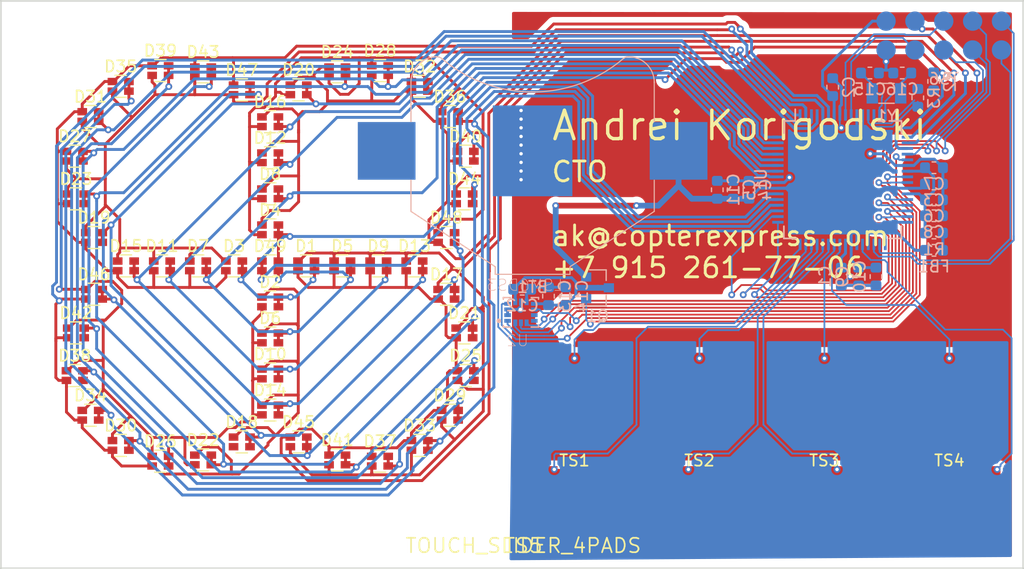
<source format=kicad_pcb>
(kicad_pcb (version 20171130) (host pcbnew 5.0.2+dfsg1-1~bpo9+1)
  (layers (0 F.Cu signal) (31 B.Cu signal) (34 B.Paste user hide) (35 F.Paste user hide) (36 B.SilkS user hide) (37 F.SilkS user hide) (38 B.Mask user) (39 F.Mask user) (44 Edge.Cuts user))
  (net 0 "")
  (net 1 LED_K0)
  (net 2 LED_K1)
  (net 3 LED_A0)
  (net 4 LED_K3)
  (net 5 LED_K2)
  (net 6 LED_K4)
  (net 7 LED_K5)
  (net 8 LED_K7)
  (net 9 LED_K6)
  (net 10 LED_K8)
  (net 11 LED_A1)
  (net 12 LED_A2)
  (net 13 LED_A3)
  (net 14 LED_A4)
  (net 15 LED_A5)
  (net 16 LED_A6)
  (net 17 LED_A7)
  (net 18 LED_A8)
  (net 19 VDD)
  (net 20 GND)
  (net 21 N$7)
  (net 22 N$6)
  (net 23 N$13)
  (net 24 N$14)
  (net 25 N$5)
  (net 26 N$19)
  (net 27 N$20)
  (net 28 N$16)
  (net 29 N$15)
  (net 30 N$17)
  (net 31 N$18)
  (net 32 N$12)
  (net 33 N$11)
  (net 34 TOUCH_PAD0)
  (net 35 N$1)
  (net 36 TOUCH_PAD1)
  (net 37 TOUCH_PAD2)
  (net 38 TOUCH_PAD3)
  (net 39 N$21)
  (net 40 N$22)
  (net 41 N$23)
  (net 42 N$8)
  (net 43 N$10)
  (net 44 N$9)
  (net 45 LED_K9)
  (net 46 LED_K10)
  (net 47 LED_K11)
  (net 48 LFXTAL_P)
  (net 49 LFXTAL_N)
  (net 50 IMU_VDD)
  (net 51 N$24)
  (net 52 MCU_AVDD)
  (net 53 N$2)
  (net 54 N$25)
  (module footprints:LED_DUAL_0606 (layer F.Cu) (at 126.884 103.351)
    (fp_text reference D1 (at 0 -1.75) (layer F.SilkS))
    (fp_text value LED_Dual_AACC)
    (pad 3 smd rect (at 0.725 -0.425) (size 0.85 0.65) (layers F.Cu F.Paste F.Mask) (net 1 LED_K0))
    (pad 4 smd rect (at 0.725 0.425) (size 0.85 0.65) (layers F.Cu F.Paste F.Mask) (net 1 LED_K0))
    (pad 2 smd rect (at -0.725 0.425) (size 0.85 0.65) (layers F.Cu F.Paste F.Mask) (net 11 LED_A1))
    (pad 1 smd rect (at -0.725 -0.425) (size 0.85 0.65) (layers F.Cu F.Paste F.Mask) (net 3 LED_A0))
  )
  (module footprints:LED_DUAL_0606 (layer F.Cu) (at 123.709 106.526)
    (fp_text reference D2 (at 0 -1.75) (layer F.SilkS))
    (fp_text value LED_Dual_AACC)
    (pad 3 smd rect (at 0.725 -0.425) (size 0.85 0.65) (layers F.Cu F.Paste F.Mask) (net 1 LED_K0))
    (pad 4 smd rect (at 0.725 0.425) (size 0.85 0.65) (layers F.Cu F.Paste F.Mask) (net 1 LED_K0))
    (pad 2 smd rect (at -0.725 0.425) (size 0.85 0.65) (layers F.Cu F.Paste F.Mask) (net 13 LED_A3))
    (pad 1 smd rect (at -0.725 -0.425) (size 0.85 0.65) (layers F.Cu F.Paste F.Mask) (net 12 LED_A2))
  )
  (module footprints:LED_DUAL_0606 (layer F.Cu) (at 120.534 103.351)
    (fp_text reference D3 (at 0 -1.75) (layer F.SilkS))
    (fp_text value LED_Dual_AACC)
    (pad 3 smd rect (at 0.725 -0.425) (size 0.85 0.65) (layers F.Cu F.Paste F.Mask) (net 1 LED_K0))
    (pad 4 smd rect (at 0.725 0.425) (size 0.85 0.65) (layers F.Cu F.Paste F.Mask) (net 1 LED_K0))
    (pad 2 smd rect (at -0.725 0.425) (size 0.85 0.65) (layers F.Cu F.Paste F.Mask) (net 15 LED_A5))
    (pad 1 smd rect (at -0.725 -0.425) (size 0.85 0.65) (layers F.Cu F.Paste F.Mask) (net 14 LED_A4))
  )
  (module footprints:LED_DUAL_0606 (layer F.Cu) (at 123.709 100.176)
    (fp_text reference D4 (at 0 -1.75) (layer F.SilkS))
    (fp_text value LED_Dual_AACC)
    (pad 3 smd rect (at 0.725 -0.425) (size 0.85 0.65) (layers F.Cu F.Paste F.Mask) (net 1 LED_K0))
    (pad 4 smd rect (at 0.725 0.425) (size 0.85 0.65) (layers F.Cu F.Paste F.Mask) (net 1 LED_K0))
    (pad 2 smd rect (at -0.725 0.425) (size 0.85 0.65) (layers F.Cu F.Paste F.Mask) (net 17 LED_A7))
    (pad 1 smd rect (at -0.725 -0.425) (size 0.85 0.65) (layers F.Cu F.Paste F.Mask) (net 16 LED_A6))
  )
  (module footprints:LED_DUAL_0606 (layer F.Cu) (at 130.059 103.351)
    (fp_text reference D5 (at 0 -1.75) (layer F.SilkS))
    (fp_text value LED_Dual_AACC)
    (pad 3 smd rect (at 0.725 -0.425) (size 0.85 0.65) (layers F.Cu F.Paste F.Mask) (net 2 LED_K1))
    (pad 4 smd rect (at 0.725 0.425) (size 0.85 0.65) (layers F.Cu F.Paste F.Mask) (net 2 LED_K1))
    (pad 2 smd rect (at -0.725 0.425) (size 0.85 0.65) (layers F.Cu F.Paste F.Mask) (net 11 LED_A1))
    (pad 1 smd rect (at -0.725 -0.425) (size 0.85 0.65) (layers F.Cu F.Paste F.Mask) (net 3 LED_A0))
  )
  (module footprints:LED_DUAL_0606 (layer F.Cu) (at 123.709 109.701)
    (fp_text reference D6 (at 0 -1.75) (layer F.SilkS))
    (fp_text value LED_Dual_AACC)
    (pad 3 smd rect (at 0.725 -0.425) (size 0.85 0.65) (layers F.Cu F.Paste F.Mask) (net 2 LED_K1))
    (pad 4 smd rect (at 0.725 0.425) (size 0.85 0.65) (layers F.Cu F.Paste F.Mask) (net 2 LED_K1))
    (pad 2 smd rect (at -0.725 0.425) (size 0.85 0.65) (layers F.Cu F.Paste F.Mask) (net 13 LED_A3))
    (pad 1 smd rect (at -0.725 -0.425) (size 0.85 0.65) (layers F.Cu F.Paste F.Mask) (net 12 LED_A2))
  )
  (module footprints:LED_DUAL_0606 (layer F.Cu) (at 117.359 103.351)
    (fp_text reference D7 (at 0 -1.75) (layer F.SilkS))
    (fp_text value LED_Dual_AACC)
    (pad 3 smd rect (at 0.725 -0.425) (size 0.85 0.65) (layers F.Cu F.Paste F.Mask) (net 2 LED_K1))
    (pad 4 smd rect (at 0.725 0.425) (size 0.85 0.65) (layers F.Cu F.Paste F.Mask) (net 2 LED_K1))
    (pad 2 smd rect (at -0.725 0.425) (size 0.85 0.65) (layers F.Cu F.Paste F.Mask) (net 15 LED_A5))
    (pad 1 smd rect (at -0.725 -0.425) (size 0.85 0.65) (layers F.Cu F.Paste F.Mask) (net 14 LED_A4))
  )
  (module footprints:LED_DUAL_0606 (layer F.Cu) (at 123.709 97.001)
    (fp_text reference D8 (at 0 -1.75) (layer F.SilkS))
    (fp_text value LED_Dual_AACC)
    (pad 3 smd rect (at 0.725 -0.425) (size 0.85 0.65) (layers F.Cu F.Paste F.Mask) (net 2 LED_K1))
    (pad 4 smd rect (at 0.725 0.425) (size 0.85 0.65) (layers F.Cu F.Paste F.Mask) (net 2 LED_K1))
    (pad 2 smd rect (at -0.725 0.425) (size 0.85 0.65) (layers F.Cu F.Paste F.Mask) (net 17 LED_A7))
    (pad 1 smd rect (at -0.725 -0.425) (size 0.85 0.65) (layers F.Cu F.Paste F.Mask) (net 16 LED_A6))
  )
  (module footprints:LED_DUAL_0606 (layer F.Cu) (at 133.234 103.351)
    (fp_text reference D9 (at 0 -1.75) (layer F.SilkS))
    (fp_text value LED_Dual_AACC)
    (pad 3 smd rect (at 0.725 -0.425) (size 0.85 0.65) (layers F.Cu F.Paste F.Mask) (net 5 LED_K2))
    (pad 4 smd rect (at 0.725 0.425) (size 0.85 0.65) (layers F.Cu F.Paste F.Mask) (net 5 LED_K2))
    (pad 2 smd rect (at -0.725 0.425) (size 0.85 0.65) (layers F.Cu F.Paste F.Mask) (net 11 LED_A1))
    (pad 1 smd rect (at -0.725 -0.425) (size 0.85 0.65) (layers F.Cu F.Paste F.Mask) (net 3 LED_A0))
  )
  (module footprints:LED_DUAL_0606 (layer F.Cu) (at 123.709 112.875999)
    (fp_text reference D10 (at 0 -1.75) (layer F.SilkS))
    (fp_text value LED_Dual_AACC)
    (pad 3 smd rect (at 0.725 -0.425) (size 0.85 0.65) (layers F.Cu F.Paste F.Mask) (net 5 LED_K2))
    (pad 4 smd rect (at 0.725 0.425) (size 0.85 0.65) (layers F.Cu F.Paste F.Mask) (net 5 LED_K2))
    (pad 2 smd rect (at -0.725 0.425) (size 0.85 0.65) (layers F.Cu F.Paste F.Mask) (net 13 LED_A3))
    (pad 1 smd rect (at -0.725 -0.425) (size 0.85 0.65) (layers F.Cu F.Paste F.Mask) (net 12 LED_A2))
  )
  (module footprints:LED_DUAL_0606 (layer F.Cu) (at 114.184 103.351)
    (fp_text reference D11 (at 0 -1.75) (layer F.SilkS))
    (fp_text value LED_Dual_AACC)
    (pad 3 smd rect (at 0.725 -0.425) (size 0.85 0.65) (layers F.Cu F.Paste F.Mask) (net 5 LED_K2))
    (pad 4 smd rect (at 0.725 0.425) (size 0.85 0.65) (layers F.Cu F.Paste F.Mask) (net 5 LED_K2))
    (pad 2 smd rect (at -0.725 0.425) (size 0.85 0.65) (layers F.Cu F.Paste F.Mask) (net 15 LED_A5))
    (pad 1 smd rect (at -0.725 -0.425) (size 0.85 0.65) (layers F.Cu F.Paste F.Mask) (net 14 LED_A4))
  )
  (module footprints:LED_DUAL_0606 (layer F.Cu) (at 123.709 93.826)
    (fp_text reference D12 (at 0 -1.75) (layer F.SilkS))
    (fp_text value LED_Dual_AACC)
    (pad 3 smd rect (at 0.725 -0.425) (size 0.85 0.65) (layers F.Cu F.Paste F.Mask) (net 5 LED_K2))
    (pad 4 smd rect (at 0.725 0.425) (size 0.85 0.65) (layers F.Cu F.Paste F.Mask) (net 5 LED_K2))
    (pad 2 smd rect (at -0.725 0.425) (size 0.85 0.65) (layers F.Cu F.Paste F.Mask) (net 17 LED_A7))
    (pad 1 smd rect (at -0.725 -0.425) (size 0.85 0.65) (layers F.Cu F.Paste F.Mask) (net 16 LED_A6))
  )
  (module footprints:LED_DUAL_0606 (layer F.Cu) (at 136.409 103.351)
    (fp_text reference D13 (at 0 -1.75) (layer F.SilkS))
    (fp_text value LED_Dual_AACC)
    (pad 3 smd rect (at 0.725 -0.425) (size 0.85 0.65) (layers F.Cu F.Paste F.Mask) (net 4 LED_K3))
    (pad 4 smd rect (at 0.725 0.425) (size 0.85 0.65) (layers F.Cu F.Paste F.Mask) (net 4 LED_K3))
    (pad 2 smd rect (at -0.725 0.425) (size 0.85 0.65) (layers F.Cu F.Paste F.Mask) (net 11 LED_A1))
    (pad 1 smd rect (at -0.725 -0.425) (size 0.85 0.65) (layers F.Cu F.Paste F.Mask) (net 3 LED_A0))
  )
  (module footprints:LED_DUAL_0606 (layer F.Cu) (at 123.709 116.051)
    (fp_text reference D14 (at 0 -1.75) (layer F.SilkS))
    (fp_text value LED_Dual_AACC)
    (pad 3 smd rect (at 0.725 -0.425) (size 0.85 0.65) (layers F.Cu F.Paste F.Mask) (net 4 LED_K3))
    (pad 4 smd rect (at 0.725 0.425) (size 0.85 0.65) (layers F.Cu F.Paste F.Mask) (net 4 LED_K3))
    (pad 2 smd rect (at -0.725 0.425) (size 0.85 0.65) (layers F.Cu F.Paste F.Mask) (net 13 LED_A3))
    (pad 1 smd rect (at -0.725 -0.425) (size 0.85 0.65) (layers F.Cu F.Paste F.Mask) (net 12 LED_A2))
  )
  (module footprints:LED_DUAL_0606 (layer F.Cu) (at 111.009 103.351)
    (fp_text reference D15 (at 0 -1.75) (layer F.SilkS))
    (fp_text value LED_Dual_AACC)
    (pad 3 smd rect (at 0.725 -0.425) (size 0.85 0.65) (layers F.Cu F.Paste F.Mask) (net 4 LED_K3))
    (pad 4 smd rect (at 0.725 0.425) (size 0.85 0.65) (layers F.Cu F.Paste F.Mask) (net 4 LED_K3))
    (pad 2 smd rect (at -0.725 0.425) (size 0.85 0.65) (layers F.Cu F.Paste F.Mask) (net 15 LED_A5))
    (pad 1 smd rect (at -0.725 -0.425) (size 0.85 0.65) (layers F.Cu F.Paste F.Mask) (net 14 LED_A4))
  )
  (module footprints:LED_DUAL_0606 (layer F.Cu) (at 123.709 90.651)
    (fp_text reference D16 (at 0 -1.75) (layer F.SilkS))
    (fp_text value LED_Dual_AACC)
    (pad 3 smd rect (at 0.725 -0.425) (size 0.85 0.65) (layers F.Cu F.Paste F.Mask) (net 4 LED_K3))
    (pad 4 smd rect (at 0.725 0.425) (size 0.85 0.65) (layers F.Cu F.Paste F.Mask) (net 4 LED_K3))
    (pad 2 smd rect (at -0.725 0.425) (size 0.85 0.65) (layers F.Cu F.Paste F.Mask) (net 17 LED_A7))
    (pad 1 smd rect (at -0.725 -0.425) (size 0.85 0.65) (layers F.Cu F.Paste F.Mask) (net 16 LED_A6))
  )
  (module footprints:LED_DUAL_0606 (layer F.Cu) (at 139.217852 105.850666)
    (fp_text reference D17 (at 0 -1.75) (layer F.SilkS))
    (fp_text value LED_Dual_AACC)
    (pad 3 smd rect (at 0.725 -0.425) (size 0.85 0.65) (layers F.Cu F.Paste F.Mask) (net 6 LED_K4))
    (pad 4 smd rect (at 0.725 0.425) (size 0.85 0.65) (layers F.Cu F.Paste F.Mask) (net 6 LED_K4))
    (pad 2 smd rect (at -0.725 0.425) (size 0.85 0.65) (layers F.Cu F.Paste F.Mask) (net 11 LED_A1))
    (pad 1 smd rect (at -0.725 -0.425) (size 0.85 0.65) (layers F.Cu F.Paste F.Mask) (net 3 LED_A0))
  )
  (module footprints:LED_DUAL_0606 (layer F.Cu) (at 121.209333 118.859852)
    (fp_text reference D18 (at 0 -1.75) (layer F.SilkS))
    (fp_text value LED_Dual_AACC)
    (pad 3 smd rect (at 0.725 -0.425) (size 0.85 0.65) (layers F.Cu F.Paste F.Mask) (net 6 LED_K4))
    (pad 4 smd rect (at 0.725 0.425) (size 0.85 0.65) (layers F.Cu F.Paste F.Mask) (net 6 LED_K4))
    (pad 2 smd rect (at -0.725 0.425) (size 0.85 0.65) (layers F.Cu F.Paste F.Mask) (net 13 LED_A3))
    (pad 1 smd rect (at -0.725 -0.425) (size 0.85 0.65) (layers F.Cu F.Paste F.Mask) (net 12 LED_A2))
  )
  (module footprints:LED_DUAL_0606 (layer F.Cu) (at 108.200147 100.851333)
    (fp_text reference D19 (at 0 -1.75) (layer F.SilkS))
    (fp_text value LED_Dual_AACC)
    (pad 3 smd rect (at 0.725 -0.425) (size 0.85 0.65) (layers F.Cu F.Paste F.Mask) (net 6 LED_K4))
    (pad 4 smd rect (at 0.725 0.425) (size 0.85 0.65) (layers F.Cu F.Paste F.Mask) (net 6 LED_K4))
    (pad 2 smd rect (at -0.725 0.425) (size 0.85 0.65) (layers F.Cu F.Paste F.Mask) (net 15 LED_A5))
    (pad 1 smd rect (at -0.725 -0.425) (size 0.85 0.65) (layers F.Cu F.Paste F.Mask) (net 14 LED_A4))
  )
  (module footprints:LED_DUAL_0606 (layer F.Cu) (at 126.208666 87.842147)
    (fp_text reference D20 (at 0 -1.75) (layer F.SilkS))
    (fp_text value LED_Dual_AACC)
    (pad 3 smd rect (at 0.725 -0.425) (size 0.85 0.65) (layers F.Cu F.Paste F.Mask) (net 6 LED_K4))
    (pad 4 smd rect (at 0.725 0.425) (size 0.85 0.65) (layers F.Cu F.Paste F.Mask) (net 6 LED_K4))
    (pad 2 smd rect (at -0.725 0.425) (size 0.85 0.65) (layers F.Cu F.Paste F.Mask) (net 17 LED_A7))
    (pad 1 smd rect (at -0.725 -0.425) (size 0.85 0.65) (layers F.Cu F.Paste F.Mask) (net 16 LED_A6))
  )
  (module footprints:LED_DUAL_0606 (layer F.Cu) (at 140.806919 109.258431)
    (fp_text reference D21 (at 0 -1.75) (layer F.SilkS))
    (fp_text value LED_Dual_AACC)
    (pad 3 smd rect (at 0.725 -0.425) (size 0.85 0.65) (layers F.Cu F.Paste F.Mask) (net 7 LED_K5))
    (pad 4 smd rect (at 0.725 0.425) (size 0.85 0.65) (layers F.Cu F.Paste F.Mask) (net 7 LED_K5))
    (pad 2 smd rect (at -0.725 0.425) (size 0.85 0.65) (layers F.Cu F.Paste F.Mask) (net 11 LED_A1))
    (pad 1 smd rect (at -0.725 -0.425) (size 0.85 0.65) (layers F.Cu F.Paste F.Mask) (net 3 LED_A0))
  )
  (module footprints:LED_DUAL_0606 (layer F.Cu) (at 117.801568 120.448919)
    (fp_text reference D22 (at 0 -1.75) (layer F.SilkS))
    (fp_text value LED_Dual_AACC)
    (pad 3 smd rect (at 0.725 -0.425) (size 0.85 0.65) (layers F.Cu F.Paste F.Mask) (net 7 LED_K5))
    (pad 4 smd rect (at 0.725 0.425) (size 0.85 0.65) (layers F.Cu F.Paste F.Mask) (net 7 LED_K5))
    (pad 2 smd rect (at -0.725 0.425) (size 0.85 0.65) (layers F.Cu F.Paste F.Mask) (net 13 LED_A3))
    (pad 1 smd rect (at -0.725 -0.425) (size 0.85 0.65) (layers F.Cu F.Paste F.Mask) (net 12 LED_A2))
  )
  (module footprints:LED_DUAL_0606 (layer F.Cu) (at 106.61108 97.443568)
    (fp_text reference D23 (at 0 -1.75) (layer F.SilkS))
    (fp_text value LED_Dual_AACC)
    (pad 3 smd rect (at 0.725 -0.425) (size 0.85 0.65) (layers F.Cu F.Paste F.Mask) (net 7 LED_K5))
    (pad 4 smd rect (at 0.725 0.425) (size 0.85 0.65) (layers F.Cu F.Paste F.Mask) (net 7 LED_K5))
    (pad 2 smd rect (at -0.725 0.425) (size 0.85 0.65) (layers F.Cu F.Paste F.Mask) (net 15 LED_A5))
    (pad 1 smd rect (at -0.725 -0.425) (size 0.85 0.65) (layers F.Cu F.Paste F.Mask) (net 14 LED_A4))
  )
  (module footprints:LED_DUAL_0606 (layer F.Cu) (at 129.616431 86.25308)
    (fp_text reference D24 (at 0 -1.75) (layer F.SilkS))
    (fp_text value LED_Dual_AACC)
    (pad 3 smd rect (at 0.725 -0.425) (size 0.85 0.65) (layers F.Cu F.Paste F.Mask) (net 7 LED_K5))
    (pad 4 smd rect (at 0.725 0.425) (size 0.85 0.65) (layers F.Cu F.Paste F.Mask) (net 7 LED_K5))
    (pad 2 smd rect (at -0.725 0.425) (size 0.85 0.65) (layers F.Cu F.Paste F.Mask) (net 17 LED_A7))
    (pad 1 smd rect (at -0.725 -0.425) (size 0.85 0.65) (layers F.Cu F.Paste F.Mask) (net 16 LED_A6))
  )
  (module footprints:LED_DUAL_0606 (layer F.Cu) (at 140.916279 113.016892)
    (fp_text reference D25 (at 0 -1.75) (layer F.SilkS))
    (fp_text value LED_Dual_AACC)
    (pad 3 smd rect (at 0.725 -0.425) (size 0.85 0.65) (layers F.Cu F.Paste F.Mask) (net 9 LED_K6))
    (pad 4 smd rect (at 0.725 0.425) (size 0.85 0.65) (layers F.Cu F.Paste F.Mask) (net 9 LED_K6))
    (pad 2 smd rect (at -0.725 0.425) (size 0.85 0.65) (layers F.Cu F.Paste F.Mask) (net 3 LED_A0))
    (pad 1 smd rect (at -0.725 -0.425) (size 0.85 0.65) (layers F.Cu F.Paste F.Mask) (net 11 LED_A1))
  )
  (module footprints:LED_DUAL_0606 (layer F.Cu) (at 114.043107 120.558279)
    (fp_text reference D26 (at 0 -1.75) (layer F.SilkS))
    (fp_text value LED_Dual_AACC)
    (pad 3 smd rect (at 0.725 -0.425) (size 0.85 0.65) (layers F.Cu F.Paste F.Mask) (net 9 LED_K6))
    (pad 4 smd rect (at 0.725 0.425) (size 0.85 0.65) (layers F.Cu F.Paste F.Mask) (net 9 LED_K6))
    (pad 2 smd rect (at -0.725 0.425) (size 0.85 0.65) (layers F.Cu F.Paste F.Mask) (net 12 LED_A2))
    (pad 1 smd rect (at -0.725 -0.425) (size 0.85 0.65) (layers F.Cu F.Paste F.Mask) (net 13 LED_A3))
  )
  (module footprints:LED_DUAL_0606 (layer F.Cu) (at 106.50172 93.685107)
    (fp_text reference D27 (at 0 -1.75) (layer F.SilkS))
    (fp_text value LED_Dual_AACC)
    (pad 3 smd rect (at 0.725 -0.425) (size 0.85 0.65) (layers F.Cu F.Paste F.Mask) (net 9 LED_K6))
    (pad 4 smd rect (at 0.725 0.425) (size 0.85 0.65) (layers F.Cu F.Paste F.Mask) (net 9 LED_K6))
    (pad 2 smd rect (at -0.725 0.425) (size 0.85 0.65) (layers F.Cu F.Paste F.Mask) (net 14 LED_A4))
    (pad 1 smd rect (at -0.725 -0.425) (size 0.85 0.65) (layers F.Cu F.Paste F.Mask) (net 15 LED_A5))
  )
  (module footprints:LED_DUAL_0606 (layer F.Cu) (at 133.374892 86.14372)
    (fp_text reference D28 (at 0 -1.75) (layer F.SilkS))
    (fp_text value LED_Dual_AACC)
    (pad 3 smd rect (at 0.725 -0.425) (size 0.85 0.65) (layers F.Cu F.Paste F.Mask) (net 9 LED_K6))
    (pad 4 smd rect (at 0.725 0.425) (size 0.85 0.65) (layers F.Cu F.Paste F.Mask) (net 9 LED_K6))
    (pad 2 smd rect (at -0.725 0.425) (size 0.85 0.65) (layers F.Cu F.Paste F.Mask) (net 16 LED_A6))
    (pad 1 smd rect (at -0.725 -0.425) (size 0.85 0.65) (layers F.Cu F.Paste F.Mask) (net 17 LED_A7))
  )
  (module footprints:LED_DUAL_0606 (layer F.Cu) (at 139.528045 116.511287)
    (fp_text reference D29 (at 0 -1.75) (layer F.SilkS))
    (fp_text value LED_Dual_AACC)
    (pad 3 smd rect (at 0.725 -0.425) (size 0.85 0.65) (layers F.Cu F.Paste F.Mask) (net 8 LED_K7))
    (pad 4 smd rect (at 0.725 0.425) (size 0.85 0.65) (layers F.Cu F.Paste F.Mask) (net 8 LED_K7))
    (pad 2 smd rect (at -0.725 0.425) (size 0.85 0.65) (layers F.Cu F.Paste F.Mask) (net 3 LED_A0))
    (pad 1 smd rect (at -0.725 -0.425) (size 0.85 0.65) (layers F.Cu F.Paste F.Mask) (net 11 LED_A1))
  )
  (module footprints:LED_DUAL_0606 (layer F.Cu) (at 110.548712 119.170045)
    (fp_text reference D30 (at 0 -1.75) (layer F.SilkS))
    (fp_text value LED_Dual_AACC)
    (pad 3 smd rect (at 0.725 -0.425) (size 0.85 0.65) (layers F.Cu F.Paste F.Mask) (net 8 LED_K7))
    (pad 4 smd rect (at 0.725 0.425) (size 0.85 0.65) (layers F.Cu F.Paste F.Mask) (net 8 LED_K7))
    (pad 2 smd rect (at -0.725 0.425) (size 0.85 0.65) (layers F.Cu F.Paste F.Mask) (net 12 LED_A2))
    (pad 1 smd rect (at -0.725 -0.425) (size 0.85 0.65) (layers F.Cu F.Paste F.Mask) (net 13 LED_A3))
  )
  (module footprints:LED_DUAL_0606 (layer F.Cu) (at 107.889954 90.190712)
    (fp_text reference D31 (at 0 -1.75) (layer F.SilkS))
    (fp_text value LED_Dual_AACC)
    (pad 3 smd rect (at 0.725 -0.425) (size 0.85 0.65) (layers F.Cu F.Paste F.Mask) (net 8 LED_K7))
    (pad 4 smd rect (at 0.725 0.425) (size 0.85 0.65) (layers F.Cu F.Paste F.Mask) (net 8 LED_K7))
    (pad 2 smd rect (at -0.725 0.425) (size 0.85 0.65) (layers F.Cu F.Paste F.Mask) (net 14 LED_A4))
    (pad 1 smd rect (at -0.725 -0.425) (size 0.85 0.65) (layers F.Cu F.Paste F.Mask) (net 15 LED_A5))
  )
  (module footprints:LED_DUAL_0606 (layer F.Cu) (at 136.869287 87.531954)
    (fp_text reference D32 (at 0 -1.75) (layer F.SilkS))
    (fp_text value LED_Dual_AACC)
    (pad 3 smd rect (at 0.725 -0.425) (size 0.85 0.65) (layers F.Cu F.Paste F.Mask) (net 8 LED_K7))
    (pad 4 smd rect (at 0.725 0.425) (size 0.85 0.65) (layers F.Cu F.Paste F.Mask) (net 8 LED_K7))
    (pad 2 smd rect (at -0.725 0.425) (size 0.85 0.65) (layers F.Cu F.Paste F.Mask) (net 16 LED_A6))
    (pad 1 smd rect (at -0.725 -0.425) (size 0.85 0.65) (layers F.Cu F.Paste F.Mask) (net 17 LED_A7))
  )
  (module footprints:LED_DUAL_0606 (layer F.Cu) (at 136.869287 119.170045)
    (fp_text reference D33 (at 0 -1.75) (layer F.SilkS))
    (fp_text value LED_Dual_AACC)
    (pad 3 smd rect (at 0.725 -0.425) (size 0.85 0.65) (layers F.Cu F.Paste F.Mask) (net 10 LED_K8))
    (pad 4 smd rect (at 0.725 0.425) (size 0.85 0.65) (layers F.Cu F.Paste F.Mask) (net 10 LED_K8))
    (pad 2 smd rect (at -0.725 0.425) (size 0.85 0.65) (layers F.Cu F.Paste F.Mask) (net 3 LED_A0))
    (pad 1 smd rect (at -0.725 -0.425) (size 0.85 0.65) (layers F.Cu F.Paste F.Mask) (net 11 LED_A1))
  )
  (module footprints:LED_DUAL_0606 (layer F.Cu) (at 107.889954 116.511287)
    (fp_text reference D34 (at 0 -1.75) (layer F.SilkS))
    (fp_text value LED_Dual_AACC)
    (pad 3 smd rect (at 0.725 -0.425) (size 0.85 0.65) (layers F.Cu F.Paste F.Mask) (net 10 LED_K8))
    (pad 4 smd rect (at 0.725 0.425) (size 0.85 0.65) (layers F.Cu F.Paste F.Mask) (net 10 LED_K8))
    (pad 2 smd rect (at -0.725 0.425) (size 0.85 0.65) (layers F.Cu F.Paste F.Mask) (net 12 LED_A2))
    (pad 1 smd rect (at -0.725 -0.425) (size 0.85 0.65) (layers F.Cu F.Paste F.Mask) (net 13 LED_A3))
  )
  (module footprints:LED_DUAL_0606 (layer F.Cu) (at 110.548712 87.531954)
    (fp_text reference D35 (at 0 -1.75) (layer F.SilkS))
    (fp_text value LED_Dual_AACC)
    (pad 3 smd rect (at 0.725 -0.425) (size 0.85 0.65) (layers F.Cu F.Paste F.Mask) (net 10 LED_K8))
    (pad 4 smd rect (at 0.725 0.425) (size 0.85 0.65) (layers F.Cu F.Paste F.Mask) (net 10 LED_K8))
    (pad 2 smd rect (at -0.725 0.425) (size 0.85 0.65) (layers F.Cu F.Paste F.Mask) (net 14 LED_A4))
    (pad 1 smd rect (at -0.725 -0.425) (size 0.85 0.65) (layers F.Cu F.Paste F.Mask) (net 15 LED_A5))
  )
  (module footprints:LED_DUAL_0606 (layer F.Cu) (at 139.528045 90.190712)
    (fp_text reference D36 (at 0 -1.75) (layer F.SilkS))
    (fp_text value LED_Dual_AACC)
    (pad 3 smd rect (at 0.725 -0.425) (size 0.85 0.65) (layers F.Cu F.Paste F.Mask) (net 10 LED_K8))
    (pad 4 smd rect (at 0.725 0.425) (size 0.85 0.65) (layers F.Cu F.Paste F.Mask) (net 10 LED_K8))
    (pad 2 smd rect (at -0.725 0.425) (size 0.85 0.65) (layers F.Cu F.Paste F.Mask) (net 16 LED_A6))
    (pad 1 smd rect (at -0.725 -0.425) (size 0.85 0.65) (layers F.Cu F.Paste F.Mask) (net 17 LED_A7))
  )
  (module footprints:LED_DUAL_0606 (layer F.Cu) (at 133.374892 120.558279)
    (fp_text reference D37 (at 0 -1.75) (layer F.SilkS))
    (fp_text value LED_Dual_AACC)
    (pad 3 smd rect (at 0.725 -0.425) (size 0.85 0.65) (layers F.Cu F.Paste F.Mask) (net 45 LED_K9))
    (pad 4 smd rect (at 0.725 0.425) (size 0.85 0.65) (layers F.Cu F.Paste F.Mask) (net 45 LED_K9))
    (pad 2 smd rect (at -0.725 0.425) (size 0.85 0.65) (layers F.Cu F.Paste F.Mask) (net 3 LED_A0))
    (pad 1 smd rect (at -0.725 -0.425) (size 0.85 0.65) (layers F.Cu F.Paste F.Mask) (net 11 LED_A1))
  )
  (module footprints:LED_DUAL_0606 (layer F.Cu) (at 106.50172 113.016892)
    (fp_text reference D38 (at 0 -1.75) (layer F.SilkS))
    (fp_text value LED_Dual_AACC)
    (pad 3 smd rect (at 0.725 -0.425) (size 0.85 0.65) (layers F.Cu F.Paste F.Mask) (net 45 LED_K9))
    (pad 4 smd rect (at 0.725 0.425) (size 0.85 0.65) (layers F.Cu F.Paste F.Mask) (net 45 LED_K9))
    (pad 2 smd rect (at -0.725 0.425) (size 0.85 0.65) (layers F.Cu F.Paste F.Mask) (net 12 LED_A2))
    (pad 1 smd rect (at -0.725 -0.425) (size 0.85 0.65) (layers F.Cu F.Paste F.Mask) (net 13 LED_A3))
  )
  (module footprints:LED_DUAL_0606 (layer F.Cu) (at 114.043107 86.14372)
    (fp_text reference D39 (at 0 -1.75) (layer F.SilkS))
    (fp_text value LED_Dual_AACC)
    (pad 3 smd rect (at 0.725 -0.425) (size 0.85 0.65) (layers F.Cu F.Paste F.Mask) (net 45 LED_K9))
    (pad 4 smd rect (at 0.725 0.425) (size 0.85 0.65) (layers F.Cu F.Paste F.Mask) (net 45 LED_K9))
    (pad 2 smd rect (at -0.725 0.425) (size 0.85 0.65) (layers F.Cu F.Paste F.Mask) (net 14 LED_A4))
    (pad 1 smd rect (at -0.725 -0.425) (size 0.85 0.65) (layers F.Cu F.Paste F.Mask) (net 15 LED_A5))
  )
  (module footprints:LED_DUAL_0606 (layer F.Cu) (at 140.916279 93.685107)
    (fp_text reference D40 (at 0 -1.75) (layer F.SilkS))
    (fp_text value LED_Dual_AACC)
    (pad 3 smd rect (at 0.725 -0.425) (size 0.85 0.65) (layers F.Cu F.Paste F.Mask) (net 45 LED_K9))
    (pad 4 smd rect (at 0.725 0.425) (size 0.85 0.65) (layers F.Cu F.Paste F.Mask) (net 45 LED_K9))
    (pad 2 smd rect (at -0.725 0.425) (size 0.85 0.65) (layers F.Cu F.Paste F.Mask) (net 16 LED_A6))
    (pad 1 smd rect (at -0.725 -0.425) (size 0.85 0.65) (layers F.Cu F.Paste F.Mask) (net 17 LED_A7))
  )
  (module footprints:LED_DUAL_0606 (layer F.Cu) (at 129.616431 120.448919)
    (fp_text reference D41 (at 0 -1.75) (layer F.SilkS))
    (fp_text value LED_Dual_AACC)
    (pad 3 smd rect (at 0.725 -0.425) (size 0.85 0.65) (layers F.Cu F.Paste F.Mask) (net 46 LED_K10))
    (pad 4 smd rect (at 0.725 0.425) (size 0.85 0.65) (layers F.Cu F.Paste F.Mask) (net 46 LED_K10))
    (pad 2 smd rect (at -0.725 0.425) (size 0.85 0.65) (layers F.Cu F.Paste F.Mask) (net 3 LED_A0))
    (pad 1 smd rect (at -0.725 -0.425) (size 0.85 0.65) (layers F.Cu F.Paste F.Mask) (net 11 LED_A1))
  )
  (module footprints:LED_DUAL_0606 (layer F.Cu) (at 106.61108 109.258431)
    (fp_text reference D42 (at 0 -1.75) (layer F.SilkS))
    (fp_text value LED_Dual_AACC)
    (pad 3 smd rect (at 0.725 -0.425) (size 0.85 0.65) (layers F.Cu F.Paste F.Mask) (net 46 LED_K10))
    (pad 4 smd rect (at 0.725 0.425) (size 0.85 0.65) (layers F.Cu F.Paste F.Mask) (net 46 LED_K10))
    (pad 2 smd rect (at -0.725 0.425) (size 0.85 0.65) (layers F.Cu F.Paste F.Mask) (net 12 LED_A2))
    (pad 1 smd rect (at -0.725 -0.425) (size 0.85 0.65) (layers F.Cu F.Paste F.Mask) (net 13 LED_A3))
  )
  (module footprints:LED_DUAL_0606 (layer F.Cu) (at 117.801568 86.25308)
    (fp_text reference D43 (at 0 -1.75) (layer F.SilkS))
    (fp_text value LED_Dual_AACC)
    (pad 3 smd rect (at 0.725 -0.425) (size 0.85 0.65) (layers F.Cu F.Paste F.Mask) (net 46 LED_K10))
    (pad 4 smd rect (at 0.725 0.425) (size 0.85 0.65) (layers F.Cu F.Paste F.Mask) (net 46 LED_K10))
    (pad 2 smd rect (at -0.725 0.425) (size 0.85 0.65) (layers F.Cu F.Paste F.Mask) (net 14 LED_A4))
    (pad 1 smd rect (at -0.725 -0.425) (size 0.85 0.65) (layers F.Cu F.Paste F.Mask) (net 15 LED_A5))
  )
  (module footprints:LED_DUAL_0606 (layer F.Cu) (at 140.806919 97.443568)
    (fp_text reference D44 (at 0 -1.75) (layer F.SilkS))
    (fp_text value LED_Dual_AACC)
    (pad 3 smd rect (at 0.725 -0.425) (size 0.85 0.65) (layers F.Cu F.Paste F.Mask) (net 46 LED_K10))
    (pad 4 smd rect (at 0.725 0.425) (size 0.85 0.65) (layers F.Cu F.Paste F.Mask) (net 46 LED_K10))
    (pad 2 smd rect (at -0.725 0.425) (size 0.85 0.65) (layers F.Cu F.Paste F.Mask) (net 16 LED_A6))
    (pad 1 smd rect (at -0.725 -0.425) (size 0.85 0.65) (layers F.Cu F.Paste F.Mask) (net 17 LED_A7))
  )
  (module footprints:LED_DUAL_0606 (layer F.Cu) (at 126.208666 118.859852)
    (fp_text reference D45 (at 0 -1.75) (layer F.SilkS))
    (fp_text value LED_Dual_AACC)
    (pad 3 smd rect (at 0.725 -0.425) (size 0.85 0.65) (layers F.Cu F.Paste F.Mask) (net 47 LED_K11))
    (pad 4 smd rect (at 0.725 0.425) (size 0.85 0.65) (layers F.Cu F.Paste F.Mask) (net 47 LED_K11))
    (pad 2 smd rect (at -0.725 0.425) (size 0.85 0.65) (layers F.Cu F.Paste F.Mask) (net 3 LED_A0))
    (pad 1 smd rect (at -0.725 -0.425) (size 0.85 0.65) (layers F.Cu F.Paste F.Mask) (net 11 LED_A1))
  )
  (module footprints:LED_DUAL_0606 (layer F.Cu) (at 108.200147 105.850666)
    (fp_text reference D46 (at 0 -1.75) (layer F.SilkS))
    (fp_text value LED_Dual_AACC)
    (pad 3 smd rect (at 0.725 -0.425) (size 0.85 0.65) (layers F.Cu F.Paste F.Mask) (net 47 LED_K11))
    (pad 4 smd rect (at 0.725 0.425) (size 0.85 0.65) (layers F.Cu F.Paste F.Mask) (net 47 LED_K11))
    (pad 2 smd rect (at -0.725 0.425) (size 0.85 0.65) (layers F.Cu F.Paste F.Mask) (net 12 LED_A2))
    (pad 1 smd rect (at -0.725 -0.425) (size 0.85 0.65) (layers F.Cu F.Paste F.Mask) (net 13 LED_A3))
  )
  (module footprints:LED_DUAL_0606 (layer F.Cu) (at 121.209333 87.842147)
    (fp_text reference D47 (at 0 -1.75) (layer F.SilkS))
    (fp_text value LED_Dual_AACC)
    (pad 3 smd rect (at 0.725 -0.425) (size 0.85 0.65) (layers F.Cu F.Paste F.Mask) (net 47 LED_K11))
    (pad 4 smd rect (at 0.725 0.425) (size 0.85 0.65) (layers F.Cu F.Paste F.Mask) (net 47 LED_K11))
    (pad 2 smd rect (at -0.725 0.425) (size 0.85 0.65) (layers F.Cu F.Paste F.Mask) (net 14 LED_A4))
    (pad 1 smd rect (at -0.725 -0.425) (size 0.85 0.65) (layers F.Cu F.Paste F.Mask) (net 15 LED_A5))
  )
  (module footprints:LED_DUAL_0606 (layer F.Cu) (at 139.217852 100.851333)
    (fp_text reference D48 (at 0 -1.75) (layer F.SilkS))
    (fp_text value LED_Dual_AACC)
    (pad 3 smd rect (at 0.725 -0.425) (size 0.85 0.65) (layers F.Cu F.Paste F.Mask) (net 47 LED_K11))
    (pad 4 smd rect (at 0.725 0.425) (size 0.85 0.65) (layers F.Cu F.Paste F.Mask) (net 47 LED_K11))
    (pad 2 smd rect (at -0.725 0.425) (size 0.85 0.65) (layers F.Cu F.Paste F.Mask) (net 16 LED_A6))
    (pad 1 smd rect (at -0.725 -0.425) (size 0.85 0.65) (layers F.Cu F.Paste F.Mask) (net 17 LED_A7))
  )
  (module footprints:LED_DUAL_0606 (layer F.Cu) (at 123.709 103.351)
    (fp_text reference D49 (at 0 -1.75) (layer F.SilkS))
    (fp_text value LED_Dual_AACC)
    (pad 3 smd rect (at 0.725 -0.425) (size 0.85 0.65) (layers F.Cu F.Paste F.Mask) (net 1 LED_K0))
    (pad 4 smd rect (at 0.725 0.425) (size 0.85 0.65) (layers F.Cu F.Paste F.Mask) (net 2 LED_K1))
    (pad 2 smd rect (at -0.725 0.425) (size 0.85 0.65) (layers F.Cu F.Paste F.Mask) (net 18 LED_A8))
    (pad 1 smd rect (at -0.725 -0.425) (size 0.85 0.65) (layers F.Cu F.Paste F.Mask) (net 18 LED_A8))
  )
  (module Resistor_SMD:R_0603_1608Metric (layer B.Cu) (at 182.1435 100.457)
    (fp_text reference R1 (at 0 1.43) (layer B.SilkS) (effects (justify mirror)))
    (fp_text value 1)
    (pad 1 smd roundrect (at 0.7875 0) (size 0.875 0.95) (layers B.Cu B.Paste B.Mask) (net 53 N$2))
    (pad 2 smd roundrect (at -0.7875 0) (size 0.875 0.95) (layers B.Cu B.Paste B.Mask) (net 52 MCU_AVDD))
  )
  (module Package_QFP:LQFP-64_10x10mm_P0.5mm (layer B.Cu) (at 174.10708 95.75756 270)
    (fp_text reference U1 (at 0 7.2 270) (layer B.SilkS) (effects (justify mirror)))
    (fp_text value EFM32LG232F64)
    (pad 64 smd rect (at -3.75 5.7 180) (size 1 0.25) (layers B.Cu B.Paste B.Mask) (net 8 LED_K7))
    (pad 63 smd rect (at -3.25 5.7 180) (size 1 0.25) (layers B.Cu B.Paste B.Mask) (net 9 LED_K6))
    (pad 62 smd rect (at -2.75 5.7 180) (size 1 0.25) (layers B.Cu B.Paste B.Mask) (net 7 LED_K5))
    (pad 61 smd rect (at -2.25 5.7 180) (size 1 0.25) (layers B.Cu B.Paste B.Mask) (net 6 LED_K4))
    (pad 60 smd rect (at -1.75 5.7 180) (size 1 0.25) (layers B.Cu B.Paste B.Mask) (net 4 LED_K3))
    (pad 59 smd rect (at -1.25 5.7 180) (size 1 0.25) (layers B.Cu B.Paste B.Mask) (net 5 LED_K2))
    (pad 58 smd rect (at -0.75 5.7 180) (size 1 0.25) (layers B.Cu B.Paste B.Mask) (net 2 LED_K1))
    (pad 57 smd rect (at -0.25 5.7 180) (size 1 0.25) (layers B.Cu B.Paste B.Mask) (net 1 LED_K0))
    (pad 56 smd rect (at 0.25 5.7 180) (size 1 0.25) (layers B.Cu B.Paste B.Mask) (net 20 GND))
    (pad 55 smd rect (at 0.75 5.7 180) (size 1 0.25) (layers B.Cu B.Paste B.Mask) (net 19 VDD))
    (pad 54 smd rect (at 1.25 5.7 180) (size 1 0.25) (layers B.Cu B.Paste B.Mask) (net 47 LED_K11))
    (pad 53 smd rect (at 1.75 5.7 180) (size 1 0.25) (layers B.Cu B.Paste B.Mask) (net 46 LED_K10))
    (pad 52 smd rect (at 2.25 5.7 180) (size 1 0.25) (layers B.Cu B.Paste B.Mask) (net 45 LED_K9))
    (pad 51 smd rect (at 2.75 5.7 180) (size 1 0.25) (layers B.Cu B.Paste B.Mask) (net 10 LED_K8))
    (pad 50 smd rect (at 3.25 5.7 180) (size 1 0.25) (layers B.Cu B.Paste B.Mask) (net 44 N$9))
    (pad 49 smd rect (at 3.75 5.7 180) (size 1 0.25) (layers B.Cu B.Paste B.Mask) (net 43 N$10))
    (pad 48 smd rect (at 5.7 3.75 270) (size 1 0.25) (layers B.Cu B.Paste B.Mask) (net 42 N$8))
    (pad 47 smd rect (at 5.7 3.25 270) (size 1 0.25) (layers B.Cu B.Paste B.Mask) (net 34 TOUCH_PAD0))
    (pad 46 smd rect (at 5.7 2.75 270) (size 1 0.25) (layers B.Cu B.Paste B.Mask) (net 27 N$20))
    (pad 45 smd rect (at 5.7 2.25 270) (size 1 0.25) (layers B.Cu B.Paste B.Mask) (net 36 TOUCH_PAD1))
    (pad 44 smd rect (at 5.7 1.75 270) (size 1 0.25) (layers B.Cu B.Paste B.Mask) (net 39 N$21))
    (pad 43 smd rect (at 5.7 1.25 270) (size 1 0.25) (layers B.Cu B.Paste B.Mask) (net 40 N$22))
    (pad 42 smd rect (at 5.7 0.75 270) (size 1 0.25) (layers B.Cu B.Paste B.Mask) (net 37 TOUCH_PAD2))
    (pad 41 smd rect (at 5.7 0.25 270) (size 1 0.25) (layers B.Cu B.Paste B.Mask) (net 38 TOUCH_PAD3))
    (pad 40 smd rect (at 5.7 -0.25 270) (size 1 0.25) (layers B.Cu B.Paste B.Mask) (net 35 N$1))
    (pad 39 smd rect (at 5.7 -0.75 270) (size 1 0.25) (layers B.Cu B.Paste B.Mask) (net 19 VDD))
    (pad 38 smd rect (at 5.7 -1.25 270) (size 1 0.25) (layers B.Cu B.Paste B.Mask) (net 19 VDD))
    (pad 37 smd rect (at 5.7 -1.75 270) (size 1 0.25) (layers B.Cu B.Paste B.Mask) (net 41 N$23))
    (pad 36 smd rect (at 5.7 -2.25 270) (size 1 0.25) (layers B.Cu B.Paste B.Mask) (net 19 VDD))
    (pad 35 smd rect (at 5.7 -2.75 270) (size 1 0.25) (layers B.Cu B.Paste B.Mask) (net 33 N$11))
    (pad 34 smd rect (at 5.7 -3.25 270) (size 1 0.25) (layers B.Cu B.Paste B.Mask) (net 32 N$12))
    (pad 33 smd rect (at 5.7 -3.75 270) (size 1 0.25) (layers B.Cu B.Paste B.Mask) (net 19 VDD))
    (pad 32 smd rect (at 3.75 -5.7 180) (size 1 0.25) (layers B.Cu B.Paste B.Mask) (net 19 VDD))
    (pad 31 smd rect (at 3.25 -5.7 180) (size 1 0.25) (layers B.Cu B.Paste B.Mask) (net 30 N$17))
    (pad 30 smd rect (at 2.75 -5.7 180) (size 1 0.25) (layers B.Cu B.Paste B.Mask) (net 28 N$16))
    (pad 29 smd rect (at 2.25 -5.7 180) (size 1 0.25) (layers B.Cu B.Paste B.Mask) (net 24 N$14))
    (pad 28 smd rect (at 1.75 -5.7 180) (size 1 0.25) (layers B.Cu B.Paste B.Mask) (net 29 N$15))
    (pad 27 smd rect (at 1.25 -5.7 180) (size 1 0.25) (layers B.Cu B.Paste B.Mask) (net 52 MCU_AVDD))
    (pad 26 smd rect (at 0.75 -5.7 180) (size 1 0.25) (layers B.Cu B.Paste B.Mask) (net 19 VDD))
    (pad 25 smd rect (at 0.25 -5.7 180) (size 1 0.25) (layers B.Cu B.Paste B.Mask) (net 26 N$19))
    (pad 24 smd rect (at -0.25 -5.7 180) (size 1 0.25) (layers B.Cu B.Paste B.Mask) (net 31 N$18))
    (pad 23 smd rect (at -0.75 -5.7 180) (size 1 0.25) (layers B.Cu B.Paste B.Mask) (net 52 MCU_AVDD))
    (pad 22 smd rect (at -1.25 -5.7 180) (size 1 0.25) (layers B.Cu B.Paste B.Mask) (net 20 GND))
    (pad 21 smd rect (at -1.75 -5.7 180) (size 1 0.25) (layers B.Cu B.Paste B.Mask) (net 23 N$13))
    (pad 20 smd rect (at -2.25 -5.7 180) (size 1 0.25) (layers B.Cu B.Paste B.Mask) (net 25 N$5))
    (pad 19 smd rect (at -2.75 -5.7 180) (size 1 0.25) (layers B.Cu B.Paste B.Mask) (net 18 LED_A8))
    (pad 18 smd rect (at -3.25 -5.7 180) (size 1 0.25) (layers B.Cu B.Paste B.Mask) (net 17 LED_A7))
    (pad 17 smd rect (at -3.75 -5.7 180) (size 1 0.25) (layers B.Cu B.Paste B.Mask) (net 16 LED_A6))
    (pad 16 smd rect (at -5.7 -3.75 270) (size 1 0.25) (layers B.Cu B.Paste B.Mask) (net 49 LFXTAL_N))
    (pad 15 smd rect (at -5.7 -3.25 270) (size 1 0.25) (layers B.Cu B.Paste B.Mask) (net 48 LFXTAL_P))
    (pad 14 smd rect (at -5.7 -2.75 270) (size 1 0.25) (layers B.Cu B.Paste B.Mask) (net 54 N$25))
    (pad 13 smd rect (at -5.7 -2.25 270) (size 1 0.25) (layers B.Cu B.Paste B.Mask) (net 51 N$24))
    (pad 12 smd rect (at -5.7 -1.75 270) (size 1 0.25) (layers B.Cu B.Paste B.Mask) (net 19 VDD))
    (pad 11 smd rect (at -5.7 -1.25 270) (size 1 0.25) (layers B.Cu B.Paste B.Mask) (net 19 VDD))
    (pad 10 smd rect (at -5.7 -0.75 270) (size 1 0.25) (layers B.Cu B.Paste B.Mask) (net 22 N$6))
    (pad 9 smd rect (at -5.7 -0.25 270) (size 1 0.25) (layers B.Cu B.Paste B.Mask) (net 21 N$7))
    (pad 8 smd rect (at -5.7 0.25 270) (size 1 0.25) (layers B.Cu B.Paste B.Mask) (net 20 GND))
    (pad 7 smd rect (at -5.7 0.75 270) (size 1 0.25) (layers B.Cu B.Paste B.Mask) (net 19 VDD))
    (pad 6 smd rect (at -5.7 1.25 270) (size 1 0.25) (layers B.Cu B.Paste B.Mask) (net 15 LED_A5))
    (pad 5 smd rect (at -5.7 1.75 270) (size 1 0.25) (layers B.Cu B.Paste B.Mask) (net 14 LED_A4))
    (pad 4 smd rect (at -5.7 2.25 270) (size 1 0.25) (layers B.Cu B.Paste B.Mask) (net 13 LED_A3))
    (pad 3 smd rect (at -5.7 2.75 270) (size 1 0.25) (layers B.Cu B.Paste B.Mask) (net 12 LED_A2))
    (pad 2 smd rect (at -5.7 3.25 270) (size 1 0.25) (layers B.Cu B.Paste B.Mask) (net 11 LED_A1))
    (pad 1 smd rect (at -5.7 3.75 270) (size 1 0.25) (layers B.Cu B.Paste B.Mask) (net 3 LED_A0))
  )
  (module Crystal:Crystal_SMD_3215-2Pin_3.2x1.5mm (layer B.Cu) (at 177.96542 88.1507)
    (fp_text reference Y1 (at 0 2) (layer B.SilkS) (effects (justify mirror)))
    (fp_text value 32768Hz)
    (pad 1 smd rect (at -1.25 0) (size 1 1.8) (layers B.Cu B.Paste B.Mask) (net 48 LFXTAL_P))
    (pad 2 smd rect (at 1.25 0) (size 1 1.8) (layers B.Cu B.Paste B.Mask) (net 49 LFXTAL_N))
  )
  (module Capacitor_SMD:C_0603_1608Metric (layer B.Cu) (at 173.99 104.2925 270)
    (fp_text reference C1 (at 0 1.43 270) (layer B.SilkS) (effects (justify mirror)))
    (fp_text value 1uF)
    (pad 2 smd roundrect (at 0.7875 0 270) (size 0.875 0.95) (layers B.Cu B.Paste B.Mask) (net 20 GND))
    (pad 1 smd roundrect (at -0.7875 0 270) (size 0.875 0.95) (layers B.Cu B.Paste B.Mask) (net 35 N$1))
  )
  (module Capacitor_SMD:C_0603_1608Metric (layer B.Cu) (at 182.1435 96.139)
    (fp_text reference C3 (at 0 1.43) (layer B.SilkS) (effects (justify mirror)))
    (fp_text value 0.1uF)
    (pad 2 smd roundrect (at 0.7875 0) (size 0.875 0.95) (layers B.Cu B.Paste B.Mask) (net 20 GND))
    (pad 1 smd roundrect (at -0.7875 0) (size 0.875 0.95) (layers B.Cu B.Paste B.Mask) (net 19 VDD))
  )
  (module Capacitor_SMD:C_0603_1608Metric (layer B.Cu) (at 165.862 96.647 90)
    (fp_text reference C4 (at 0 1.43 90) (layer B.SilkS) (effects (justify mirror)))
    (fp_text value 0.1uF)
    (pad 2 smd roundrect (at 0.7875 0 90) (size 0.875 0.95) (layers B.Cu B.Paste B.Mask) (net 20 GND))
    (pad 1 smd roundrect (at -0.7875 0 90) (size 0.875 0.95) (layers B.Cu B.Paste B.Mask) (net 19 VDD))
  )
  (module Capacitor_SMD:C_0603_1608Metric (layer B.Cu) (at 164.465 96.647 90)
    (fp_text reference C5 (at 0 1.43 90) (layer B.SilkS) (effects (justify mirror)))
    (fp_text value 10uF)
    (pad 2 smd roundrect (at 0.7875 0 90) (size 0.875 0.95) (layers B.Cu B.Paste B.Mask) (net 20 GND))
    (pad 1 smd roundrect (at -0.7875 0 90) (size 0.875 0.95) (layers B.Cu B.Paste B.Mask) (net 19 VDD))
  )
  (module Capacitor_SMD:C_0603_1608Metric (layer B.Cu) (at 182.1435 97.536)
    (fp_text reference C6 (at 0 1.43) (layer B.SilkS) (effects (justify mirror)))
    (fp_text value 10nF)
    (pad 1 smd roundrect (at -0.7875 0) (size 0.875 0.95) (layers B.Cu B.Paste B.Mask) (net 52 MCU_AVDD))
    (pad 2 smd roundrect (at 0.7875 0) (size 0.875 0.95) (layers B.Cu B.Paste B.Mask) (net 20 GND))
  )
  (module Capacitor_SMD:C_0603_1608Metric (layer B.Cu) (at 182.1435 94.7039)
    (fp_text reference C7 (at 0 1.43) (layer B.SilkS) (effects (justify mirror)))
    (fp_text value 10nF)
    (pad 2 smd roundrect (at 0.7875 0) (size 0.875 0.95) (layers B.Cu B.Paste B.Mask) (net 20 GND))
    (pad 1 smd roundrect (at -0.7875 0) (size 0.875 0.95) (layers B.Cu B.Paste B.Mask) (net 52 MCU_AVDD))
  )
  (module Capacitor_SMD:C_0603_1608Metric (layer B.Cu) (at 182.1435 98.933)
    (fp_text reference C8 (at 0 1.43) (layer B.SilkS) (effects (justify mirror)))
    (fp_text value 10uF)
    (pad 2 smd roundrect (at 0.7875 0) (size 0.875 0.95) (layers B.Cu B.Paste B.Mask) (net 20 GND))
    (pad 1 smd roundrect (at -0.7875 0) (size 0.875 0.95) (layers B.Cu B.Paste B.Mask) (net 52 MCU_AVDD))
  )
  (module Capacitor_SMD:C_0603_1608Metric (layer B.Cu) (at 175.514 104.2925 270)
    (fp_text reference C9 (at 0 1.43 270) (layer B.SilkS) (effects (justify mirror)))
    (fp_text value 0.1uF)
    (pad 2 smd roundrect (at 0.7875 0 270) (size 0.875 0.95) (layers B.Cu B.Paste B.Mask) (net 20 GND))
    (pad 1 smd roundrect (at -0.7875 0 270) (size 0.875 0.95) (layers B.Cu B.Paste B.Mask) (net 19 VDD))
  )
  (module Capacitor_SMD:C_0603_1608Metric (layer B.Cu) (at 177.038 104.2925 270)
    (fp_text reference C10 (at 0 1.43 270) (layer B.SilkS) (effects (justify mirror)))
    (fp_text value 3.3uF)
    (pad 2 smd roundrect (at 0.7875 0 270) (size 0.875 0.95) (layers B.Cu B.Paste B.Mask) (net 20 GND))
    (pad 1 smd roundrect (at -0.7875 0 270) (size 0.875 0.95) (layers B.Cu B.Paste B.Mask) (net 19 VDD))
  )
  (module Capacitor_SMD:C_0603_1608Metric (layer B.Cu) (at 163.068 96.647 90)
    (fp_text reference C11 (at 0 1.43 90) (layer B.SilkS) (effects (justify mirror)))
    (fp_text value 100uF)
    (pad 2 smd roundrect (at 0.7875 0 90) (size 0.875 0.95) (layers B.Cu B.Paste B.Mask) (net 20 GND))
    (pad 1 smd roundrect (at -0.7875 0 90) (size 0.875 0.95) (layers B.Cu B.Paste B.Mask) (net 19 VDD))
  )
  (module Capacitor_SMD:C_0603_1608Metric (layer B.Cu) (at 145.8975 105.41)
    (fp_text reference C12 (at 0 1.43) (layer B.SilkS) (effects (justify mirror)))
    (fp_text value 0.1uF)
    (pad 2 smd roundrect (at 0.7875 0) (size 0.875 0.95) (layers B.Cu B.Paste B.Mask) (net 20 GND))
    (pad 1 smd roundrect (at -0.7875 0) (size 0.875 0.95) (layers B.Cu B.Paste B.Mask) (net 50 IMU_VDD))
  )
  (module Capacitor_SMD:C_0603_1608Metric (layer B.Cu) (at 148.209 106.0195 90)
    (fp_text reference C13 (at 0 1.43 90) (layer B.SilkS) (effects (justify mirror)))
    (fp_text value 0.1uF)
    (pad 2 smd roundrect (at 0.7875 0 90) (size 0.875 0.95) (layers B.Cu B.Paste B.Mask) (net 20 GND))
    (pad 1 smd roundrect (at -0.7875 0 90) (size 0.875 0.95) (layers B.Cu B.Paste B.Mask) (net 50 IMU_VDD))
  )
  (module Resistor_SMD:R_0603_1608Metric (layer B.Cu) (at 182.118 87.0965 90)
    (fp_text reference R2 (at 0 1.43 90) (layer B.SilkS) (effects (justify mirror)))
    (fp_text value 0)
    (pad 2 smd roundrect (at 0.7875 0 90) (size 0.875 0.95) (layers B.Cu B.Paste B.Mask) (net 20 GND))
    (pad 1 smd roundrect (at -0.7875 0 90) (size 0.875 0.95) (layers B.Cu B.Paste B.Mask) (net 51 N$24))
  )
  (module footprints:LSM6DS3 (layer B.Cu) (at 145.7844 107.4416)
    (fp_text reference U2 (at -0.31031 2.48754) (layer B.SilkS) (effects (font (size 1.00102 1.00102) (thickness 0.05)) (justify mirror)))
    (fp_text value LSM6DS3 (at 0.325055 -2.39047) (layer B.SilkS) (effects (font (size 1.0002 1.0002) (thickness 0.05)) (justify mirror)))
    (pad 4 smd rect (at -1.175 -0.75 180) (size 0.58 0.35) (layers B.Cu B.Paste B.Mask) (net 31 N$18))
    (pad 3 smd rect (at -1.175 -0.25 180) (size 0.58 0.35) (layers B.Cu B.Paste B.Mask) (net 20 GND))
    (pad 2 smd rect (at -1.175 0.25 180) (size 0.58 0.35) (layers B.Cu B.Paste B.Mask) (net 20 GND))
    (pad 1 smd rect (at -1.175 0.75 180) (size 0.58 0.35) (layers B.Cu B.Paste B.Mask) (net 24 N$14))
    (pad 7 smd rect (at 0.5 -0.925 270) (size 0.58 0.35) (layers B.Cu B.Paste B.Mask) (net 20 GND))
    (pad 6 smd rect (at 0 -0.925 270) (size 0.58 0.35) (layers B.Cu B.Paste B.Mask) (net 20 GND))
    (pad 5 smd rect (at -0.5 -0.925 270) (size 0.58 0.35) (layers B.Cu B.Paste B.Mask) (net 50 IMU_VDD))
    (pad 8 smd rect (at 1.175 -0.75 180) (size 0.58 0.35) (layers B.Cu B.Paste B.Mask) (net 50 IMU_VDD))
    (pad 9 smd rect (at 1.175 -0.25 180) (size 0.58 0.35) (layers B.Cu B.Paste B.Mask) (net 26 N$19))
    (pad 10 smd rect (at 1.175 0.25 180) (size 0.58 0.35) (layers B.Cu B.Paste B.Mask))
    (pad 11 smd rect (at 1.175 0.75 180) (size 0.58 0.35) (layers B.Cu B.Paste B.Mask))
    (pad 12 smd rect (at 0.5 0.925 270) (size 0.58 0.35) (layers B.Cu B.Paste B.Mask) (net 30 N$17))
    (pad 13 smd rect (at 0 0.925 270) (size 0.58 0.35) (layers B.Cu B.Paste B.Mask) (net 28 N$16))
    (pad 14 smd rect (at -0.5 0.925 270) (size 0.58 0.35) (layers B.Cu B.Paste B.Mask) (net 29 N$15))
  )
  (module footprints:TouchPad_D8.0mm (layer F.Cu) (at 150.5 115)
    (fp_text reference TS1 (at 0 5.5) (layer F.SilkS))
    (fp_text value TOUCH_PAD)
    (pad 1 smd circle (at 0 0) (size 8 8) (layers F.Cu) (net 34 TOUCH_PAD0))
  )
  (module footprints:TouchPad_D8.0mm (layer F.Cu) (at 161.5 115)
    (fp_text reference TS2 (at 0 5.5) (layer F.SilkS))
    (fp_text value TOUCH_PAD)
    (pad 1 smd circle (at 0 0) (size 8 8) (layers F.Cu) (net 36 TOUCH_PAD1))
  )
  (module footprints:TouchPad_D8.0mm (layer F.Cu) (at 172.5 115)
    (fp_text reference TS3 (at 0 5.5) (layer F.SilkS))
    (fp_text value TOUCH_PAD)
    (pad 1 smd circle (at 0 0) (size 8 8) (layers F.Cu) (net 37 TOUCH_PAD2))
  )
  (module footprints:TouchPad_D8.0mm (layer F.Cu) (at 183.5 115)
    (fp_text reference TS4 (at 0 5.5) (layer F.SilkS))
    (fp_text value TOUCH_PAD)
    (pad 1 smd circle (at 0 0) (size 8 8) (layers F.Cu) (net 38 TOUCH_PAD3))
  )
  (module footprints:TestPoints_2x05_P2.54_D1.7 (layer B.Cu) (at 183.007 83.058)
    (fp_text reference TS6 (at 0 3.81) (layer B.SilkS) (effects (justify mirror)))
    (fp_text value POGO_10PADS)
    (pad 5 smd circle (at 0 -1.27) (size 1.7 1.7) (layers B.Cu B.Mask) (net 21 N$7))
    (pad 4 smd circle (at -2.54 1.27) (size 1.7 1.7) (layers B.Cu B.Mask) (net 22 N$6))
    (pad 3 smd circle (at -2.54 -1.27) (size 1.7 1.7) (layers B.Cu B.Mask) (net 25 N$5))
    (pad 2 smd circle (at -5.08 1.27) (size 1.7 1.7) (layers B.Cu B.Mask) (net 20 GND))
    (pad 1 smd circle (at -5.08 -1.27) (size 1.7 1.7) (layers B.Cu B.Mask) (net 19 VDD))
    (pad 10 smd circle (at 5.08 1.27) (size 1.7 1.7) (layers B.Cu B.Mask) (net 32 N$12))
    (pad 9 smd circle (at 5.08 -1.27) (size 1.7 1.7) (layers B.Cu B.Mask) (net 33 N$11))
    (pad 8 smd circle (at 2.54 1.27) (size 1.7 1.7) (layers B.Cu B.Mask) (net 43 N$10))
    (pad 7 smd circle (at 2.54 -1.27) (size 1.7 1.7) (layers B.Cu B.Mask) (net 44 N$9))
    (pad 6 smd circle (at 0 1.27) (size 1.7 1.7) (layers B.Cu B.Mask) (net 42 N$8))
  )
  (module footprints:BatteryHolder_Keystone_3026_1x2016 (layer B.Cu) (at 146.812 93.218)
    (fp_text reference BT1 (at 0 12) (layer B.SilkS) (effects (justify mirror)))
    (fp_text value Battery_Cell)
    (pad 2 smd rect (at 0 0) (size 7 8) (layers B.Cu B.Mask) (net 20 GND))
    (pad 1 smd rect (at 12.85 0) (size 5.08 5.08) (layers B.Cu B.Paste B.Mask) (net 19 VDD))
    (pad 1 smd rect (at -12.85 0) (size 5.08 5.08) (layers B.Cu B.Paste B.Mask) (net 19 VDD))
  )
  (module footprints:TouchSlider-4_42x7mm (layer F.Cu) (at 146 128)
    (fp_text reference TS5 (at 0 0) (layer F.SilkS) (effects (font (size 1.27 1.27))))
    (fp_text value TOUCH_SLIDER_4PADS (at 0 0) (layer F.SilkS) (effects (font (size 1.27 1.27))))
    (pad 1 smd custom (at 1.5 -3.5) (size 2.333333 2.333333) (layers F.Cu) (net 27 N$20) (options (clearance outline) (anchor circle)) (primitives (gr_poly (pts (xy -1.5 -3.5) (xy 1.5 -3.5) (xy 1.5 -3.270579) (xy 11.140237 -2.333333) (xy 1.5 -1.396088) (xy 1.5 -0.937245) (xy 11.140237 0) (xy 1.5 0.937245) (xy 1.5 1.396088) (xy 11.140237 2.333333) (xy 1.5 3.270579) (xy 1.5 3.5) (xy -1.5 3.5)) (width 0))))
    (pad 2 smd custom (at 14.476341 -3.5) (size 2.333333 2.333333) (layers F.Cu) (net 39 N$21) (options (clearance outline) (anchor circle)) (primitives (gr_poly (pts (xy -11.211214 -3.5) (xy -1.570978 -2.562755) (xy -1.570978 -2.103912) (xy -11.211214 -1.166667) (xy -1.570978 -0.229421) (xy -1.570978 0.229421) (xy -11.211214 1.166667) (xy -1.570978 2.103912) (xy -1.570978 2.562755) (xy -11.211214 3.5) (xy 1.570978 3.5) (xy 1.570978 3.270579) (xy 11.211214 2.333333) (xy 1.570978 1.396088) (xy 1.570978 0.937245) (xy 11.211214 0) (xy 1.570978 -0.937245) (xy 1.570978 -1.396088) (xy 11.211214 -2.333333) (xy 1.570978 -3.270579) (xy 1.570978 -3.5)) (width 0))))
    (pad 3 smd custom (at 27.523659 -3.5) (size 2.333333 2.333333) (layers F.Cu) (net 40 N$22) (options (clearance outline) (anchor circle)) (primitives (gr_poly (pts (xy -11.211214 -3.5) (xy -1.570978 -2.562755) (xy -1.570978 -2.103912) (xy -11.211214 -1.166667) (xy -1.570978 -0.229421) (xy -1.570978 0.229421) (xy -11.211214 1.166667) (xy -1.570978 2.103912) (xy -1.570978 2.562755) (xy -11.211214 3.5) (xy 1.570978 3.5) (xy 1.570978 3.270579) (xy 11.211214 2.333333) (xy 1.570978 1.396088) (xy 1.570978 0.937245) (xy 11.211214 0) (xy 1.570978 -0.937245) (xy 1.570978 -1.396088) (xy 11.211214 -2.333333) (xy 1.570978 -3.270579) (xy 1.570978 -3.5)) (width 0))))
    (pad 4 smd custom (at 40.5 -3.5) (size 2.333333 2.333333) (layers F.Cu) (net 41 N$23) (options (clearance outline) (anchor circle)) (primitives (gr_poly (pts (xy -11.140237 -3.5) (xy -1.5 -2.562755) (xy -1.5 -2.103912) (xy -11.140237 -1.166667) (xy -1.5 -0.229421) (xy -1.5 0.229421) (xy -11.140237 1.166667) (xy -1.5 2.103912) (xy -1.5 2.562755) (xy -11.140237 3.5) (xy 1.5 3.5) (xy 1.5 -3.5)) (width 0))))
  )
  (module Capacitor_SMD:C_0603_1608Metric (layer B.Cu) (at 173.228 87.6045 90)
    (fp_text reference C2 (at 0 1.43 90) (layer B.SilkS) (effects (justify mirror)))
    (fp_text value 0.1uF)
    (pad 2 smd roundrect (at 0.7875 0 90) (size 0.875 0.95) (layers B.Cu B.Paste B.Mask) (net 20 GND))
    (pad 1 smd roundrect (at -0.7875 0 90) (size 0.875 0.95) (layers B.Cu B.Paste B.Mask) (net 19 VDD))
  )
  (module Capacitor_SMD:C_0603_1608Metric (layer B.Cu) (at 149.733 106.0195 90)
    (fp_text reference C14 (at 0 1.43 90) (layer B.SilkS) (effects (justify mirror)))
    (fp_text value 10uF)
    (pad 1 smd roundrect (at -0.7875 0 90) (size 0.875 0.95) (layers B.Cu B.Paste B.Mask) (net 50 IMU_VDD))
    (pad 2 smd roundrect (at 0.7875 0 90) (size 0.875 0.95) (layers B.Cu B.Paste B.Mask) (net 20 GND))
  )
  (module Capacitor_SMD:C_0603_1608Metric (layer B.Cu) (at 176.5045 86.36)
    (fp_text reference C15 (at 0 1.43) (layer B.SilkS) (effects (justify mirror)))
    (fp_text value 22pF)
    (pad 2 smd roundrect (at 0.7875 0) (size 0.875 0.95) (layers B.Cu B.Paste B.Mask) (net 20 GND))
    (pad 1 smd roundrect (at -0.7875 0) (size 0.875 0.95) (layers B.Cu B.Paste B.Mask) (net 48 LFXTAL_P))
  )
  (module Capacitor_SMD:C_0603_1608Metric (layer B.Cu) (at 179.3495 86.36)
    (fp_text reference C16 (at 0 1.43) (layer B.SilkS) (effects (justify mirror)))
    (fp_text value 22pF)
    (pad 2 smd roundrect (at -0.7875 0) (size 0.875 0.95) (layers B.Cu B.Paste B.Mask) (net 20 GND))
    (pad 1 smd roundrect (at 0.7875 0) (size 0.875 0.95) (layers B.Cu B.Paste B.Mask) (net 49 LFXTAL_N))
  )
  (module Package_TO_SOT_SMD:SOT-23 (layer B.Cu) (at 152.527 105.283)
    (fp_text reference Q1 (at 0 2.5) (layer B.SilkS) (effects (justify mirror)))
    (fp_text value Q_PMOS_GSD)
    (pad 1 smd rect (at -1 0.95) (size 0.9 0.8) (layers B.Cu B.Paste B.Mask) (net 23 N$13))
    (pad 2 smd rect (at -1 -0.95) (size 0.9 0.8) (layers B.Cu B.Paste B.Mask) (net 19 VDD))
    (pad 3 smd rect (at 1 0) (size 0.9 0.8) (layers B.Cu B.Paste B.Mask) (net 50 IMU_VDD))
  )
  (module Inductor_SMD:L_0603_1608Metric (layer B.Cu) (at 182.1435 101.981)
    (fp_text reference FB1 (at 0 1.43) (layer B.SilkS) (effects (justify mirror)))
    (fp_text value Ferrite_Bead_Small)
    (pad 1 smd roundrect (at -0.7875 0) (size 0.875 0.95) (layers B.Cu B.Paste B.Mask) (net 19 VDD))
    (pad 2 smd roundrect (at 0.7875 0) (size 0.875 0.95) (layers B.Cu B.Paste B.Mask) (net 53 N$2))
  )
  (module Resistor_SMD:R_0603_1608Metric (layer B.Cu) (at 180.721 88.5445 90)
    (fp_text reference R3 (at 0 1.43 90) (layer B.SilkS) (effects (justify mirror)))
    (fp_text value 0)
    (pad 1 smd roundrect (at -0.7875 0 90) (size 0.875 0.95) (layers B.Cu B.Paste B.Mask) (net 54 N$25))
    (pad 2 smd roundrect (at 0.7875 0 90) (size 0.875 0.95) (layers B.Cu B.Paste B.Mask) (net 20 GND))
  )
  (gr_line (start 100 130) (end 100 80) (layer Edge.Cuts) (width 0.15))
  (gr_line (start 190 130) (end 100 130) (layer Edge.Cuts) (width 0.15))
  (gr_line (start 190 80) (end 190 130) (layer Edge.Cuts) (width 0.15))
  (gr_line (start 100 80) (end 190 80) (layer Edge.Cuts) (width 0.15))
  (gr_text "CTO\n\nak@copterexpress.com\n+7 915 261-77-06" (at 148.344 99.29) (layer F.SilkS) (effects (font (size 1.75 1.75) (thickness 0.25)) (justify left)))
  (gr_text "Andrei Korigodski" (at 148.344 91) (layer F.SilkS) (effects (font (size 2.5 2.5) (thickness 0.3)) (justify left)))
  (segment (start 124.434 99.751) (end 124.434 100.601) (width 0.254) (layer F.Cu) (net 1))
  (segment (start 121.259 102.926) (end 121.259 103.776) (width 0.254) (layer F.Cu) (net 1))
  (segment (start 127.609 102.926) (end 127.609 103.776) (width 0.254) (layer F.Cu) (net 1))
  (segment (start 124.434 106.101) (end 124.434 106.951) (width 0.254) (layer F.Cu) (net 1))
  (segment (start 125.4958 106.101) (end 125.5018 106.095) (width 0.254) (layer F.Cu) (net 1))
  (via (at 125.5018 106.095) (size 0.6) (drill 0.3) (layers F.Cu B.Cu) (net 1))
  (segment (start 124.434 106.101) (end 125.4958 106.101) (width 0.254) (layer F.Cu) (net 1))
  (segment (start 125.291 100.601) (end 125.451 100.761) (width 0.254) (layer F.Cu) (net 1))
  (via (at 125.451 100.761) (size 0.6) (drill 0.3) (layers F.Cu B.Cu) (net 1))
  (segment (start 124.434 100.601) (end 125.291 100.601) (width 0.254) (layer F.Cu) (net 1))
  (via (at 121.133 104.571) (size 0.6) (drill 0.3) (layers F.Cu B.Cu) (net 1))
  (segment (start 121.259 104.445) (end 121.133 104.571) (width 0.254) (layer F.Cu) (net 1))
  (segment (start 121.259 103.776) (end 121.259 104.445) (width 0.254) (layer F.Cu) (net 1))
  (via (at 127.483 104.571) (size 0.6) (drill 0.3) (layers F.Cu B.Cu) (net 1))
  (segment (start 127.609 104.445) (end 127.483 104.571) (width 0.254) (layer F.Cu) (net 1))
  (segment (start 127.609 103.776) (end 127.609 104.445) (width 0.254) (layer F.Cu) (net 1))
  (segment (start 124.434 102.926) (end 124.434 100.601) (width 0.254) (layer F.Cu) (net 1))
  (segment (start 125.959 106.095) (end 127.483 104.571) (width 0.254) (layer B.Cu) (net 1))
  (segment (start 125.5018 106.095) (end 125.959 106.095) (width 0.254) (layer B.Cu) (net 1))
  (segment (start 122.657 106.095) (end 121.133 104.571) (width 0.254) (layer B.Cu) (net 1))
  (segment (start 125.5018 106.095) (end 122.657 106.095) (width 0.254) (layer B.Cu) (net 1))
  (segment (start 124.943 100.761) (end 125.451 100.761) (width 0.254) (layer B.Cu) (net 1))
  (segment (start 121.133 104.571) (end 124.943 100.761) (width 0.254) (layer B.Cu) (net 1))
  (segment (start 168.417 95.508) (end 167.663 95.508) (width 0.254) (layer B.Cu) (net 1))
  (segment (start 167.663 95.508) (end 167.56901 95.41401) (width 0.254) (layer B.Cu) (net 1))
  (segment (start 167.56901 95.41401) (end 166.644722 95.41401) (width 0.254) (layer B.Cu) (net 1))
  (segment (start 166.644722 95.41401) (end 164.15793 92.927218) (width 0.254) (layer B.Cu) (net 1))
  (segment (start 158.76988 86.36195) (end 164.15793 91.75) (width 0.254) (layer B.Cu) (net 1))
  (segment (start 142.120536 86.36195) (end 158.76988 86.36195) (width 0.254) (layer B.Cu) (net 1))
  (segment (start 138.91298 89.569506) (end 142.120536 86.36195) (width 0.254) (layer B.Cu) (net 1))
  (segment (start 138.91298 99.08702) (end 138.91298 89.569506) (width 0.254) (layer B.Cu) (net 1))
  (segment (start 137.239 100.761) (end 138.91298 99.08702) (width 0.254) (layer B.Cu) (net 1))
  (segment (start 125.451 100.761) (end 137.239 100.761) (width 0.254) (layer B.Cu) (net 1))
  (segment (start 164.15793 92.927218) (end 164.15793 91.75) (width 0.254) (layer B.Cu) (net 1))
  (segment (start 130.784 102.926) (end 130.784 103.776) (width 0.254) (layer F.Cu) (net 2))
  (via (at 130.785 104.571) (size 0.6) (drill 0.3) (layers F.Cu B.Cu) (net 2))
  (segment (start 130.784 104.57) (end 130.785 104.571) (width 0.254) (layer F.Cu) (net 2))
  (segment (start 130.784 103.776) (end 130.784 104.57) (width 0.254) (layer F.Cu) (net 2))
  (segment (start 124.434 110.126) (end 124.434 109.276) (width 0.254) (layer F.Cu) (net 2))
  (via (at 125.451 109.143) (size 0.6) (drill 0.3) (layers F.Cu B.Cu) (net 2))
  (segment (start 125.318 109.276) (end 125.451 109.143) (width 0.254) (layer F.Cu) (net 2))
  (segment (start 124.434 109.276) (end 125.318 109.276) (width 0.254) (layer F.Cu) (net 2))
  (segment (start 124.434 96.576) (end 124.434 97.426) (width 0.254) (layer F.Cu) (net 2))
  (segment (start 118.084 102.926) (end 118.084 103.776) (width 0.254) (layer F.Cu) (net 2))
  (via (at 118.085 104.571) (size 0.6) (drill 0.3) (layers F.Cu B.Cu) (net 2))
  (segment (start 118.084 104.57) (end 118.085 104.571) (width 0.254) (layer F.Cu) (net 2))
  (segment (start 118.084 103.776) (end 118.084 104.57) (width 0.254) (layer F.Cu) (net 2))
  (via (at 124.435 104.571) (size 0.6) (drill 0.3) (layers F.Cu B.Cu) (net 2))
  (segment (start 124.434 104.57) (end 124.435 104.571) (width 0.254) (layer F.Cu) (net 2))
  (segment (start 124.434 103.776) (end 124.434 104.57) (width 0.254) (layer F.Cu) (net 2))
  (segment (start 122.657 109.143) (end 125.451 109.143) (width 0.254) (layer B.Cu) (net 2))
  (segment (start 118.085 104.571) (end 122.657 109.143) (width 0.254) (layer B.Cu) (net 2))
  (segment (start 126.213 109.143) (end 130.785 104.571) (width 0.254) (layer B.Cu) (net 2))
  (segment (start 125.451 109.143) (end 126.213 109.143) (width 0.254) (layer B.Cu) (net 2))
  (segment (start 130.485001 104.271001) (end 130.785 104.571) (width 0.254) (layer B.Cu) (net 2))
  (segment (start 130.103999 103.889999) (end 130.485001 104.271001) (width 0.254) (layer B.Cu) (net 2))
  (segment (start 125.116001 103.889999) (end 130.103999 103.889999) (width 0.254) (layer B.Cu) (net 2))
  (segment (start 124.435 104.571) (end 125.116001 103.889999) (width 0.254) (layer B.Cu) (net 2))
  (via (at 125.451 97.205) (size 0.6) (drill 0.3) (layers F.Cu B.Cu) (net 2))
  (segment (start 125.23 97.426) (end 125.451 97.205) (width 0.254) (layer F.Cu) (net 2))
  (segment (start 124.434 97.426) (end 125.23 97.426) (width 0.254) (layer F.Cu) (net 2))
  (segment (start 125.151001 97.504999) (end 118.085 104.571) (width 0.254) (layer B.Cu) (net 2))
  (segment (start 125.451 97.205) (end 125.151001 97.504999) (width 0.254) (layer B.Cu) (net 2))
  (segment (start 166.812896 95.008) (end 164.56394 92.759044) (width 0.254) (layer B.Cu) (net 2))
  (segment (start 168.417 95.008) (end 166.812896 95.008) (width 0.254) (layer B.Cu) (net 2))
  (segment (start 138.40497 95.59503) (end 138.40497 89.359082) (width 0.254) (layer B.Cu) (net 2))
  (segment (start 158.938054 85.95594) (end 164.56394 91.581826) (width 0.254) (layer B.Cu) (net 2))
  (segment (start 138.40497 89.359082) (end 141.808112 85.95594) (width 0.254) (layer B.Cu) (net 2))
  (segment (start 137.094999 96.905001) (end 138.40497 95.59503) (width 0.254) (layer B.Cu) (net 2))
  (segment (start 125.750999 96.905001) (end 137.094999 96.905001) (width 0.254) (layer B.Cu) (net 2))
  (segment (start 125.451 97.205) (end 125.750999 96.905001) (width 0.254) (layer B.Cu) (net 2))
  (segment (start 141.808112 85.95594) (end 158.938054 85.95594) (width 0.254) (layer B.Cu) (net 2))
  (segment (start 164.56394 92.759044) (end 164.56394 92) (width 0.254) (layer B.Cu) (net 2))
  (segment (start 164.56394 91.581826) (end 164.56394 92) (width 0.254) (layer B.Cu) (net 2))
  (segment (start 126.159 102.926) (end 126.259 102.926) (width 0.254) (layer F.Cu) (net 3))
  (segment (start 126.259 102.926) (end 126.965001 102.219999) (width 0.254) (layer F.Cu) (net 3))
  (segment (start 129.461001 102.219999) (end 129.515 102.219999) (width 0.254) (layer F.Cu) (net 3))
  (segment (start 129.334 102.347) (end 129.461001 102.219999) (width 0.254) (layer F.Cu) (net 3))
  (segment (start 132.563 102.293) (end 132.563 102.219999) (width 0.254) (layer F.Cu) (net 3))
  (segment (start 132.509 102.347) (end 132.563 102.293) (width 0.254) (layer F.Cu) (net 3))
  (segment (start 132.381999 102.219999) (end 132.309 102.219999) (width 0.254) (layer F.Cu) (net 3))
  (segment (start 132.509 102.347) (end 132.381999 102.219999) (width 0.254) (layer F.Cu) (net 3))
  (segment (start 129.515 102.219999) (end 132.309 102.219999) (width 0.254) (layer F.Cu) (net 3))
  (segment (start 132.309 102.219999) (end 132.563 102.219999) (width 0.254) (layer F.Cu) (net 3))
  (segment (start 129.206999 102.219999) (end 129.007 102.219999) (width 0.254) (layer F.Cu) (net 3))
  (segment (start 129.334 102.347) (end 129.206999 102.219999) (width 0.254) (layer F.Cu) (net 3))
  (segment (start 126.965001 102.219999) (end 129.007 102.219999) (width 0.254) (layer F.Cu) (net 3))
  (segment (start 129.334 102.926) (end 129.334 102.347) (width 0.254) (layer F.Cu) (net 3))
  (segment (start 129.007 102.219999) (end 129.515 102.219999) (width 0.254) (layer F.Cu) (net 3))
  (segment (start 132.509 102.347) (end 132.636001 102.219999) (width 0.254) (layer F.Cu) (net 3))
  (segment (start 132.509 102.926) (end 132.509 102.347) (width 0.254) (layer F.Cu) (net 3))
  (segment (start 132.563 102.219999) (end 132.817 102.219999) (width 0.254) (layer F.Cu) (net 3))
  (segment (start 132.636001 102.219999) (end 132.817 102.219999) (width 0.254) (layer F.Cu) (net 3))
  (segment (start 135.611 102.274) (end 135.611 102.219999) (width 0.254) (layer F.Cu) (net 3))
  (segment (start 135.684 102.347) (end 135.611 102.274) (width 0.254) (layer F.Cu) (net 3))
  (segment (start 132.817 102.219999) (end 135.611 102.219999) (width 0.254) (layer F.Cu) (net 3))
  (segment (start 135.811001 102.219999) (end 135.865 102.219999) (width 0.254) (layer F.Cu) (net 3))
  (segment (start 135.684 102.347) (end 135.811001 102.219999) (width 0.254) (layer F.Cu) (net 3))
  (segment (start 135.684 102.926) (end 135.684 102.347) (width 0.254) (layer F.Cu) (net 3))
  (segment (start 135.611 102.219999) (end 135.865 102.219999) (width 0.254) (layer F.Cu) (net 3))
  (segment (start 135.865 102.219999) (end 138.585881 102.219999) (width 0.254) (layer F.Cu) (net 3))
  (segment (start 139.784518 103.555) (end 139.920882 103.555) (width 0.254) (layer F.Cu) (net 3))
  (segment (start 138.492852 105.425666) (end 138.492852 104.846666) (width 0.254) (layer F.Cu) (net 3))
  (segment (start 141.023909 107.548209) (end 141.461118 107.111) (width 0.254) (layer F.Cu) (net 3))
  (segment (start 141.023909 107.991441) (end 141.023909 107.548209) (width 0.254) (layer F.Cu) (net 3))
  (segment (start 140.081919 108.833431) (end 140.181919 108.833431) (width 0.254) (layer F.Cu) (net 3))
  (segment (start 140.181919 108.833431) (end 141.023909 107.991441) (width 0.254) (layer F.Cu) (net 3))
  (segment (start 142.215 107.111) (end 142.469 106.857) (width 0.254) (layer F.Cu) (net 3))
  (segment (start 141.961 107.111) (end 142.215 107.111) (width 0.254) (layer F.Cu) (net 3))
  (segment (start 142.469 106.857) (end 142.469 107.111) (width 0.254) (layer F.Cu) (net 3))
  (segment (start 141.461118 107.111) (end 141.961 107.111) (width 0.254) (layer F.Cu) (net 3))
  (segment (start 141.961 107.111) (end 142.469 107.111) (width 0.254) (layer F.Cu) (net 3))
  (segment (start 142.469 106.103118) (end 142.469 106.857) (width 0.254) (layer F.Cu) (net 3))
  (segment (start 142.469 107.365) (end 142.215 107.111) (width 0.254) (layer F.Cu) (net 3))
  (segment (start 142.469 107.111) (end 142.469 107.365) (width 0.254) (layer F.Cu) (net 3))
  (segment (start 139.675 103.664518) (end 139.675 103.309118) (width 0.254) (layer F.Cu) (net 3))
  (segment (start 139.675 103.664518) (end 139.784518 103.555) (width 0.254) (layer F.Cu) (net 3))
  (segment (start 138.492852 104.846666) (end 139.675 103.664518) (width 0.254) (layer F.Cu) (net 3))
  (segment (start 138.585881 102.219999) (end 139.675 103.309118) (width 0.254) (layer F.Cu) (net 3))
  (segment (start 139.675 103.309118) (end 139.920882 103.555) (width 0.254) (layer F.Cu) (net 3))
  (segment (start 140.0304 103.664518) (end 140.183 103.817118) (width 0.254) (layer F.Cu) (net 3))
  (segment (start 139.675 103.664518) (end 140.0304 103.664518) (width 0.254) (layer F.Cu) (net 3))
  (segment (start 140.183 103.817118) (end 142.469 106.103118) (width 0.254) (layer F.Cu) (net 3))
  (segment (start 139.920882 103.555) (end 140.183 103.817118) (width 0.254) (layer F.Cu) (net 3))
  (segment (start 127.381815 121.762001) (end 125.483666 119.863852) (width 0.254) (layer F.Cu) (net 3))
  (segment (start 125.483666 119.863852) (end 125.483666 119.284852) (width 0.254) (layer F.Cu) (net 3))
  (segment (start 141.072387 114.223) (end 142.469 114.223) (width 0.254) (layer F.Cu) (net 3))
  (segment (start 140.291279 113.441892) (end 141.072387 114.223) (width 0.254) (layer F.Cu) (net 3))
  (segment (start 140.191279 113.441892) (end 140.291279 113.441892) (width 0.254) (layer F.Cu) (net 3))
  (segment (start 142.469 107.365) (end 142.469 114.223) (width 0.254) (layer F.Cu) (net 3))
  (segment (start 142.469 114.223) (end 142.469 116.156134) (width 0.254) (layer F.Cu) (net 3))
  (segment (start 139.929 118.641242) (end 139.929 118.696134) (width 0.254) (layer F.Cu) (net 3))
  (segment (start 138.803045 117.515287) (end 139.929 118.641242) (width 0.254) (layer F.Cu) (net 3))
  (segment (start 138.803045 116.936287) (end 138.803045 117.515287) (width 0.254) (layer F.Cu) (net 3))
  (segment (start 139.929 118.696134) (end 136.863133 121.762001) (width 0.254) (layer F.Cu) (net 3))
  (segment (start 142.469 116.156134) (end 139.929 118.696134) (width 0.254) (layer F.Cu) (net 3))
  (segment (start 136.144287 119.595045) (end 136.144287 121.736714) (width 0.254) (layer F.Cu) (net 3))
  (segment (start 136.144287 121.736714) (end 136.119 121.762001) (width 0.254) (layer F.Cu) (net 3))
  (segment (start 136.863133 121.762001) (end 136.119 121.762001) (width 0.254) (layer F.Cu) (net 3))
  (segment (start 132.649892 120.983279) (end 132.649892 121.562279) (width 0.254) (layer F.Cu) (net 3))
  (segment (start 132.649892 121.562279) (end 132.649892 121.594893) (width 0.254) (layer F.Cu) (net 3))
  (segment (start 132.817 121.762001) (end 132.563 121.762001) (width 0.254) (layer F.Cu) (net 3))
  (segment (start 136.119 121.762001) (end 132.817 121.762001) (width 0.254) (layer F.Cu) (net 3))
  (segment (start 132.649892 121.675109) (end 132.563 121.762001) (width 0.254) (layer F.Cu) (net 3))
  (segment (start 132.649892 121.562279) (end 132.649892 121.675109) (width 0.254) (layer F.Cu) (net 3))
  (segment (start 128.891431 121.646432) (end 129.007 121.762001) (width 0.254) (layer F.Cu) (net 3))
  (segment (start 128.891431 120.873919) (end 128.891431 121.646432) (width 0.254) (layer F.Cu) (net 3))
  (segment (start 129.007 121.762001) (end 127.381815 121.762001) (width 0.254) (layer F.Cu) (net 3))
  (segment (start 132.563 121.762001) (end 129.007 121.762001) (width 0.254) (layer F.Cu) (net 3))
  (segment (start 170.35708 90.05756) (end 169.803908 90.05756) (width 0.254) (layer B.Cu) (net 3))
  (segment (start 169.803908 90.05756) (end 164.455497 84.709149) (width 0.254) (layer B.Cu) (net 3))
  (segment (start 164.455497 84.445497) (end 164.338 84.328) (width 0.254) (layer B.Cu) (net 3))
  (via (at 164.338 84.328) (size 0.6) (drill 0.3) (layers F.Cu B.Cu) (net 3))
  (segment (start 164.455497 84.709149) (end 164.455497 84.445497) (width 0.254) (layer B.Cu) (net 3))
  (segment (start 164.33796 84.328) (end 164.338 84.328) (width 0.254) (layer F.Cu) (net 3))
  (segment (start 164.08398 84.07402) (end 164.33796 84.328) (width 0.254) (layer F.Cu) (net 3))
  (segment (start 140.183 103.817118) (end 140.377198 103.817118) (width 0.254) (layer F.Cu) (net 3))
  (segment (start 140.377198 103.817118) (end 143.4633 100.731016) (width 0.254) (layer F.Cu) (net 3))
  (segment (start 143.4633 100.731016) (end 143.4633 90.129568) (width 0.254) (layer F.Cu) (net 3))
  (segment (start 149.518848 84.07402) (end 164.08398 84.07402) (width 0.254) (layer F.Cu) (net 3))
  (segment (start 143.4633 90.129568) (end 149.518848 84.07402) (width 0.254) (layer F.Cu) (net 3))
  (segment (start 137.134 102.926) (end 137.134 103.776) (width 0.254) (layer F.Cu) (net 4))
  (via (at 137.135 104.571) (size 0.6) (drill 0.3) (layers F.Cu B.Cu) (net 4))
  (segment (start 137.134 104.57) (end 137.135 104.571) (width 0.254) (layer F.Cu) (net 4))
  (segment (start 137.134 103.776) (end 137.134 104.57) (width 0.254) (layer F.Cu) (net 4))
  (segment (start 124.434 116.476) (end 124.434 115.626) (width 0.254) (layer F.Cu) (net 4))
  (via (at 125.451 115.493) (size 0.6) (drill 0.3) (layers F.Cu B.Cu) (net 4))
  (segment (start 125.318 115.626) (end 125.451 115.493) (width 0.254) (layer F.Cu) (net 4))
  (segment (start 124.434 115.626) (end 125.318 115.626) (width 0.254) (layer F.Cu) (net 4))
  (segment (start 124.434 90.226) (end 124.434 91.076) (width 0.254) (layer F.Cu) (net 4))
  (segment (start 125.418 91.076) (end 125.451 91.109) (width 0.254) (layer F.Cu) (net 4))
  (via (at 125.451 91.109) (size 0.6) (drill 0.3) (layers F.Cu B.Cu) (net 4))
  (segment (start 124.434 91.076) (end 125.418 91.076) (width 0.254) (layer F.Cu) (net 4))
  (segment (start 111.734 102.926) (end 111.734 103.776) (width 0.254) (layer F.Cu) (net 4))
  (segment (start 126.213 115.493) (end 137.135 104.571) (width 0.254) (layer B.Cu) (net 4))
  (segment (start 125.451 115.493) (end 126.213 115.493) (width 0.254) (layer B.Cu) (net 4))
  (segment (start 111.734 104.316) (end 111.989 104.571) (width 0.254) (layer F.Cu) (net 4))
  (via (at 111.989 104.571) (size 0.6) (drill 0.3) (layers F.Cu B.Cu) (net 4))
  (segment (start 111.734 103.776) (end 111.734 104.316) (width 0.254) (layer F.Cu) (net 4))
  (segment (start 111.989 104.571) (end 125.451 91.109) (width 0.254) (layer B.Cu) (net 4))
  (segment (start 122.911 115.493) (end 111.989 104.571) (width 0.254) (layer B.Cu) (net 4))
  (segment (start 125.451 115.493) (end 122.911 115.493) (width 0.254) (layer B.Cu) (net 4))
  (segment (start 166.961264 94.008) (end 165.37596 92.422696) (width 0.254) (layer B.Cu) (net 4))
  (segment (start 168.417 94.008) (end 166.961264 94.008) (width 0.254) (layer B.Cu) (net 4))
  (segment (start 165.37596 91.245478) (end 165.37596 91.75) (width 0.254) (layer B.Cu) (net 4))
  (segment (start 159.274402 85.14392) (end 165.37596 91.245478) (width 0.254) (layer B.Cu) (net 4))
  (segment (start 137.758166 88.569018) (end 141.183264 85.14392) (width 0.254) (layer B.Cu) (net 4))
  (segment (start 136.285848 88.56902) (end 137.758166 88.569018) (width 0.254) (layer B.Cu) (net 4))
  (segment (start 125.451 91.109) (end 126.801999 89.758001) (width 0.254) (layer B.Cu) (net 4))
  (segment (start 141.183264 85.14392) (end 159.274402 85.14392) (width 0.254) (layer B.Cu) (net 4))
  (segment (start 135.096867 89.758001) (end 136.285848 88.56902) (width 0.254) (layer B.Cu) (net 4))
  (segment (start 126.801999 89.758001) (end 135.096867 89.758001) (width 0.254) (layer B.Cu) (net 4))
  (segment (start 165.37596 92.422696) (end 165.37596 91.75) (width 0.254) (layer B.Cu) (net 4))
  (segment (start 133.959 102.926) (end 133.959 103.776) (width 0.254) (layer F.Cu) (net 5))
  (via (at 133.833 104.571) (size 0.6) (drill 0.3) (layers F.Cu B.Cu) (net 5))
  (segment (start 133.959 104.445) (end 133.833 104.571) (width 0.254) (layer F.Cu) (net 5))
  (segment (start 133.959 103.776) (end 133.959 104.445) (width 0.254) (layer F.Cu) (net 5))
  (segment (start 124.434 113.300999) (end 124.434 112.450999) (width 0.254) (layer F.Cu) (net 5))
  (via (at 125.451 112.445) (size 0.6) (drill 0.3) (layers F.Cu B.Cu) (net 5))
  (segment (start 125.445001 112.450999) (end 125.451 112.445) (width 0.254) (layer F.Cu) (net 5))
  (segment (start 124.434 112.450999) (end 125.445001 112.450999) (width 0.254) (layer F.Cu) (net 5))
  (segment (start 124.434 93.401) (end 124.434 94.251) (width 0.254) (layer F.Cu) (net 5))
  (via (at 125.451 94.411) (size 0.6) (drill 0.3) (layers F.Cu B.Cu) (net 5))
  (segment (start 125.291 94.251) (end 125.451 94.411) (width 0.254) (layer F.Cu) (net 5))
  (segment (start 124.434 94.251) (end 125.291 94.251) (width 0.254) (layer F.Cu) (net 5))
  (segment (start 114.909 102.926) (end 114.909 103.776) (width 0.254) (layer F.Cu) (net 5))
  (via (at 114.783 104.571) (size 0.6) (drill 0.3) (layers F.Cu B.Cu) (net 5))
  (segment (start 114.909 104.445) (end 114.783 104.571) (width 0.254) (layer F.Cu) (net 5))
  (segment (start 114.909 103.776) (end 114.909 104.445) (width 0.254) (layer F.Cu) (net 5))
  (segment (start 125.959 112.445) (end 133.833 104.571) (width 0.254) (layer B.Cu) (net 5))
  (segment (start 125.451 112.445) (end 125.959 112.445) (width 0.254) (layer B.Cu) (net 5))
  (segment (start 122.657 112.445) (end 114.783 104.571) (width 0.254) (layer B.Cu) (net 5))
  (segment (start 125.451 112.445) (end 122.657 112.445) (width 0.254) (layer B.Cu) (net 5))
  (segment (start 124.943 94.411) (end 114.783 104.571) (width 0.254) (layer B.Cu) (net 5))
  (segment (start 125.451 94.411) (end 124.943 94.411) (width 0.254) (layer B.Cu) (net 5))
  (segment (start 166.88708 94.508) (end 164.96995 92.59087) (width 0.254) (layer B.Cu) (net 5))
  (segment (start 168.417 94.508) (end 166.88708 94.508) (width 0.254) (layer B.Cu) (net 5))
  (segment (start 159.106228 85.54993) (end 164.96995 91.413652) (width 0.254) (layer B.Cu) (net 5))
  (segment (start 141.495688 85.54993) (end 159.106228 85.54993) (width 0.254) (layer B.Cu) (net 5))
  (segment (start 137.968588 89.07703) (end 141.495688 85.54993) (width 0.254) (layer B.Cu) (net 5))
  (segment (start 164.96995 91.413652) (end 164.96995 92.25) (width 0.254) (layer B.Cu) (net 5))
  (segment (start 136.496272 89.07703) (end 137.968588 89.07703) (width 0.254) (layer B.Cu) (net 5))
  (segment (start 135.307292 90.26601) (end 136.496272 89.07703) (width 0.254) (layer B.Cu) (net 5))
  (segment (start 129.595989 90.266011) (end 135.307292 90.26601) (width 0.254) (layer B.Cu) (net 5))
  (segment (start 125.451 94.411) (end 129.595989 90.266011) (width 0.254) (layer B.Cu) (net 5))
  (segment (start 164.96995 92.59087) (end 164.96995 92.25) (width 0.254) (layer B.Cu) (net 5))
  (segment (start 139.942852 106.275666) (end 139.942852 105.425666) (width 0.254) (layer F.Cu) (net 6))
  (via (at 139.929 104.571) (size 0.6) (drill 0.3) (layers F.Cu B.Cu) (net 6))
  (segment (start 139.942852 104.584852) (end 139.929 104.571) (width 0.254) (layer F.Cu) (net 6))
  (segment (start 139.942852 105.425666) (end 139.942852 104.584852) (width 0.254) (layer F.Cu) (net 6))
  (segment (start 126.933666 87.417147) (end 126.933666 88.267147) (width 0.254) (layer F.Cu) (net 6))
  (via (at 127.737 89.077) (size 0.6) (drill 0.3) (layers F.Cu B.Cu) (net 6))
  (segment (start 126.933666 88.273666) (end 127.737 89.077) (width 0.254) (layer F.Cu) (net 6))
  (segment (start 126.933666 88.267147) (end 126.933666 88.273666) (width 0.254) (layer F.Cu) (net 6))
  (segment (start 121.934333 118.434852) (end 121.934333 119.284852) (width 0.254) (layer F.Cu) (net 6))
  (segment (start 108.925147 101.276333) (end 108.925147 100.426333) (width 0.254) (layer F.Cu) (net 6))
  (via (at 109.703 99.745) (size 0.6) (drill 0.3) (layers F.Cu B.Cu) (net 6))
  (segment (start 109.021667 100.426333) (end 109.703 99.745) (width 0.254) (layer F.Cu) (net 6))
  (segment (start 108.925147 100.426333) (end 109.021667 100.426333) (width 0.254) (layer F.Cu) (net 6))
  (via (at 122.911 118.287) (size 0.6) (drill 0.3) (layers F.Cu B.Cu) (net 6))
  (segment (start 122.763148 118.434852) (end 122.911 118.287) (width 0.254) (layer F.Cu) (net 6))
  (segment (start 121.934333 118.434852) (end 122.763148 118.434852) (width 0.254) (layer F.Cu) (net 6))
  (segment (start 126.213 118.287) (end 122.911 118.287) (width 0.254) (layer B.Cu) (net 6))
  (segment (start 139.929 104.571) (end 126.213 118.287) (width 0.254) (layer B.Cu) (net 6))
  (segment (start 109.703 105.079) (end 109.703 99.745) (width 0.254) (layer B.Cu) (net 6))
  (segment (start 122.911 118.287) (end 109.703 105.079) (width 0.254) (layer B.Cu) (net 6))
  (segment (start 120.371 89.077) (end 127.737 89.077) (width 0.254) (layer B.Cu) (net 6))
  (segment (start 109.703 99.745) (end 120.371 89.077) (width 0.254) (layer B.Cu) (net 6))
  (segment (start 167.035448 93.508) (end 165.78197 92.254522) (width 0.254) (layer B.Cu) (net 6))
  (segment (start 168.417 93.508) (end 167.035448 93.508) (width 0.254) (layer B.Cu) (net 6))
  (segment (start 159.442576 84.73791) (end 165.78197 91.077304) (width 0.254) (layer B.Cu) (net 6))
  (segment (start 165.78197 91.077304) (end 165.78197 91.5) (width 0.254) (layer B.Cu) (net 6))
  (segment (start 140.87084 84.73791) (end 159.442576 84.73791) (width 0.254) (layer B.Cu) (net 6))
  (segment (start 137.547741 88.061009) (end 140.87084 84.73791) (width 0.254) (layer B.Cu) (net 6))
  (segment (start 135.059434 89.077) (end 136.075424 88.06101) (width 0.254) (layer B.Cu) (net 6))
  (segment (start 136.075424 88.06101) (end 137.547741 88.061009) (width 0.254) (layer B.Cu) (net 6))
  (segment (start 165.78197 92.254522) (end 165.78197 91.5) (width 0.254) (layer B.Cu) (net 6))
  (segment (start 127.737 89.077) (end 135.059434 89.077) (width 0.254) (layer B.Cu) (net 6))
  (segment (start 130.341431 85.82808) (end 130.341431 86.67808) (width 0.254) (layer F.Cu) (net 7))
  (segment (start 141.531919 109.683431) (end 141.531919 108.833431) (width 0.254) (layer F.Cu) (net 7))
  (segment (start 118.526568 120.023919) (end 118.526568 120.873919) (width 0.254) (layer F.Cu) (net 7))
  (segment (start 141.531919 108.048081) (end 141.707 107.873) (width 0.254) (layer F.Cu) (net 7))
  (segment (start 141.531919 108.833431) (end 141.531919 108.048081) (width 0.254) (layer F.Cu) (net 7))
  (via (at 130.277 87.553) (size 0.6) (drill 0.3) (layers F.Cu B.Cu) (net 7))
  (via (at 141.707 107.873) (size 0.6) (drill 0.3) (layers F.Cu B.Cu) (net 7))
  (segment (start 130.341431 87.488569) (end 130.277 87.553) (width 0.254) (layer F.Cu) (net 7))
  (segment (start 130.341431 86.67808) (end 130.341431 87.488569) (width 0.254) (layer F.Cu) (net 7))
  (segment (start 107.33608 97.868568) (end 107.33608 97.018568) (width 0.254) (layer F.Cu) (net 7))
  (via (at 108.433 97.205) (size 0.6) (drill 0.3) (layers F.Cu B.Cu) (net 7))
  (segment (start 108.246568 97.018568) (end 108.433 97.205) (width 0.254) (layer F.Cu) (net 7))
  (segment (start 107.33608 97.018568) (end 108.246568 97.018568) (width 0.254) (layer F.Cu) (net 7))
  (segment (start 119.562081 120.873919) (end 119.609 120.827) (width 0.254) (layer F.Cu) (net 7))
  (via (at 119.609 120.827) (size 0.6) (drill 0.3) (layers F.Cu B.Cu) (net 7))
  (segment (start 118.526568 120.873919) (end 119.562081 120.873919) (width 0.254) (layer F.Cu) (net 7))
  (segment (start 128.753 120.827) (end 119.609 120.827) (width 0.254) (layer B.Cu) (net 7))
  (segment (start 141.707 107.873) (end 128.753 120.827) (width 0.254) (layer B.Cu) (net 7))
  (segment (start 108.433 97.629264) (end 108.433 97.205) (width 0.254) (layer B.Cu) (net 7))
  (segment (start 108.433 107.881118) (end 108.433 97.629264) (width 0.254) (layer B.Cu) (net 7))
  (segment (start 119.609 119.057118) (end 108.433 107.881118) (width 0.254) (layer B.Cu) (net 7))
  (segment (start 119.609 120.827) (end 119.609 119.057118) (width 0.254) (layer B.Cu) (net 7))
  (segment (start 129.852736 87.553) (end 130.277 87.553) (width 0.254) (layer B.Cu) (net 7))
  (segment (start 120.168684 87.553) (end 129.852736 87.553) (width 0.254) (layer B.Cu) (net 7))
  (segment (start 110.816683 96.905001) (end 120.168684 87.553) (width 0.254) (layer B.Cu) (net 7))
  (segment (start 108.732999 96.905001) (end 110.816683 96.905001) (width 0.254) (layer B.Cu) (net 7))
  (segment (start 108.433 97.205) (end 108.732999 96.905001) (width 0.254) (layer B.Cu) (net 7))
  (segment (start 167.109632 93.008) (end 166.18798 92.086348) (width 0.254) (layer B.Cu) (net 7))
  (segment (start 168.417 93.008) (end 167.109632 93.008) (width 0.254) (layer B.Cu) (net 7))
  (segment (start 166.18798 90.90913) (end 166.18798 91.5) (width 0.254) (layer B.Cu) (net 7))
  (segment (start 132.309 87.553) (end 132.990001 88.234001) (width 0.254) (layer B.Cu) (net 7))
  (segment (start 166.18798 92.086348) (end 166.18798 91.5) (width 0.254) (layer B.Cu) (net 7))
  (segment (start 132.990001 88.234001) (end 135.183999 88.234001) (width 0.254) (layer B.Cu) (net 7))
  (segment (start 135.183999 88.234001) (end 135.865 87.553) (width 0.254) (layer B.Cu) (net 7))
  (segment (start 130.277 87.553) (end 132.309 87.553) (width 0.254) (layer B.Cu) (net 7))
  (segment (start 159.61075 84.3319) (end 166.18798 90.90913) (width 0.254) (layer B.Cu) (net 7))
  (segment (start 135.865 87.553) (end 137.337316 87.553) (width 0.254) (layer B.Cu) (net 7))
  (segment (start 137.337316 87.553) (end 140.558416 84.3319) (width 0.254) (layer B.Cu) (net 7))
  (segment (start 140.558416 84.3319) (end 159.61075 84.3319) (width 0.254) (layer B.Cu) (net 7))
  (segment (start 137.594287 87.106954) (end 137.594287 87.956954) (width 0.254) (layer F.Cu) (net 8))
  (segment (start 140.253045 116.936287) (end 140.253045 116.086287) (width 0.254) (layer F.Cu) (net 8))
  (via (at 140.437 115.239) (size 0.6) (drill 0.3) (layers F.Cu B.Cu) (net 8))
  (segment (start 140.253045 115.422955) (end 140.437 115.239) (width 0.254) (layer F.Cu) (net 8))
  (segment (start 140.253045 116.086287) (end 140.253045 115.422955) (width 0.254) (layer F.Cu) (net 8))
  (segment (start 111.273712 118.745045) (end 111.273712 119.595045) (width 0.254) (layer F.Cu) (net 8))
  (via (at 109.449 91.363) (size 0.6) (drill 0.3) (layers F.Cu B.Cu) (net 8))
  (segment (start 108.701712 90.615712) (end 109.449 91.363) (width 0.254) (layer F.Cu) (net 8))
  (segment (start 108.614954 90.615712) (end 108.701712 90.615712) (width 0.254) (layer F.Cu) (net 8))
  (via (at 112.243 118.795) (size 0.6) (drill 0.3) (layers F.Cu B.Cu) (net 8))
  (segment (start 112.193045 118.745045) (end 112.243 118.795) (width 0.254) (layer F.Cu) (net 8))
  (segment (start 111.273712 118.745045) (end 112.193045 118.745045) (width 0.254) (layer F.Cu) (net 8))
  (segment (start 112.542999 119.094999) (end 112.243 118.795) (width 0.254) (layer B.Cu) (net 8))
  (segment (start 116.480031 123.032031) (end 112.542999 119.094999) (width 0.254) (layer B.Cu) (net 8))
  (segment (start 133.905851 123.032031) (end 116.480031 123.032031) (width 0.254) (layer B.Cu) (net 8))
  (segment (start 135.784001 121.153881) (end 133.905851 123.032031) (width 0.254) (layer B.Cu) (net 8))
  (segment (start 135.784001 119.891999) (end 135.784001 121.153881) (width 0.254) (layer B.Cu) (net 8))
  (segment (start 140.437 115.239) (end 135.784001 119.891999) (width 0.254) (layer B.Cu) (net 8))
  (segment (start 109.024736 91.363) (end 109.449 91.363) (width 0.254) (layer B.Cu) (net 8))
  (segment (start 108.484684 91.363) (end 109.024736 91.363) (width 0.254) (layer B.Cu) (net 8))
  (segment (start 106.227971 93.619713) (end 108.484684 91.363) (width 0.254) (layer B.Cu) (net 8))
  (segment (start 106.22797 112.026088) (end 106.227971 93.619713) (width 0.254) (layer B.Cu) (net 8))
  (segment (start 112.243 118.041118) (end 106.22797 112.026088) (width 0.254) (layer B.Cu) (net 8))
  (segment (start 112.243 118.795) (end 112.243 118.041118) (width 0.254) (layer B.Cu) (net 8))
  (via (at 136.881 86.283) (size 0.6) (drill 0.3) (layers F.Cu B.Cu) (net 8))
  (segment (start 137.594287 86.996287) (end 136.881 86.283) (width 0.254) (layer F.Cu) (net 8))
  (segment (start 137.594287 87.106954) (end 137.594287 86.996287) (width 0.254) (layer F.Cu) (net 8))
  (segment (start 109.873264 91.363) (end 109.449 91.363) (width 0.254) (layer B.Cu) (net 8))
  (segment (start 109.948882 91.363) (end 109.873264 91.363) (width 0.254) (layer B.Cu) (net 8))
  (segment (start 115.028882 86.283) (end 109.948882 91.363) (width 0.254) (layer B.Cu) (net 8))
  (segment (start 136.881 86.283) (end 115.028882 86.283) (width 0.254) (layer B.Cu) (net 8))
  (segment (start 108.614954 89.765712) (end 108.614954 90.615712) (width 0.254) (layer F.Cu) (net 8))
  (segment (start 168.417 92.008) (end 167.258 92.008) (width 0.254) (layer B.Cu) (net 8))
  (segment (start 167.258 92.008) (end 167 91.75) (width 0.254) (layer B.Cu) (net 8))
  (segment (start 159.947098 83.51988) (end 167 90.572782) (width 0.254) (layer B.Cu) (net 8))
  (segment (start 167 90.572782) (end 167 91.25) (width 0.254) (layer B.Cu) (net 8))
  (segment (start 139.64412 83.51988) (end 159.947098 83.51988) (width 0.254) (layer B.Cu) (net 8))
  (segment (start 167 91.75) (end 167 91.25) (width 0.254) (layer B.Cu) (net 8))
  (segment (start 136.881 86.283) (end 139.64412 83.51988) (width 0.254) (layer B.Cu) (net 8))
  (segment (start 134.099892 85.71872) (end 134.099892 86.56872) (width 0.254) (layer F.Cu) (net 9))
  (via (at 134.087 87.553) (size 0.6) (drill 0.3) (layers F.Cu B.Cu) (net 9))
  (segment (start 134.099892 87.540108) (end 134.087 87.553) (width 0.254) (layer F.Cu) (net 9))
  (segment (start 134.099892 86.56872) (end 134.099892 87.540108) (width 0.254) (layer F.Cu) (net 9))
  (segment (start 141.641279 113.441892) (end 141.641279 112.591892) (width 0.254) (layer F.Cu) (net 9))
  (via (at 141.707 111.683) (size 0.6) (drill 0.3) (layers F.Cu B.Cu) (net 9))
  (segment (start 141.641279 111.748721) (end 141.707 111.683) (width 0.254) (layer F.Cu) (net 9))
  (segment (start 141.641279 112.591892) (end 141.641279 111.748721) (width 0.254) (layer F.Cu) (net 9))
  (segment (start 114.768107 120.133279) (end 114.768107 120.983279) (width 0.254) (layer F.Cu) (net 9))
  (segment (start 107.22672 94.110107) (end 107.22672 93.260107) (width 0.254) (layer F.Cu) (net 9))
  (segment (start 108.044107 93.260107) (end 108.179 93.395) (width 0.254) (layer F.Cu) (net 9))
  (via (at 108.179 93.395) (size 0.6) (drill 0.3) (layers F.Cu B.Cu) (net 9))
  (segment (start 107.22672 93.260107) (end 108.044107 93.260107) (width 0.254) (layer F.Cu) (net 9))
  (via (at 114.783 119.049) (size 0.6) (drill 0.3) (layers F.Cu B.Cu) (net 9))
  (segment (start 114.768107 119.063893) (end 114.783 119.049) (width 0.254) (layer F.Cu) (net 9))
  (segment (start 114.768107 120.133279) (end 114.768107 119.063893) (width 0.254) (layer F.Cu) (net 9))
  (segment (start 115.082999 119.348999) (end 114.783 119.049) (width 0.254) (layer B.Cu) (net 9))
  (segment (start 117.750011 122.016011) (end 115.082999 119.348999) (width 0.254) (layer B.Cu) (net 9))
  (segment (start 131.373989 122.016011) (end 117.750011 122.016011) (width 0.254) (layer B.Cu) (net 9))
  (segment (start 141.707 111.683) (end 131.373989 122.016011) (width 0.254) (layer B.Cu) (net 9))
  (segment (start 107.879001 93.694999) (end 108.179 93.395) (width 0.254) (layer B.Cu) (net 9))
  (segment (start 107.243989 94.330011) (end 107.879001 93.694999) (width 0.254) (layer B.Cu) (net 9))
  (segment (start 107.243989 110.756107) (end 107.243989 94.330011) (width 0.254) (layer B.Cu) (net 9))
  (segment (start 114.783 118.295118) (end 107.243989 110.756107) (width 0.254) (layer B.Cu) (net 9))
  (segment (start 114.783 119.049) (end 114.783 118.295118) (width 0.254) (layer B.Cu) (net 9))
  (segment (start 167.183816 92.508) (end 166.59399 91.918174) (width 0.254) (layer B.Cu) (net 9))
  (segment (start 168.417 92.508) (end 167.183816 92.508) (width 0.254) (layer B.Cu) (net 9))
  (segment (start 137.207881 86.964001) (end 140.245992 83.92589) (width 0.254) (layer B.Cu) (net 9))
  (segment (start 166.59399 90.740956) (end 166.59399 91.25) (width 0.254) (layer B.Cu) (net 9))
  (segment (start 133.325 87.553) (end 134.768001 87.553) (width 0.254) (layer B.Cu) (net 9))
  (segment (start 166.59399 91.918174) (end 166.59399 91.25) (width 0.254) (layer B.Cu) (net 9))
  (segment (start 132.643999 86.871999) (end 133.325 87.553) (width 0.254) (layer B.Cu) (net 9))
  (segment (start 159.778924 83.92589) (end 166.59399 90.740956) (width 0.254) (layer B.Cu) (net 9))
  (segment (start 108.478999 93.095001) (end 110.816683 93.095001) (width 0.254) (layer B.Cu) (net 9))
  (segment (start 108.179 93.395) (end 108.478999 93.095001) (width 0.254) (layer B.Cu) (net 9))
  (segment (start 110.816683 93.095001) (end 117.039685 86.871999) (width 0.254) (layer B.Cu) (net 9))
  (segment (start 117.039685 86.871999) (end 132.643999 86.871999) (width 0.254) (layer B.Cu) (net 9))
  (segment (start 135.357 86.964001) (end 137.207881 86.964001) (width 0.254) (layer B.Cu) (net 9))
  (segment (start 140.245992 83.92589) (end 159.778924 83.92589) (width 0.254) (layer B.Cu) (net 9))
  (segment (start 134.768001 87.553) (end 135.357 86.964001) (width 0.254) (layer B.Cu) (net 9))
  (segment (start 140.253045 89.765712) (end 140.253045 90.615712) (width 0.254) (layer F.Cu) (net 10))
  (segment (start 137.594287 119.595045) (end 137.594287 118.745045) (width 0.254) (layer F.Cu) (net 10))
  (segment (start 108.614954 116.086287) (end 108.614954 116.936287) (width 0.254) (layer F.Cu) (net 10))
  (segment (start 111.273712 87.106954) (end 111.273712 87.956954) (width 0.254) (layer F.Cu) (net 10))
  (via (at 111.481 88.823) (size 0.6) (drill 0.3) (layers F.Cu B.Cu) (net 10))
  (segment (start 111.273712 88.615712) (end 111.481 88.823) (width 0.254) (layer F.Cu) (net 10))
  (segment (start 111.273712 87.956954) (end 111.273712 88.615712) (width 0.254) (layer F.Cu) (net 10))
  (via (at 138.659 118.795) (size 0.6) (drill 0.3) (layers F.Cu B.Cu) (net 10))
  (segment (start 138.609045 118.745045) (end 138.659 118.795) (width 0.254) (layer F.Cu) (net 10))
  (segment (start 137.594287 118.745045) (end 138.609045 118.745045) (width 0.254) (layer F.Cu) (net 10))
  (via (at 109.703 116.509) (size 0.6) (drill 0.3) (layers F.Cu B.Cu) (net 10))
  (segment (start 109.280287 116.086287) (end 109.703 116.509) (width 0.254) (layer F.Cu) (net 10))
  (segment (start 108.614954 116.086287) (end 109.280287 116.086287) (width 0.254) (layer F.Cu) (net 10))
  (segment (start 109.703 116.933264) (end 109.703 116.509) (width 0.254) (layer B.Cu) (net 10))
  (segment (start 109.703 117.262882) (end 109.703 116.933264) (width 0.254) (layer B.Cu) (net 10))
  (segment (start 115.980159 123.540041) (end 109.703 117.262882) (width 0.254) (layer B.Cu) (net 10))
  (segment (start 109.403001 116.209001) (end 109.703 116.509) (width 0.254) (layer B.Cu) (net 10))
  (segment (start 105.719961 112.525961) (end 109.403001 116.209001) (width 0.254) (layer B.Cu) (net 10))
  (segment (start 105.719961 93.409289) (end 105.719961 112.525961) (width 0.254) (layer B.Cu) (net 10))
  (segment (start 110.006251 89.122999) (end 105.719961 93.409289) (width 0.254) (layer B.Cu) (net 10))
  (segment (start 111.181001 89.122999) (end 110.006251 89.122999) (width 0.254) (layer B.Cu) (net 10))
  (segment (start 111.481 88.823) (end 111.181001 89.122999) (width 0.254) (layer B.Cu) (net 10))
  (segment (start 134.116275 123.540041) (end 115.980159 123.540041) (width 0.254) (layer B.Cu) (net 10))
  (segment (start 136.29201 121.364306) (end 134.116275 123.540041) (width 0.254) (layer B.Cu) (net 10))
  (segment (start 136.292011 121.161989) (end 136.29201 121.364306) (width 0.254) (layer B.Cu) (net 10))
  (segment (start 138.659 118.795) (end 136.292011 121.161989) (width 0.254) (layer B.Cu) (net 10))
  (via (at 141.707 90.855) (size 0.6) (drill 0.3) (layers F.Cu B.Cu) (net 10))
  (segment (start 141.467712 90.615712) (end 141.707 90.855) (width 0.254) (layer F.Cu) (net 10))
  (segment (start 140.253045 90.615712) (end 141.467712 90.615712) (width 0.254) (layer F.Cu) (net 10))
  (segment (start 143.404021 114.049979) (end 143.40402 106.819586) (width 0.254) (layer B.Cu) (net 10))
  (segment (start 138.659 118.795) (end 143.404021 114.049979) (width 0.254) (layer B.Cu) (net 10))
  (segment (start 142.006999 91.154999) (end 141.707 90.855) (width 0.254) (layer B.Cu) (net 10))
  (segment (start 142.896011 92.044011) (end 142.006999 91.154999) (width 0.254) (layer B.Cu) (net 10))
  (segment (start 142.896011 106.311577) (end 142.896011 92.044011) (width 0.254) (layer B.Cu) (net 10))
  (segment (start 143.40402 106.819586) (end 142.896011 106.311577) (width 0.254) (layer B.Cu) (net 10))
  (segment (start 141.707 90.426736) (end 141.707 90.855) (width 0.254) (layer B.Cu) (net 10))
  (segment (start 155.64165 100.26965) (end 150.876 95.504) (width 0.254) (layer B.Cu) (net 10))
  (segment (start 168.417 98.508) (end 167.811368 98.508) (width 0.254) (layer B.Cu) (net 10))
  (segment (start 143.217001 88.938999) (end 143.194737 88.938999) (width 0.254) (layer B.Cu) (net 10))
  (segment (start 150.876 88.9) (end 150.368 88.392) (width 0.254) (layer B.Cu) (net 10))
  (segment (start 167.811368 98.508) (end 166.049718 100.26965) (width 0.254) (layer B.Cu) (net 10))
  (segment (start 150.876 95.504) (end 150.876 88.9) (width 0.254) (layer B.Cu) (net 10))
  (segment (start 143.764 88.392) (end 143.217001 88.938999) (width 0.254) (layer B.Cu) (net 10))
  (segment (start 150.368 88.392) (end 143.764 88.392) (width 0.254) (layer B.Cu) (net 10))
  (segment (start 143.194737 88.938999) (end 141.707 90.426736) (width 0.254) (layer B.Cu) (net 10))
  (segment (start 155.64165 100.26965) (end 166.049718 100.26965) (width 0.254) (layer B.Cu) (net 10))
  (segment (start 126.159 104.355) (end 127.056001 105.252001) (width 0.254) (layer F.Cu) (net 11))
  (segment (start 126.159 103.776) (end 126.159 104.355) (width 0.254) (layer F.Cu) (net 11))
  (segment (start 140.081919 112.482532) (end 140.191279 112.591892) (width 0.254) (layer F.Cu) (net 11))
  (segment (start 140.081919 109.683431) (end 140.081919 112.482532) (width 0.254) (layer F.Cu) (net 11))
  (segment (start 136.790187 105.252001) (end 135.865 105.252001) (width 0.254) (layer F.Cu) (net 11))
  (segment (start 138.492852 106.275666) (end 137.813852 106.275666) (width 0.254) (layer F.Cu) (net 11))
  (segment (start 135.865 105.252001) (end 136.199999 105.252001) (width 0.254) (layer F.Cu) (net 11))
  (segment (start 137.813852 106.275666) (end 136.790187 105.252001) (width 0.254) (layer F.Cu) (net 11))
  (segment (start 136.144287 118.166045) (end 136.144287 118.745045) (width 0.254) (layer F.Cu) (net 11))
  (segment (start 136.144287 118.066045) (end 136.144287 118.166045) (width 0.254) (layer F.Cu) (net 11))
  (segment (start 138.124045 116.086287) (end 136.144287 118.066045) (width 0.254) (layer F.Cu) (net 11))
  (segment (start 138.803045 116.086287) (end 138.124045 116.086287) (width 0.254) (layer F.Cu) (net 11))
  (segment (start 129.334 103.776) (end 129.334 105.179001) (width 0.254) (layer F.Cu) (net 11))
  (segment (start 129.334 105.179001) (end 129.261 105.252001) (width 0.254) (layer F.Cu) (net 11))
  (segment (start 127.056001 105.252001) (end 129.261 105.252001) (width 0.254) (layer F.Cu) (net 11))
  (segment (start 132.509 105.198001) (end 132.563 105.252001) (width 0.254) (layer F.Cu) (net 11))
  (segment (start 132.509 103.776) (end 132.509 105.198001) (width 0.254) (layer F.Cu) (net 11))
  (segment (start 129.261 105.252001) (end 132.563 105.252001) (width 0.254) (layer F.Cu) (net 11))
  (segment (start 135.684 103.776) (end 135.684 105.179001) (width 0.254) (layer F.Cu) (net 11))
  (segment (start 135.611 105.252001) (end 135.865 105.252001) (width 0.254) (layer F.Cu) (net 11))
  (segment (start 135.684 105.179001) (end 135.611 105.252001) (width 0.254) (layer F.Cu) (net 11))
  (segment (start 132.563 105.252001) (end 135.611 105.252001) (width 0.254) (layer F.Cu) (net 11))
  (segment (start 135.509 118.745045) (end 136.144287 118.745045) (width 0.254) (layer F.Cu) (net 11))
  (segment (start 132.649892 119.38) (end 132.649892 120.133279) (width 0.254) (layer F.Cu) (net 11))
  (segment (start 134.874045 119.38) (end 135.382045 118.872) (width 0.254) (layer F.Cu) (net 11))
  (segment (start 135.382045 118.872) (end 135.509 118.745045) (width 0.254) (layer F.Cu) (net 11))
  (segment (start 132.649892 119.38) (end 134.874045 119.38) (width 0.254) (layer F.Cu) (net 11))
  (segment (start 132.649892 119.38) (end 128.891431 119.38) (width 0.254) (layer F.Cu) (net 11))
  (segment (start 128.891431 119.507) (end 128.891431 120.023919) (width 0.254) (layer F.Cu) (net 11))
  (segment (start 128.891431 119.38) (end 128.891431 119.507) (width 0.254) (layer F.Cu) (net 11))
  (segment (start 128.891431 120.023919) (end 128.891431 119.239282) (width 0.254) (layer F.Cu) (net 11))
  (segment (start 127.381 117.728851) (end 126.289667 117.728851) (width 0.254) (layer F.Cu) (net 11))
  (segment (start 128.891431 119.239282) (end 127.381 117.728851) (width 0.254) (layer F.Cu) (net 11))
  (segment (start 125.583666 118.434852) (end 125.483666 118.434852) (width 0.254) (layer F.Cu) (net 11))
  (segment (start 126.289667 117.728851) (end 125.583666 118.434852) (width 0.254) (layer F.Cu) (net 11))
  (segment (start 138.803045 116.086287) (end 138.803045 116.085955) (width 0.254) (layer F.Cu) (net 11))
  (segment (start 138.803045 116.085955) (end 139.319 115.57) (width 0.254) (layer F.Cu) (net 11))
  (segment (start 139.319 112.785171) (end 139.319 115.57) (width 0.254) (layer F.Cu) (net 11))
  (segment (start 139.512279 112.591892) (end 139.319 112.785171) (width 0.254) (layer F.Cu) (net 11))
  (segment (start 140.191279 112.591892) (end 139.512279 112.591892) (width 0.254) (layer F.Cu) (net 11))
  (segment (start 139.402919 109.683431) (end 140.081919 109.683431) (width 0.254) (layer F.Cu) (net 11))
  (segment (start 138.492852 106.275666) (end 138.592852 106.275666) (width 0.254) (layer F.Cu) (net 11))
  (segment (start 139.192 106.874814) (end 139.192 109.472512) (width 0.254) (layer F.Cu) (net 11))
  (segment (start 138.592852 106.275666) (end 139.192 106.874814) (width 0.254) (layer F.Cu) (net 11))
  (segment (start 139.192 109.472512) (end 139.402919 109.683431) (width 0.254) (layer F.Cu) (net 11))
  (segment (start 170.581442 89.154) (end 169.475098 89.154) (width 0.254) (layer B.Cu) (net 11))
  (segment (start 170.85708 89.429638) (end 170.581442 89.154) (width 0.254) (layer B.Cu) (net 11))
  (segment (start 170.85708 90.05756) (end 170.85708 89.429638) (width 0.254) (layer B.Cu) (net 11))
  (via (at 165.1 84.328) (size 0.6) (drill 0.3) (layers F.Cu B.Cu) (net 11))
  (segment (start 165.1 84.328) (end 165.1 84.778902) (width 0.254) (layer B.Cu) (net 11))
  (segment (start 165.1 84.778902) (end 169.475098 89.154) (width 0.254) (layer B.Cu) (net 11))
  (segment (start 165.1 84.423514) (end 165.1 84.328) (width 0.254) (layer F.Cu) (net 11))
  (segment (start 149.729272 84.58203) (end 163.758629 84.58203) (width 0.254) (layer F.Cu) (net 11))
  (segment (start 163.758629 84.58203) (end 164.084 84.907401) (width 0.254) (layer F.Cu) (net 11))
  (segment (start 143.97131 100.94144) (end 143.97131 90.339992) (width 0.254) (layer F.Cu) (net 11))
  (segment (start 124.677665 118.561853) (end 124.677665 119.914653) (width 0.254) (layer F.Cu) (net 11))
  (segment (start 124.804666 118.434852) (end 124.677665 118.561853) (width 0.254) (layer F.Cu) (net 11))
  (segment (start 124.677665 119.914653) (end 127.033023 122.270011) (width 0.254) (layer F.Cu) (net 11))
  (segment (start 125.483666 118.434852) (end 124.804666 118.434852) (width 0.254) (layer F.Cu) (net 11))
  (segment (start 127.033023 122.270011) (end 137.073558 122.27001) (width 0.254) (layer F.Cu) (net 11))
  (segment (start 164.084 84.907401) (end 164.616113 84.907401) (width 0.254) (layer F.Cu) (net 11))
  (segment (start 143.97131 90.339992) (end 149.729272 84.58203) (width 0.254) (layer F.Cu) (net 11))
  (segment (start 137.073558 122.27001) (end 142.97701 116.366558) (width 0.254) (layer F.Cu) (net 11))
  (segment (start 164.616113 84.907401) (end 165.1 84.423514) (width 0.254) (layer F.Cu) (net 11))
  (segment (start 142.97701 116.366558) (end 142.97701 103.86101) (width 0.254) (layer F.Cu) (net 11))
  (segment (start 143.002 101.91075) (end 143.97131 100.94144) (width 0.254) (layer F.Cu) (net 11))
  (segment (start 142.97701 103.86101) (end 143.002 103.83602) (width 0.254) (layer F.Cu) (net 11))
  (segment (start 143.002 103.83602) (end 143.002 101.91075) (width 0.254) (layer F.Cu) (net 11))
  (segment (start 119.609 119.811) (end 119.617118 119.811) (width 0.254) (layer F.Cu) (net 12))
  (segment (start 117.076568 120.023919) (end 117.176568 120.023919) (width 0.254) (layer F.Cu) (net 12))
  (segment (start 117.176568 120.023919) (end 117.882569 119.317918) (width 0.254) (layer F.Cu) (net 12))
  (segment (start 117.882569 119.317918) (end 119.115918 119.317918) (width 0.254) (layer F.Cu) (net 12))
  (segment (start 119.115918 119.317918) (end 119.609 119.811) (width 0.254) (layer F.Cu) (net 12))
  (segment (start 122.984 106.101) (end 123.084 106.101) (width 0.254) (layer F.Cu) (net 12))
  (segment (start 125.809681 105.394999) (end 126.182801 105.768119) (width 0.254) (layer F.Cu) (net 12))
  (segment (start 123.084 106.101) (end 123.790001 105.394999) (width 0.254) (layer F.Cu) (net 12))
  (segment (start 123.790001 105.394999) (end 125.809681 105.394999) (width 0.254) (layer F.Cu) (net 12))
  (segment (start 126.0098 108.461999) (end 126.182801 108.635) (width 0.254) (layer F.Cu) (net 12))
  (segment (start 123.084 109.276) (end 123.898001 108.461999) (width 0.254) (layer F.Cu) (net 12))
  (segment (start 122.984 109.276) (end 123.084 109.276) (width 0.254) (layer F.Cu) (net 12))
  (segment (start 123.898001 108.461999) (end 126.0098 108.461999) (width 0.254) (layer F.Cu) (net 12))
  (segment (start 126.182801 105.768119) (end 126.182801 108.635) (width 0.254) (layer F.Cu) (net 12))
  (segment (start 123.790001 111.744998) (end 125.990799 111.744998) (width 0.254) (layer F.Cu) (net 12))
  (segment (start 123.084 112.450999) (end 123.790001 111.744998) (width 0.254) (layer F.Cu) (net 12))
  (segment (start 125.990799 111.744998) (end 126.182801 111.937) (width 0.254) (layer F.Cu) (net 12))
  (segment (start 126.182801 108.635) (end 126.182801 111.937) (width 0.254) (layer F.Cu) (net 12))
  (segment (start 122.984 112.450999) (end 123.084 112.450999) (width 0.254) (layer F.Cu) (net 12))
  (segment (start 123.084 115.626) (end 123.979 114.731) (width 0.254) (layer F.Cu) (net 12))
  (segment (start 122.984 115.626) (end 123.084 115.626) (width 0.254) (layer F.Cu) (net 12))
  (segment (start 126.182801 111.937) (end 126.182801 114.731) (width 0.254) (layer F.Cu) (net 12))
  (segment (start 123.979 114.731) (end 126.182801 114.731) (width 0.254) (layer F.Cu) (net 12))
  (segment (start 126.182801 114.731) (end 126.182801 116.299915) (width 0.254) (layer F.Cu) (net 12))
  (segment (start 109.144712 119.595045) (end 109.823712 119.595045) (width 0.254) (layer F.Cu) (net 12))
  (segment (start 107.164954 117.615287) (end 109.144712 119.595045) (width 0.254) (layer F.Cu) (net 12))
  (segment (start 107.164954 116.936287) (end 107.164954 117.615287) (width 0.254) (layer F.Cu) (net 12))
  (segment (start 113.418107 120.983279) (end 113.318107 120.983279) (width 0.254) (layer F.Cu) (net 12))
  (segment (start 114.124108 121.68928) (end 113.418107 120.983279) (width 0.254) (layer F.Cu) (net 12))
  (segment (start 123.514715 119.140272) (end 120.965707 121.68928) (width 0.254) (layer F.Cu) (net 12))
  (segment (start 123.514715 118.968001) (end 123.514715 119.140272) (width 0.254) (layer F.Cu) (net 12))
  (segment (start 109.823712 120.174045) (end 109.823712 119.595045) (width 0.254) (layer F.Cu) (net 12))
  (segment (start 110.632946 120.983279) (end 109.823712 120.174045) (width 0.254) (layer F.Cu) (net 12))
  (segment (start 113.318107 120.983279) (end 110.632946 120.983279) (width 0.254) (layer F.Cu) (net 12))
  (segment (start 120.290001 121.608281) (end 120.371 121.68928) (width 0.254) (layer F.Cu) (net 12))
  (segment (start 119.609 119.811) (end 120.290001 120.492001) (width 0.254) (layer F.Cu) (net 12))
  (segment (start 120.965707 121.68928) (end 120.371 121.68928) (width 0.254) (layer F.Cu) (net 12))
  (segment (start 120.290001 120.492001) (end 120.290001 121.608281) (width 0.254) (layer F.Cu) (net 12))
  (segment (start 120.371 121.68928) (end 114.124108 121.68928) (width 0.254) (layer F.Cu) (net 12))
  (segment (start 124.195716 118.287) (end 123.514715 118.968001) (width 0.254) (layer F.Cu) (net 12))
  (segment (start 126.182801 116.299915) (end 124.195716 118.287) (width 0.254) (layer F.Cu) (net 12))
  (segment (start 121.417185 117.602) (end 123.510716 117.602) (width 0.254) (layer F.Cu) (net 12))
  (segment (start 120.584333 118.434852) (end 121.417185 117.602) (width 0.254) (layer F.Cu) (net 12))
  (segment (start 120.484333 118.434852) (end 120.584333 118.434852) (width 0.254) (layer F.Cu) (net 12))
  (segment (start 123.510716 117.602) (end 124.195716 118.287) (width 0.254) (layer F.Cu) (net 12))
  (segment (start 136.381118 85.775) (end 136.381118 85.766882) (width 0.254) (layer B.Cu) (net 13))
  (segment (start 135.865 85.775) (end 136.381118 85.775) (width 0.254) (layer B.Cu) (net 13))
  (segment (start 112.635816 85.775) (end 105.31348 93.097336) (width 0.254) (layer B.Cu) (net 13))
  (segment (start 135.865 85.775) (end 112.635816 85.775) (width 0.254) (layer B.Cu) (net 13))
  (segment (start 105.77672 116.227053) (end 105.77672 114.020892) (width 0.254) (layer F.Cu) (net 12))
  (segment (start 105.77672 114.020892) (end 105.77672 113.441892) (width 0.254) (layer F.Cu) (net 12))
  (segment (start 106.485954 116.936287) (end 105.77672 116.227053) (width 0.254) (layer F.Cu) (net 12))
  (segment (start 107.164954 116.936287) (end 106.485954 116.936287) (width 0.254) (layer F.Cu) (net 12))
  (segment (start 105.09772 113.441892) (end 104.840562 113.184734) (width 0.254) (layer F.Cu) (net 12))
  (segment (start 105.77672 113.441892) (end 105.09772 113.441892) (width 0.254) (layer F.Cu) (net 12))
  (segment (start 104.885131 109.683431) (end 104.840562 109.728) (width 0.254) (layer F.Cu) (net 12))
  (segment (start 105.88608 109.683431) (end 104.885131 109.683431) (width 0.254) (layer F.Cu) (net 12))
  (segment (start 108.281148 104.719665) (end 109.851665 104.719665) (width 0.254) (layer F.Cu) (net 13))
  (segment (start 107.575147 105.425666) (end 108.281148 104.719665) (width 0.254) (layer F.Cu) (net 13))
  (segment (start 107.475147 105.425666) (end 107.575147 105.425666) (width 0.254) (layer F.Cu) (net 13))
  (segment (start 110.638001 105.506001) (end 110.638001 106.683999) (width 0.254) (layer F.Cu) (net 13))
  (segment (start 109.851665 104.719665) (end 110.638001 105.506001) (width 0.254) (layer F.Cu) (net 13))
  (segment (start 110.638001 106.683999) (end 109.195 108.127) (width 0.254) (layer F.Cu) (net 13))
  (segment (start 105.98608 108.833431) (end 106.692511 108.127) (width 0.254) (layer F.Cu) (net 13))
  (segment (start 105.88608 108.833431) (end 105.98608 108.833431) (width 0.254) (layer F.Cu) (net 13))
  (segment (start 105.87672 112.591892) (end 106.785612 111.683) (width 0.254) (layer F.Cu) (net 13))
  (segment (start 105.77672 112.591892) (end 105.87672 112.591892) (width 0.254) (layer F.Cu) (net 13))
  (segment (start 122.305 113.300999) (end 122.144999 113.461) (width 0.254) (layer F.Cu) (net 13))
  (segment (start 122.984 113.300999) (end 122.305 113.300999) (width 0.254) (layer F.Cu) (net 13))
  (segment (start 113.318107 120.133279) (end 113.318107 118.481893) (width 0.254) (layer F.Cu) (net 13))
  (segment (start 106.692511 108.127) (end 108.839 108.127) (width 0.254) (layer F.Cu) (net 13))
  (segment (start 108.962001 111.683) (end 109.012001 111.633) (width 0.254) (layer F.Cu) (net 13))
  (segment (start 106.785612 111.683) (end 108.962001 111.683) (width 0.254) (layer F.Cu) (net 13))
  (segment (start 109.012001 111.633) (end 109.012001 113.931117) (width 0.254) (layer F.Cu) (net 13))
  (segment (start 109.012001 108.611079) (end 109.012001 111.633) (width 0.254) (layer F.Cu) (net 13))
  (segment (start 109.012001 108.173001) (end 108.966 108.127) (width 0.254) (layer F.Cu) (net 13))
  (segment (start 109.012001 108.611079) (end 109.012001 108.173001) (width 0.254) (layer F.Cu) (net 13))
  (segment (start 108.966 108.127) (end 109.195 108.127) (width 0.254) (layer F.Cu) (net 13))
  (segment (start 108.839 108.127) (end 108.966 108.127) (width 0.254) (layer F.Cu) (net 13))
  (segment (start 122.174 108.34) (end 122.174 110.126) (width 0.254) (layer F.Cu) (net 13))
  (segment (start 122.984 107.53) (end 122.174 108.34) (width 0.254) (layer F.Cu) (net 13))
  (segment (start 122.984 106.951) (end 122.984 107.53) (width 0.254) (layer F.Cu) (net 13))
  (segment (start 122.984 110.126) (end 122.174 110.126) (width 0.254) (layer F.Cu) (net 13))
  (segment (start 122.174 113.431999) (end 122.144999 113.461) (width 0.254) (layer F.Cu) (net 13))
  (segment (start 122.174 110.126) (end 122.174 113.431999) (width 0.254) (layer F.Cu) (net 13))
  (segment (start 122.174 113.431999) (end 122.174 116.476) (width 0.254) (layer F.Cu) (net 13))
  (segment (start 122.984 116.476) (end 122.174 116.476) (width 0.254) (layer F.Cu) (net 13))
  (segment (start 113.318107 118.481893) (end 113.330001 118.469999) (width 0.254) (layer F.Cu) (net 13))
  (segment (start 116.205 120.681351) (end 116.205 118.469999) (width 0.254) (layer F.Cu) (net 13))
  (segment (start 116.397568 120.873919) (end 116.205 120.681351) (width 0.254) (layer F.Cu) (net 13))
  (segment (start 117.076568 120.873919) (end 116.397568 120.873919) (width 0.254) (layer F.Cu) (net 13))
  (segment (start 113.330001 118.469999) (end 116.205 118.469999) (width 0.254) (layer F.Cu) (net 13))
  (segment (start 119.147001 118.469999) (end 116.205 118.469999) (width 0.254) (layer F.Cu) (net 13))
  (segment (start 120.015 117.602) (end 119.147001 118.469999) (width 0.254) (layer F.Cu) (net 13))
  (segment (start 122.174 116.476) (end 122.174 116.84) (width 0.254) (layer F.Cu) (net 13))
  (segment (start 122.174 116.84) (end 121.92 117.094) (width 0.254) (layer F.Cu) (net 13))
  (segment (start 121.92 117.094) (end 121.158 117.094) (width 0.254) (layer F.Cu) (net 13))
  (segment (start 120.65 117.602) (end 120.015 117.602) (width 0.254) (layer F.Cu) (net 13))
  (segment (start 121.158 117.094) (end 120.65 117.602) (width 0.254) (layer F.Cu) (net 13))
  (segment (start 109.012001 114.175787) (end 109.012001 113.931117) (width 0.254) (layer F.Cu) (net 13))
  (segment (start 111.403757 116.586) (end 111.422214 116.586) (width 0.254) (layer F.Cu) (net 13))
  (segment (start 109.823712 118.745045) (end 109.823712 118.166045) (width 0.254) (layer F.Cu) (net 13))
  (segment (start 111.422214 116.586) (end 109.012001 114.175787) (width 0.254) (layer F.Cu) (net 13))
  (segment (start 109.823712 118.166045) (end 111.403757 116.586) (width 0.254) (layer F.Cu) (net 13))
  (segment (start 113.318107 118.481893) (end 111.422214 116.586) (width 0.254) (layer F.Cu) (net 13))
  (segment (start 107.264954 116.086287) (end 107.164954 116.086287) (width 0.254) (layer F.Cu) (net 13))
  (segment (start 109.012001 114.33924) (end 107.264954 116.086287) (width 0.254) (layer F.Cu) (net 13))
  (segment (start 109.012001 114.175787) (end 109.012001 114.33924) (width 0.254) (layer F.Cu) (net 13))
  (segment (start 105.290895 106.275666) (end 105.140561 106.426) (width 0.254) (layer F.Cu) (net 12))
  (via (at 105.140561 106.426) (size 0.6) (drill 0.3) (layers F.Cu B.Cu) (net 12))
  (segment (start 107.475147 106.275666) (end 105.290895 106.275666) (width 0.254) (layer F.Cu) (net 12))
  (segment (start 105.140561 106.426) (end 104.840562 106.725999) (width 0.254) (layer F.Cu) (net 12))
  (segment (start 104.840562 106.725999) (end 104.840562 109.982) (width 0.254) (layer F.Cu) (net 12))
  (segment (start 104.840562 109.982) (end 104.840562 109.728) (width 0.254) (layer F.Cu) (net 12))
  (segment (start 104.840562 113.184734) (end 104.840562 109.982) (width 0.254) (layer F.Cu) (net 12))
  (segment (start 171.35708 90.05756) (end 171.35708 90.685482) (width 0.254) (layer B.Cu) (net 12))
  (segment (start 170.008559 90.836961) (end 161.878658 82.70706) (width 0.254) (layer B.Cu) (net 12))
  (segment (start 171.205601 90.836961) (end 170.008559 90.836961) (width 0.254) (layer B.Cu) (net 12))
  (segment (start 161.878658 82.70706) (end 139.02224 82.70706) (width 0.254) (layer B.Cu) (net 12))
  (segment (start 104.56116 105.846599) (end 105.140561 106.426) (width 0.254) (layer B.Cu) (net 12))
  (segment (start 139.02224 82.70706) (end 136.5123 85.217) (width 0.254) (layer B.Cu) (net 12))
  (segment (start 104.902 92.7862) (end 104.902 104.791047) (width 0.254) (layer B.Cu) (net 12))
  (segment (start 171.35708 90.685482) (end 171.205601 90.836961) (width 0.254) (layer B.Cu) (net 12))
  (segment (start 112.4712 85.217) (end 104.902 92.7862) (width 0.254) (layer B.Cu) (net 12))
  (segment (start 104.56116 105.131887) (end 104.56116 105.846599) (width 0.254) (layer B.Cu) (net 12))
  (segment (start 136.5123 85.217) (end 112.4712 85.217) (width 0.254) (layer B.Cu) (net 12))
  (segment (start 104.902 104.791047) (end 104.56116 105.131887) (width 0.254) (layer B.Cu) (net 12))
  (segment (start 107.293945 105.244464) (end 107.475147 105.425666) (width 0.254) (layer F.Cu) (net 13))
  (via (at 105.140561 105.41) (size 0.6) (drill 0.3) (layers F.Cu B.Cu) (net 13))
  (segment (start 105.31348 105.237081) (end 105.140561 105.41) (width 0.254) (layer B.Cu) (net 13))
  (segment (start 105.31348 93.097336) (end 105.31348 105.237081) (width 0.254) (layer B.Cu) (net 13))
  (segment (start 107.459481 105.41) (end 107.475147 105.425666) (width 0.254) (layer F.Cu) (net 13))
  (segment (start 105.140561 105.41) (end 107.459481 105.41) (width 0.254) (layer F.Cu) (net 13))
  (segment (start 136.531486 85.775) (end 135.865 85.775) (width 0.254) (layer B.Cu) (net 13))
  (segment (start 139.193016 83.11347) (end 136.531486 85.775) (width 0.254) (layer B.Cu) (net 13))
  (segment (start 161.710318 83.11347) (end 139.193016 83.11347) (width 0.254) (layer B.Cu) (net 13))
  (segment (start 171.85708 90.760232) (end 171.373941 91.243371) (width 0.254) (layer B.Cu) (net 13))
  (segment (start 171.373941 91.243371) (end 169.840219 91.243371) (width 0.254) (layer B.Cu) (net 13))
  (segment (start 171.85708 90.05756) (end 171.85708 90.760232) (width 0.254) (layer B.Cu) (net 13))
  (segment (start 169.840219 91.243371) (end 161.710318 83.11347) (width 0.254) (layer B.Cu) (net 13))
  (segment (start 110.284 102.347) (end 110.284 102.926) (width 0.254) (layer F.Cu) (net 14))
  (segment (start 110.465 102.166) (end 110.284 102.347) (width 0.254) (layer F.Cu) (net 14))
  (segment (start 109.195 97.967) (end 110.465 99.237) (width 0.254) (layer F.Cu) (net 14))
  (segment (start 110.465 99.237) (end 110.465 101.777) (width 0.254) (layer F.Cu) (net 14))
  (segment (start 110.465 101.777) (end 110.465 102.166) (width 0.254) (layer F.Cu) (net 14))
  (segment (start 119.709 102.926) (end 119.809 102.926) (width 0.254) (layer F.Cu) (net 14))
  (segment (start 118.56 101.777) (end 119.709 102.926) (width 0.254) (layer F.Cu) (net 14))
  (segment (start 116.815 102.166) (end 116.815 101.777) (width 0.254) (layer F.Cu) (net 14))
  (segment (start 116.634 102.347) (end 116.815 102.166) (width 0.254) (layer F.Cu) (net 14))
  (segment (start 116.634 102.926) (end 116.634 102.347) (width 0.254) (layer F.Cu) (net 14))
  (segment (start 116.815 101.777) (end 118.56 101.777) (width 0.254) (layer F.Cu) (net 14))
  (segment (start 113.459 101.831) (end 113.513 101.777) (width 0.254) (layer F.Cu) (net 14))
  (segment (start 113.459 102.926) (end 113.459 101.831) (width 0.254) (layer F.Cu) (net 14))
  (segment (start 113.513 101.777) (end 116.815 101.777) (width 0.254) (layer F.Cu) (net 14))
  (segment (start 110.465 101.777) (end 113.513 101.777) (width 0.254) (layer F.Cu) (net 14))
  (segment (start 109.195 98.12748) (end 109.195 97.967) (width 0.254) (layer F.Cu) (net 14))
  (segment (start 107.475147 99.847333) (end 109.195 98.12748) (width 0.254) (layer F.Cu) (net 14))
  (segment (start 107.475147 100.426333) (end 107.475147 99.847333) (width 0.254) (layer F.Cu) (net 14))
  (segment (start 105.88608 96.439568) (end 106.644648 95.681) (width 0.254) (layer F.Cu) (net 14))
  (segment (start 109.195 92.633) (end 109.195 95.681) (width 0.254) (layer F.Cu) (net 14))
  (segment (start 106.644648 95.681) (end 109.195 95.681) (width 0.254) (layer F.Cu) (net 14))
  (segment (start 105.88608 97.018568) (end 105.88608 96.439568) (width 0.254) (layer F.Cu) (net 14))
  (segment (start 109.195 95.681) (end 109.195 97.967) (width 0.254) (layer F.Cu) (net 14))
  (segment (start 105.77672 94.813072) (end 106.644648 95.681) (width 0.254) (layer F.Cu) (net 14))
  (segment (start 105.77672 94.110107) (end 105.77672 94.813072) (width 0.254) (layer F.Cu) (net 14))
  (segment (start 108.603242 92.633) (end 109.195 92.633) (width 0.254) (layer F.Cu) (net 14))
  (segment (start 107.164954 91.194712) (end 108.603242 92.633) (width 0.254) (layer F.Cu) (net 14))
  (segment (start 107.164954 90.615712) (end 107.164954 91.194712) (width 0.254) (layer F.Cu) (net 14))
  (segment (start 111.481 90.193242) (end 111.481 90.347) (width 0.254) (layer F.Cu) (net 14))
  (segment (start 109.823712 88.535954) (end 111.481 90.193242) (width 0.254) (layer F.Cu) (net 14))
  (segment (start 109.823712 87.956954) (end 109.823712 88.535954) (width 0.254) (layer F.Cu) (net 14))
  (segment (start 113.560853 88.267147) (end 111.481 90.347) (width 0.254) (layer F.Cu) (net 14))
  (segment (start 111.481 90.347) (end 109.195 92.633) (width 0.254) (layer F.Cu) (net 14))
  (segment (start 113.560853 87.390466) (end 113.560853 88.267147) (width 0.254) (layer F.Cu) (net 14))
  (segment (start 113.318107 87.14772) (end 113.560853 87.390466) (width 0.254) (layer F.Cu) (net 14))
  (segment (start 113.318107 86.56872) (end 113.318107 87.14772) (width 0.254) (layer F.Cu) (net 14))
  (segment (start 117.069 87.264648) (end 117.069 88.267147) (width 0.254) (layer F.Cu) (net 14))
  (segment (start 117.076568 87.25708) (end 117.069 87.264648) (width 0.254) (layer F.Cu) (net 14))
  (segment (start 117.076568 86.67808) (end 117.076568 87.25708) (width 0.254) (layer F.Cu) (net 14))
  (segment (start 120.484333 88.267147) (end 117.069 88.267147) (width 0.254) (layer F.Cu) (net 14))
  (segment (start 117.069 88.267147) (end 113.560853 88.267147) (width 0.254) (layer F.Cu) (net 14))
  (segment (start 120.557334 88.919148) (end 122.924814 88.919148) (width 0.254) (layer F.Cu) (net 14))
  (segment (start 120.484333 88.846147) (end 120.557334 88.919148) (width 0.254) (layer F.Cu) (net 14))
  (segment (start 122.924814 88.919148) (end 123.444 88.399962) (width 0.254) (layer F.Cu) (net 14))
  (segment (start 120.484333 88.267147) (end 120.484333 88.846147) (width 0.254) (layer F.Cu) (net 14))
  (segment (start 123.444 87.302577) (end 126.241868 84.504709) (width 0.254) (layer F.Cu) (net 14))
  (segment (start 123.444 88.399962) (end 123.444 87.302577) (width 0.254) (layer F.Cu) (net 14))
  (segment (start 126.241868 84.504709) (end 146.932857 84.504709) (width 0.254) (layer F.Cu) (net 14))
  (segment (start 146.932857 84.504709) (end 148.887566 82.55) (width 0.254) (layer F.Cu) (net 14))
  (segment (start 148.887566 82.55) (end 163.068 82.55) (width 0.254) (layer F.Cu) (net 14))
  (via (at 164.338 82.4786) (size 0.6) (drill 0.3) (layers F.Cu B.Cu) (net 14))
  (segment (start 164.2666 82.55) (end 164.338 82.4786) (width 0.254) (layer F.Cu) (net 14))
  (segment (start 163.068 82.55) (end 164.2666 82.55) (width 0.254) (layer F.Cu) (net 14))
  (segment (start 165.679401 83.915515) (end 165.679401 84.764599) (width 0.254) (layer B.Cu) (net 14))
  (segment (start 164.338 82.574114) (end 165.679401 83.915515) (width 0.254) (layer B.Cu) (net 14))
  (segment (start 164.338 82.4786) (end 164.338 82.574114) (width 0.254) (layer B.Cu) (net 14))
  (segment (start 165.862 84.947198) (end 165.862 84.966152) (width 0.254) (layer B.Cu) (net 14))
  (segment (start 165.679401 84.764599) (end 165.862 84.947198) (width 0.254) (layer B.Cu) (net 14))
  (segment (start 165.862 84.966152) (end 169.643438 88.74759) (width 0.254) (layer B.Cu) (net 14))
  (segment (start 171.675032 88.74759) (end 169.643438 88.74759) (width 0.254) (layer B.Cu) (net 14))
  (segment (start 172.35708 89.429638) (end 171.675032 88.74759) (width 0.254) (layer B.Cu) (net 14))
  (segment (start 172.35708 90.05756) (end 172.35708 89.429638) (width 0.254) (layer B.Cu) (net 14))
  (segment (start 119.809 104.355) (end 119.809 103.776) (width 0.254) (layer F.Cu) (net 15))
  (segment (start 118.911999 105.252001) (end 119.809 104.355) (width 0.254) (layer F.Cu) (net 15))
  (segment (start 110.284 104.355) (end 111.181001 105.252001) (width 0.254) (layer F.Cu) (net 15))
  (segment (start 110.284 103.776) (end 110.284 104.355) (width 0.254) (layer F.Cu) (net 15))
  (segment (start 116.634 105.179001) (end 116.561 105.252001) (width 0.254) (layer F.Cu) (net 15))
  (segment (start 116.634 103.776) (end 116.634 105.179001) (width 0.254) (layer F.Cu) (net 15))
  (segment (start 116.561 105.252001) (end 118.911999 105.252001) (width 0.254) (layer F.Cu) (net 15))
  (segment (start 113.459 105.198001) (end 113.513 105.252001) (width 0.254) (layer F.Cu) (net 15))
  (segment (start 113.459 103.776) (end 113.459 105.198001) (width 0.254) (layer F.Cu) (net 15))
  (segment (start 113.513 105.252001) (end 116.561 105.252001) (width 0.254) (layer F.Cu) (net 15))
  (segment (start 111.181001 105.252001) (end 113.513 105.252001) (width 0.254) (layer F.Cu) (net 15))
  (segment (start 109.605 103.776) (end 110.284 103.776) (width 0.254) (layer F.Cu) (net 15))
  (segment (start 109.395814 103.776) (end 109.605 103.776) (width 0.254) (layer F.Cu) (net 15))
  (segment (start 107.475147 101.855333) (end 109.395814 103.776) (width 0.254) (layer F.Cu) (net 15))
  (segment (start 107.475147 101.276333) (end 107.475147 101.855333) (width 0.254) (layer F.Cu) (net 15))
  (segment (start 109.144712 87.106954) (end 109.823712 87.106954) (width 0.254) (layer F.Cu) (net 15))
  (segment (start 107.164954 89.086712) (end 109.144712 87.106954) (width 0.254) (layer F.Cu) (net 15))
  (segment (start 107.164954 89.765712) (end 107.164954 89.086712) (width 0.254) (layer F.Cu) (net 15))
  (segment (start 112.639107 85.71872) (end 113.318107 85.71872) (width 0.254) (layer F.Cu) (net 15))
  (segment (start 111.311946 85.71872) (end 112.639107 85.71872) (width 0.254) (layer F.Cu) (net 15))
  (segment (start 109.923712 87.106954) (end 111.311946 85.71872) (width 0.254) (layer F.Cu) (net 15))
  (segment (start 109.823712 87.106954) (end 109.923712 87.106954) (width 0.254) (layer F.Cu) (net 15))
  (segment (start 113.418107 85.71872) (end 114.124108 85.012719) (width 0.254) (layer F.Cu) (net 15))
  (segment (start 113.318107 85.71872) (end 113.418107 85.71872) (width 0.254) (layer F.Cu) (net 15))
  (segment (start 117.076568 85.82808) (end 117.076568 85.020287) (width 0.254) (layer F.Cu) (net 15))
  (segment (start 117.076568 85.020287) (end 117.069 85.012719) (width 0.254) (layer F.Cu) (net 15))
  (segment (start 117.069 85.012719) (end 119.147009 85.012719) (width 0.254) (layer F.Cu) (net 15))
  (segment (start 114.124108 85.012719) (end 117.069 85.012719) (width 0.254) (layer F.Cu) (net 15))
  (segment (start 106.796147 101.276333) (end 107.475147 101.276333) (width 0.254) (layer F.Cu) (net 15))
  (segment (start 104.970719 99.450905) (end 106.796147 101.276333) (width 0.254) (layer F.Cu) (net 15))
  (segment (start 106.485954 89.765712) (end 104.970719 91.280947) (width 0.254) (layer F.Cu) (net 15))
  (segment (start 107.164954 89.765712) (end 106.485954 89.765712) (width 0.254) (layer F.Cu) (net 15))
  (segment (start 104.978613 93.141) (end 104.970719 93.141) (width 0.254) (layer F.Cu) (net 15))
  (segment (start 105.09772 93.260107) (end 104.978613 93.141) (width 0.254) (layer F.Cu) (net 15))
  (segment (start 105.77672 93.260107) (end 105.09772 93.260107) (width 0.254) (layer F.Cu) (net 15))
  (segment (start 104.970719 91.280947) (end 104.970719 93.141) (width 0.254) (layer F.Cu) (net 15))
  (segment (start 104.970719 93.395) (end 104.970719 93.387108) (width 0.254) (layer F.Cu) (net 15))
  (segment (start 104.970719 93.141) (end 104.970719 93.395) (width 0.254) (layer F.Cu) (net 15))
  (segment (start 104.970719 93.387108) (end 105.09772 93.260107) (width 0.254) (layer F.Cu) (net 15))
  (segment (start 104.970719 97.632207) (end 104.970719 97.459) (width 0.254) (layer F.Cu) (net 15))
  (segment (start 104.970719 93.395) (end 104.970719 97.459) (width 0.254) (layer F.Cu) (net 15))
  (segment (start 105.069151 97.868568) (end 104.970719 97.967) (width 0.254) (layer F.Cu) (net 15))
  (segment (start 105.385 97.868568) (end 105.20708 97.868568) (width 0.254) (layer F.Cu) (net 15))
  (segment (start 105.88608 97.868568) (end 105.385 97.868568) (width 0.254) (layer F.Cu) (net 15))
  (segment (start 104.970719 97.459) (end 104.970719 97.967) (width 0.254) (layer F.Cu) (net 15))
  (segment (start 105.385 97.868568) (end 105.069151 97.868568) (width 0.254) (layer F.Cu) (net 15))
  (segment (start 104.970719 97.967) (end 104.970719 99.450905) (width 0.254) (layer F.Cu) (net 15))
  (segment (start 120.484333 85.101052) (end 120.396 85.012719) (width 0.254) (layer F.Cu) (net 15))
  (segment (start 120.484333 87.417147) (end 120.484333 85.101052) (width 0.254) (layer F.Cu) (net 15))
  (segment (start 120.396 85.012719) (end 119.147009 85.012719) (width 0.254) (layer F.Cu) (net 15))
  (via (at 165.1 82.4786) (size 0.6) (drill 0.3) (layers F.Cu B.Cu) (net 15))
  (segment (start 125.015424 85.012719) (end 120.396 85.012719) (width 0.254) (layer F.Cu) (net 15))
  (segment (start 164.616113 81.899199) (end 163.972801 81.899199) (width 0.254) (layer F.Cu) (net 15))
  (segment (start 146.711501 83.996699) (end 146.708145 83.993343) (width 0.254) (layer F.Cu) (net 15))
  (segment (start 163.972801 81.899199) (end 163.83001 82.04199) (width 0.254) (layer F.Cu) (net 15))
  (segment (start 163.83001 82.04199) (end 148.66621 82.04199) (width 0.254) (layer F.Cu) (net 15))
  (segment (start 148.66621 82.04199) (end 146.711501 83.996699) (width 0.254) (layer F.Cu) (net 15))
  (segment (start 146.708145 83.993343) (end 126.0348 83.993343) (width 0.254) (layer F.Cu) (net 15))
  (segment (start 126.0348 83.993343) (end 125.015424 85.012719) (width 0.254) (layer F.Cu) (net 15))
  (segment (start 164.917401 82.367401) (end 164.917401 82.200487) (width 0.254) (layer F.Cu) (net 15))
  (segment (start 165.0286 82.4786) (end 164.917401 82.367401) (width 0.254) (layer F.Cu) (net 15))
  (segment (start 164.917401 82.200487) (end 164.616113 81.899199) (width 0.254) (layer F.Cu) (net 15))
  (segment (start 165.1 82.4786) (end 165.0286 82.4786) (width 0.254) (layer F.Cu) (net 15))
  (segment (start 172.85708 89.354888) (end 172.85708 90.05756) (width 0.254) (layer B.Cu) (net 15))
  (segment (start 171.843372 88.34118) (end 172.85708 89.354888) (width 0.254) (layer B.Cu) (net 15))
  (segment (start 169.811778 88.34118) (end 171.843372 88.34118) (width 0.254) (layer B.Cu) (net 15))
  (segment (start 166.26841 84.797812) (end 169.811778 88.34118) (width 0.254) (layer B.Cu) (net 15))
  (segment (start 165.1 82.4786) (end 166.085811 83.464411) (width 0.254) (layer B.Cu) (net 15))
  (segment (start 166.085811 83.464411) (end 166.085811 84.596259) (width 0.254) (layer B.Cu) (net 15))
  (segment (start 166.085811 84.596259) (end 166.26841 84.778858) (width 0.254) (layer B.Cu) (net 15))
  (segment (start 166.26841 84.778858) (end 166.26841 84.797812) (width 0.254) (layer B.Cu) (net 15))
  (segment (start 122.984 99.172) (end 123.681 98.475) (width 0.254) (layer F.Cu) (net 16))
  (segment (start 122.984 99.751) (end 122.984 99.172) (width 0.254) (layer F.Cu) (net 16))
  (segment (start 125.442882 98.475) (end 126.213 97.704882) (width 0.254) (layer F.Cu) (net 16))
  (segment (start 123.681 98.475) (end 125.442882 98.475) (width 0.254) (layer F.Cu) (net 16))
  (segment (start 124.233 95.427) (end 126.213 95.427) (width 0.254) (layer F.Cu) (net 16))
  (segment (start 122.984 96.576) (end 123.084 96.576) (width 0.254) (layer F.Cu) (net 16))
  (segment (start 126.213 97.704882) (end 126.213 95.427) (width 0.254) (layer F.Cu) (net 16))
  (segment (start 123.084 96.576) (end 124.233 95.427) (width 0.254) (layer F.Cu) (net 16))
  (segment (start 124.106 92.379) (end 126.213 92.379) (width 0.254) (layer F.Cu) (net 16))
  (segment (start 123.084 93.401) (end 124.106 92.379) (width 0.254) (layer F.Cu) (net 16))
  (segment (start 122.984 93.401) (end 123.084 93.401) (width 0.254) (layer F.Cu) (net 16))
  (segment (start 126.213 95.427) (end 126.213 92.379) (width 0.254) (layer F.Cu) (net 16))
  (segment (start 123.790001 89.519999) (end 125.639999 89.519999) (width 0.254) (layer F.Cu) (net 16))
  (segment (start 123.084 90.226) (end 123.790001 89.519999) (width 0.254) (layer F.Cu) (net 16))
  (segment (start 122.984 90.226) (end 123.084 90.226) (width 0.254) (layer F.Cu) (net 16))
  (segment (start 126.213 90.093) (end 126.213 91.617) (width 0.254) (layer F.Cu) (net 16))
  (segment (start 125.639999 89.519999) (end 126.213 90.093) (width 0.254) (layer F.Cu) (net 16))
  (segment (start 126.213 91.617) (end 126.213 91.363) (width 0.254) (layer F.Cu) (net 16))
  (segment (start 126.213 92.379) (end 126.213 91.617) (width 0.254) (layer F.Cu) (net 16))
  (segment (start 127.572065 86.711146) (end 128.753 87.892081) (width 0.254) (layer F.Cu) (net 16))
  (segment (start 126.289667 86.711146) (end 127.572065 86.711146) (width 0.254) (layer F.Cu) (net 16))
  (segment (start 125.583666 87.417147) (end 126.289667 86.711146) (width 0.254) (layer F.Cu) (net 16))
  (segment (start 125.483666 87.417147) (end 125.583666 87.417147) (width 0.254) (layer F.Cu) (net 16))
  (segment (start 128.063881 89.758001) (end 128.753 89.068882) (width 0.254) (layer F.Cu) (net 16))
  (segment (start 126.547999 89.758001) (end 128.063881 89.758001) (width 0.254) (layer F.Cu) (net 16))
  (segment (start 126.213 90.093) (end 126.547999 89.758001) (width 0.254) (layer F.Cu) (net 16))
  (segment (start 127.572065 86.468446) (end 127.572065 86.711146) (width 0.254) (layer F.Cu) (net 16))
  (segment (start 128.212431 85.82808) (end 127.572065 86.468446) (width 0.254) (layer F.Cu) (net 16))
  (segment (start 128.891431 85.82808) (end 128.212431 85.82808) (width 0.254) (layer F.Cu) (net 16))
  (segment (start 135.465287 87.956954) (end 136.144287 87.956954) (width 0.254) (layer F.Cu) (net 16))
  (segment (start 134.599241 88.823) (end 135.465287 87.956954) (width 0.254) (layer F.Cu) (net 16))
  (segment (start 128.753 88.823) (end 128.753 87.892081) (width 0.254) (layer F.Cu) (net 16))
  (segment (start 128.753 89.068882) (end 128.753 88.823) (width 0.254) (layer F.Cu) (net 16))
  (segment (start 132.649892 88.736108) (end 132.563 88.823) (width 0.254) (layer F.Cu) (net 16))
  (segment (start 132.649892 86.56872) (end 132.649892 88.736108) (width 0.254) (layer F.Cu) (net 16))
  (segment (start 132.563 88.823) (end 134.599241 88.823) (width 0.254) (layer F.Cu) (net 16))
  (segment (start 128.753 88.823) (end 132.563 88.823) (width 0.254) (layer F.Cu) (net 16))
  (segment (start 138.124045 90.615712) (end 138.803045 90.615712) (width 0.254) (layer F.Cu) (net 16))
  (segment (start 136.144287 88.635954) (end 138.124045 90.615712) (width 0.254) (layer F.Cu) (net 16))
  (segment (start 136.144287 87.956954) (end 136.144287 88.635954) (width 0.254) (layer F.Cu) (net 16))
  (segment (start 137.813852 101.276333) (end 138.492852 101.276333) (width 0.254) (layer F.Cu) (net 16))
  (segment (start 137.686851 101.149332) (end 137.813852 101.276333) (width 0.254) (layer F.Cu) (net 16))
  (segment (start 137.686851 99.447149) (end 137.686851 101.149332) (width 0.254) (layer F.Cu) (net 16))
  (segment (start 138.492852 101.276333) (end 138.492852 101.408536) (width 0.254) (layer F.Cu) (net 16))
  (segment (start 138.803045 91.194712) (end 138.803045 90.615712) (width 0.254) (layer F.Cu) (net 16))
  (segment (start 139.319 91.710667) (end 138.803045 91.194712) (width 0.254) (layer F.Cu) (net 16))
  (segment (start 139.319 93.916828) (end 139.319 91.710667) (width 0.254) (layer F.Cu) (net 16))
  (segment (start 139.322107 94.110107) (end 139.319 94.107) (width 0.254) (layer F.Cu) (net 16))
  (segment (start 140.191279 94.110107) (end 139.322107 94.110107) (width 0.254) (layer F.Cu) (net 16))
  (segment (start 139.319 94.107) (end 139.319 93.916828) (width 0.254) (layer F.Cu) (net 16))
  (segment (start 137.686851 99.447149) (end 137.686851 99.416798) (width 0.254) (layer F.Cu) (net 16))
  (segment (start 139.319 97.663) (end 139.319 94.107) (width 0.254) (layer F.Cu) (net 16))
  (segment (start 139.524568 97.868568) (end 139.319 97.663) (width 0.254) (layer F.Cu) (net 16))
  (segment (start 140.081919 97.868568) (end 139.524568 97.868568) (width 0.254) (layer F.Cu) (net 16))
  (segment (start 137.686851 99.295149) (end 139.319 97.663) (width 0.254) (layer F.Cu) (net 16))
  (segment (start 137.686851 99.447149) (end 137.686851 99.295149) (width 0.254) (layer F.Cu) (net 16))
  (segment (start 138.492852 101.276333) (end 138.592852 101.276333) (width 0.254) (layer F.Cu) (net 16))
  (segment (start 142.95529 100.520592) (end 142.95529 89.919144) (width 0.254) (layer F.Cu) (net 16))
  (segment (start 138.592852 101.276333) (end 140.02852 102.712001) (width 0.254) (layer F.Cu) (net 16))
  (segment (start 140.02852 102.712001) (end 140.763881 102.712001) (width 0.254) (layer F.Cu) (net 16))
  (segment (start 140.763881 102.712001) (end 142.95529 100.520592) (width 0.254) (layer F.Cu) (net 16))
  (segment (start 142.95529 89.919144) (end 149.308424 83.56601) (width 0.254) (layer F.Cu) (net 16))
  (segment (start 149.308424 83.56601) (end 162.81401 83.56601) (width 0.254) (layer F.Cu) (net 16))
  (segment (start 162.81401 83.56601) (end 178.81601 83.56601) (width 0.254) (layer F.Cu) (net 16))
  (via (at 183.896 86.36) (size 0.6) (drill 0.3) (layers F.Cu B.Cu) (net 16))
  (segment (start 183.887882 86.36) (end 183.896 86.36) (width 0.254) (layer F.Cu) (net 16))
  (segment (start 181.093892 83.56601) (end 183.887882 86.36) (width 0.254) (layer F.Cu) (net 16))
  (segment (start 178.81601 83.56601) (end 181.093892 83.56601) (width 0.254) (layer F.Cu) (net 16))
  (segment (start 183.896 88.29364) (end 183.896 86.784264) (width 0.254) (layer B.Cu) (net 16))
  (segment (start 180.18208 92.00756) (end 183.896 88.29364) (width 0.254) (layer B.Cu) (net 16))
  (segment (start 183.896 86.784264) (end 183.896 86.36) (width 0.254) (layer B.Cu) (net 16))
  (segment (start 179.80708 92.00756) (end 180.18208 92.00756) (width 0.254) (layer B.Cu) (net 16))
  (segment (start 138.492852 99.847333) (end 138.492852 100.426333) (width 0.254) (layer F.Cu) (net 17))
  (segment (start 141.599289 99.237) (end 139.103185 99.237) (width 0.254) (layer F.Cu) (net 17))
  (segment (start 122.305 100.601) (end 121.895 100.191) (width 0.254) (layer F.Cu) (net 17))
  (segment (start 122.984 100.601) (end 122.305 100.601) (width 0.254) (layer F.Cu) (net 17))
  (segment (start 139.103185 99.237) (end 138.492852 99.847333) (width 0.254) (layer F.Cu) (net 17))
  (segment (start 124.181 88.052882) (end 124.181 87.284011) (width 0.254) (layer F.Cu) (net 17))
  (segment (start 124.181 87.284011) (end 126.452292 85.012719) (width 0.254) (layer F.Cu) (net 17))
  (segment (start 124.590401 88.052882) (end 124.181 88.052882) (width 0.254) (layer F.Cu) (net 17))
  (segment (start 124.804666 88.267147) (end 124.590401 88.052882) (width 0.254) (layer F.Cu) (net 17))
  (segment (start 125.483666 88.267147) (end 124.804666 88.267147) (width 0.254) (layer F.Cu) (net 17))
  (segment (start 131.547 87.290882) (end 131.547 85.012719) (width 0.254) (layer F.Cu) (net 17))
  (segment (start 130.603881 88.234001) (end 131.547 87.290882) (width 0.254) (layer F.Cu) (net 17))
  (segment (start 129.868352 88.234001) (end 130.603881 88.234001) (width 0.254) (layer F.Cu) (net 17))
  (segment (start 128.891431 87.25708) (end 129.868352 88.234001) (width 0.254) (layer F.Cu) (net 17))
  (segment (start 128.891431 86.67808) (end 128.891431 87.25708) (width 0.254) (layer F.Cu) (net 17))
  (segment (start 126.452292 85.012719) (end 131.547 85.012719) (width 0.254) (layer F.Cu) (net 17))
  (segment (start 132.649892 85.71872) (end 132.649892 85.099611) (width 0.254) (layer F.Cu) (net 17))
  (segment (start 132.649892 85.099611) (end 132.563 85.012719) (width 0.254) (layer F.Cu) (net 17))
  (segment (start 131.547 85.012719) (end 132.563 85.012719) (width 0.254) (layer F.Cu) (net 17))
  (segment (start 140.191279 92.681107) (end 141.255386 91.617) (width 0.254) (layer F.Cu) (net 17))
  (segment (start 140.191279 93.260107) (end 140.191279 92.681107) (width 0.254) (layer F.Cu) (net 17))
  (segment (start 140.081919 96.439568) (end 141.094487 95.427) (width 0.254) (layer F.Cu) (net 17))
  (segment (start 140.081919 97.018568) (end 140.081919 96.439568) (width 0.254) (layer F.Cu) (net 17))
  (segment (start 122.984 91.076) (end 121.928 91.076) (width 0.254) (layer F.Cu) (net 17))
  (segment (start 121.928 91.076) (end 121.895 91.109) (width 0.254) (layer F.Cu) (net 17))
  (segment (start 121.928 97.426) (end 121.895 97.459) (width 0.254) (layer F.Cu) (net 17))
  (segment (start 122.984 97.426) (end 121.928 97.426) (width 0.254) (layer F.Cu) (net 17))
  (segment (start 121.895 100.191) (end 121.895 97.459) (width 0.254) (layer F.Cu) (net 17))
  (segment (start 136.144287 87.106954) (end 136.144287 85.038006) (width 0.254) (layer F.Cu) (net 17))
  (segment (start 136.119 85.012719) (end 137.634601 85.012719) (width 0.254) (layer F.Cu) (net 17))
  (segment (start 136.144287 85.038006) (end 136.119 85.012719) (width 0.254) (layer F.Cu) (net 17))
  (segment (start 132.563 85.012719) (end 136.119 85.012719) (width 0.254) (layer F.Cu) (net 17))
  (segment (start 140.183 87.806757) (end 140.183 87.561118) (width 0.254) (layer F.Cu) (net 17))
  (segment (start 138.803045 89.186712) (end 140.183 87.806757) (width 0.254) (layer F.Cu) (net 17))
  (segment (start 138.803045 89.765712) (end 138.803045 89.186712) (width 0.254) (layer F.Cu) (net 17))
  (segment (start 140.183 87.806757) (end 140.428639 87.806757) (width 0.254) (layer F.Cu) (net 17))
  (segment (start 140.428639 87.806757) (end 140.428882 87.807) (width 0.254) (layer F.Cu) (net 17))
  (segment (start 140.183 87.561118) (end 140.428882 87.807) (width 0.254) (layer F.Cu) (net 17))
  (segment (start 122.984 94.251) (end 121.989 94.251) (width 0.254) (layer F.Cu) (net 17))
  (segment (start 121.895 94.157) (end 121.895 91.109) (width 0.254) (layer F.Cu) (net 17))
  (segment (start 121.989 94.251) (end 121.895 94.157) (width 0.254) (layer F.Cu) (net 17))
  (segment (start 121.895 97.459) (end 121.895 94.157) (width 0.254) (layer F.Cu) (net 17))
  (segment (start 142.44728 98.389009) (end 141.599289 99.237) (width 0.254) (layer F.Cu) (net 17))
  (segment (start 139.929 87.307118) (end 142.44728 89.825398) (width 0.254) (layer F.Cu) (net 17))
  (segment (start 139.929 87.307118) (end 140.183 87.561118) (width 0.254) (layer F.Cu) (net 17))
  (segment (start 137.634601 85.012719) (end 139.929 87.307118) (width 0.254) (layer F.Cu) (net 17))
  (segment (start 141.094487 95.427) (end 142.44728 95.427) (width 0.254) (layer F.Cu) (net 17))
  (segment (start 142.44728 95.427) (end 142.44728 98.389009) (width 0.254) (layer F.Cu) (net 17))
  (segment (start 141.255386 91.617) (end 142.44728 91.617) (width 0.254) (layer F.Cu) (net 17))
  (segment (start 142.44728 91.617) (end 142.44728 95.427) (width 0.254) (layer F.Cu) (net 17))
  (segment (start 142.44728 89.825398) (end 142.44728 91.617) (width 0.254) (layer F.Cu) (net 17))
  (segment (start 142.44728 89.825398) (end 142.44728 89.70872) (width 0.254) (layer F.Cu) (net 17))
  (segment (start 142.44728 89.70872) (end 149.098 83.058) (width 0.254) (layer F.Cu) (net 17))
  (segment (start 149.098 83.058) (end 163.068 83.058) (width 0.254) (layer F.Cu) (net 17))
  (segment (start 121.895 91.109) (end 121.895 90.17) (width 0.254) (layer F.Cu) (net 17))
  (segment (start 121.895 89.879198) (end 122.366198 89.408) (width 0.254) (layer F.Cu) (net 17))
  (segment (start 121.895 90.17) (end 121.895 89.879198) (width 0.254) (layer F.Cu) (net 17))
  (segment (start 122.366198 89.408) (end 123.183566 89.408) (width 0.254) (layer F.Cu) (net 17))
  (segment (start 124.181 88.410566) (end 123.183566 89.408) (width 0.254) (layer F.Cu) (net 17))
  (segment (start 124.181 88.052882) (end 124.181 88.410566) (width 0.254) (layer F.Cu) (net 17))
  (segment (start 163.068 83.058) (end 178.816 83.058) (width 0.254) (layer F.Cu) (net 17))
  (via (at 184.912 86.36) (size 0.6) (drill 0.3) (layers F.Cu B.Cu) (net 17))
  (segment (start 181.61 83.058) (end 184.912 86.36) (width 0.254) (layer F.Cu) (net 17))
  (segment (start 178.816 83.058) (end 181.61 83.058) (width 0.254) (layer F.Cu) (net 17))
  (segment (start 184.912 86.784264) (end 184.912 86.36) (width 0.254) (layer B.Cu) (net 17))
  (segment (start 184.912 88.15664) (end 184.912 86.784264) (width 0.254) (layer B.Cu) (net 17))
  (segment (start 180.56108 92.50756) (end 184.912 88.15664) (width 0.254) (layer B.Cu) (net 17))
  (segment (start 179.80708 92.50756) (end 180.56108 92.50756) (width 0.254) (layer B.Cu) (net 17))
  (segment (start 122.984 102.926) (end 122.984 103.776) (width 0.254) (layer F.Cu) (net 18))
  (via (at 122.911 104.571) (size 0.6) (drill 0.3) (layers F.Cu B.Cu) (net 18))
  (segment (start 122.984 104.498) (end 122.911 104.571) (width 0.254) (layer F.Cu) (net 18))
  (segment (start 122.984 103.776) (end 122.984 104.498) (width 0.254) (layer F.Cu) (net 18))
  (segment (start 122.911 104.571) (end 124.181 103.301) (width 0.254) (layer B.Cu) (net 18))
  (segment (start 124.181 103.301) (end 135.611 103.301) (width 0.254) (layer B.Cu) (net 18))
  (segment (start 139.42099 99.49101) (end 139.42099 89.83901) (width 0.254) (layer B.Cu) (net 18))
  (segment (start 135.611 103.301) (end 139.42099 99.49101) (width 0.254) (layer B.Cu) (net 18))
  (segment (start 139.42099 89.83901) (end 142.469 86.791) (width 0.254) (layer B.Cu) (net 18))
  (segment (start 142.49204 86.76796) (end 151.53796 86.76796) (width 0.254) (layer B.Cu) (net 18))
  (segment (start 142.469 86.791) (end 142.49204 86.76796) (width 0.254) (layer B.Cu) (net 18))
  (via (at 158.47655 86.94095) (size 0.6) (drill 0.3) (layers F.Cu B.Cu) (net 18))
  (segment (start 158.30356 86.76796) (end 158.47655 86.94095) (width 0.254) (layer B.Cu) (net 18))
  (segment (start 151.53796 86.76796) (end 158.30356 86.76796) (width 0.254) (layer B.Cu) (net 18))
  (segment (start 166.361862 84.07402) (end 166.37 84.07402) (width 0.254) (layer F.Cu) (net 18))
  (segment (start 165.020471 85.415411) (end 166.361862 84.07402) (width 0.254) (layer F.Cu) (net 18))
  (segment (start 163.873576 85.415411) (end 165.020471 85.415411) (width 0.254) (layer F.Cu) (net 18))
  (segment (start 166.37 84.07402) (end 178.816 84.07402) (width 0.254) (layer F.Cu) (net 18))
  (segment (start 163.548205 85.09004) (end 163.873576 85.415411) (width 0.254) (layer F.Cu) (net 18))
  (segment (start 160.32746 85.09004) (end 163.548205 85.09004) (width 0.254) (layer F.Cu) (net 18))
  (segment (start 158.47655 86.94095) (end 160.32746 85.09004) (width 0.254) (layer F.Cu) (net 18))
  (via (at 182.88 86.36) (size 0.6) (drill 0.3) (layers F.Cu B.Cu) (net 18))
  (segment (start 180.59402 84.07402) (end 182.88 86.36) (width 0.254) (layer F.Cu) (net 18))
  (segment (start 178.816 84.07402) (end 180.59402 84.07402) (width 0.254) (layer F.Cu) (net 18))
  (segment (start 179.05308 93.00756) (end 178.816 92.77048) (width 0.254) (layer B.Cu) (net 18))
  (segment (start 179.80708 93.00756) (end 179.05308 93.00756) (width 0.254) (layer B.Cu) (net 18))
  (segment (start 178.816 91.694) (end 179.324 91.186) (width 0.254) (layer B.Cu) (net 18))
  (segment (start 178.816 92.77048) (end 178.816 91.694) (width 0.254) (layer B.Cu) (net 18))
  (segment (start 180.086 91.186) (end 182.88 88.392) (width 0.254) (layer B.Cu) (net 18))
  (segment (start 179.324 91.186) (end 180.086 91.186) (width 0.254) (layer B.Cu) (net 18))
  (segment (start 182.88 88.392) (end 182.88 86.36) (width 0.254) (layer B.Cu) (net 18))
  (segment (start 163.068 97.4345) (end 164.465 97.4345) (width 0.508) (layer B.Cu) (net 19))
  (segment (start 164.465 97.4345) (end 165.862 97.4345) (width 0.508) (layer B.Cu) (net 19))
  (segment (start 162.493 97.4345) (end 163.068 97.4345) (width 0.508) (layer B.Cu) (net 19))
  (segment (start 160.8305 97.4345) (end 162.493 97.4345) (width 0.508) (layer B.Cu) (net 19))
  (segment (start 159.662 96.266) (end 160.8305 97.4345) (width 0.508) (layer B.Cu) (net 19))
  (segment (start 159.662 93.218) (end 159.662 96.266) (width 0.508) (layer B.Cu) (net 19))
  (segment (start 166.78894 96.50756) (end 165.862 97.4345) (width 0.254) (layer B.Cu) (net 19))
  (segment (start 168.40708 96.50756) (end 166.78894 96.50756) (width 0.254) (layer B.Cu) (net 19))
  (segment (start 169.16108 96.50756) (end 169.17352 96.52) (width 0.254) (layer B.Cu) (net 19))
  (segment (start 169.17352 96.52) (end 170.434 96.52) (width 0.254) (layer B.Cu) (net 19))
  (segment (start 168.91 96.50756) (end 169.034282 96.50756) (width 0.254) (layer B.Cu) (net 19))
  (segment (start 168.40708 96.50756) (end 168.91 96.50756) (width 0.254) (layer B.Cu) (net 19))
  (segment (start 168.91 96.50756) (end 169.16108 96.50756) (width 0.254) (layer B.Cu) (net 19))
  (segment (start 168.91 96.50756) (end 169.04944 96.50756) (width 0.254) (layer B.Cu) (net 19))
  (segment (start 174.85708 101.45756) (end 174.85708 100.35192) (width 0.254) (layer B.Cu) (net 19))
  (segment (start 175.85708 90.05756) (end 175.85708 91.35092) (width 0.254) (layer B.Cu) (net 19))
  (segment (start 175.35708 90.05756) (end 175.35708 91.35928) (width 0.254) (layer B.Cu) (net 19))
  (segment (start 173.35708 90.05756) (end 173.35708 91.94592) (width 0.254) (layer B.Cu) (net 19))
  (segment (start 173.35708 88.52108) (end 173.35708 90.05756) (width 0.254) (layer B.Cu) (net 19))
  (segment (start 173.228 88.392) (end 173.35708 88.52108) (width 0.254) (layer B.Cu) (net 19))
  (segment (start 176.724919 81.788) (end 172.339 86.173919) (width 0.254) (layer B.Cu) (net 19))
  (segment (start 177.927 81.788) (end 176.724919 81.788) (width 0.254) (layer B.Cu) (net 19))
  (segment (start 172.339 87.503) (end 173.228 88.392) (width 0.254) (layer B.Cu) (net 19))
  (segment (start 172.339 86.173919) (end 172.339 87.503) (width 0.254) (layer B.Cu) (net 19))
  (segment (start 177.038 103.505) (end 175.514 103.505) (width 0.254) (layer B.Cu) (net 19))
  (segment (start 174.85708 102.84808) (end 174.85708 101.45756) (width 0.254) (layer B.Cu) (net 19))
  (segment (start 175.514 103.505) (end 174.85708 102.84808) (width 0.254) (layer B.Cu) (net 19))
  (segment (start 175.35708 101.45756) (end 175.35708 99.59792) (width 0.254) (layer B.Cu) (net 19))
  (via (at 155.956691 98.043309) (size 0.6) (drill 0.3) (layers F.Cu B.Cu) (net 19))
  (segment (start 155.956691 98.043309) (end 148.844691 98.043309) (width 0.508) (layer F.Cu) (net 19))
  (via (at 148.844 98.044) (size 0.6) (drill 0.3) (layers F.Cu B.Cu) (net 19))
  (segment (start 148.844691 98.043309) (end 148.844 98.044) (width 0.508) (layer F.Cu) (net 19))
  (segment (start 159.662 96.266) (end 157.884691 98.043309) (width 0.508) (layer B.Cu) (net 19))
  (segment (start 157.884691 98.043309) (end 155.956691 98.043309) (width 0.508) (layer B.Cu) (net 19))
  (segment (start 179.80708 96.50756) (end 178.82844 96.50756) (width 0.254) (layer B.Cu) (net 19))
  (segment (start 176.35708 101.45756) (end 176.35708 100.37592) (width 0.254) (layer B.Cu) (net 19))
  (segment (start 168.40708 96.50756) (end 169.17644 96.50756) (width 0.254) (layer B.Cu) (net 19))
  (segment (start 169.17644 96.50756) (end 169.418 96.266) (width 0.254) (layer B.Cu) (net 19))
  (segment (start 181.05234 95.00756) (end 181.356 94.7039) (width 0.254) (layer B.Cu) (net 52))
  (segment (start 179.80708 95.00756) (end 181.05234 95.00756) (width 0.254) (layer B.Cu) (net 52))
  (segment (start 180.98744 96.50756) (end 181.356 96.139) (width 0.254) (layer B.Cu) (net 19))
  (segment (start 179.80708 96.50756) (end 180.98744 96.50756) (width 0.254) (layer B.Cu) (net 19))
  (segment (start 180.82756 97.00756) (end 181.356 97.536) (width 0.254) (layer B.Cu) (net 52))
  (segment (start 179.80708 97.00756) (end 180.82756 97.00756) (width 0.254) (layer B.Cu) (net 52))
  (segment (start 148.844 101.7) (end 151.477 104.333) (width 0.508) (layer B.Cu) (net 19))
  (segment (start 151.477 104.333) (end 151.527 104.333) (width 0.508) (layer B.Cu) (net 19))
  (segment (start 148.844 98.044) (end 148.844 101.7) (width 0.508) (layer B.Cu) (net 19))
  (segment (start 177.85708 100.75436) (end 177.43272 100.33) (width 0.2032) (layer B.Cu) (net 19))
  (segment (start 177.85708 101.45756) (end 177.85708 100.75436) (width 0.2032) (layer B.Cu) (net 19))
  (segment (start 169.05948 96.50756) (end 169.42804 96.139) (width 0.1524) (layer B.Cu) (net 19))
  (segment (start 168.40708 96.50756) (end 169.05948 96.50756) (width 0.1524) (layer B.Cu) (net 19))
  (segment (start 169.05948 96.50756) (end 169.418 96.86608) (width 0.1524) (layer B.Cu) (net 19))
  (segment (start 179.80708 99.50756) (end 178.62244 99.50756) (width 0.254) (layer B.Cu) (net 19))
  (segment (start 181.356 101.981) (end 180.467 101.981) (width 0.254) (layer B.Cu) (net 19))
  (segment (start 180.467 101.981) (end 178.816 100.33) (width 0.254) (layer B.Cu) (net 19))
  (via (at 145.796 95.758) (size 0.6) (drill 0.3) (layers F.Cu B.Cu) (net 20))
  (via (at 145.796 94.996) (size 0.6) (drill 0.3) (layers F.Cu B.Cu) (net 20))
  (via (at 145.796 94.234) (size 0.6) (drill 0.3) (layers F.Cu B.Cu) (net 20))
  (via (at 145.796 93.472) (size 0.6) (drill 0.3) (layers F.Cu B.Cu) (net 20))
  (via (at 145.796 92.71) (size 0.6) (drill 0.3) (layers F.Cu B.Cu) (net 20))
  (via (at 145.796 91.948) (size 0.6) (drill 0.3) (layers F.Cu B.Cu) (net 20))
  (via (at 145.796 91.186) (size 0.6) (drill 0.3) (layers F.Cu B.Cu) (net 20))
  (via (at 145.796 90.424) (size 0.6) (drill 0.3) (layers F.Cu B.Cu) (net 20))
  (via (at 145.796 89.662) (size 0.6) (drill 0.3) (layers F.Cu B.Cu) (net 20))
  (segment (start 145.7844 106.5166) (end 146.2844 106.5166) (width 0.254) (layer B.Cu) (net 20))
  (segment (start 144.6094 107.6916) (end 144.6094 107.1916) (width 0.254) (layer B.Cu) (net 20))
  (segment (start 167.588376 96.00756) (end 168.40708 96.00756) (width 0.254) (layer B.Cu) (net 20))
  (segment (start 167.440316 95.8595) (end 167.588376 96.00756) (width 0.254) (layer B.Cu) (net 20))
  (segment (start 165.862 95.8595) (end 167.440316 95.8595) (width 0.254) (layer B.Cu) (net 20))
  (segment (start 165.862 95.8595) (end 164.465 95.8595) (width 0.254) (layer B.Cu) (net 20))
  (segment (start 164.465 95.8595) (end 163.068 95.8595) (width 0.254) (layer B.Cu) (net 20))
  (segment (start 177.927 86.106) (end 178.435 86.106) (width 0.254) (layer B.Cu) (net 20))
  (segment (start 177.927 86.106) (end 177.419 86.106) (width 0.254) (layer B.Cu) (net 20))
  (via (at 173.99 91.186) (size 0.6) (drill 0.3) (layers F.Cu B.Cu) (net 20))
  (segment (start 173.85708 89.30356) (end 173.85708 90.05756) (width 0.254) (layer B.Cu) (net 20))
  (segment (start 173.998219 89.162421) (end 173.85708 89.30356) (width 0.254) (layer B.Cu) (net 20))
  (segment (start 173.998219 87.587219) (end 173.998219 89.162421) (width 0.254) (layer B.Cu) (net 20))
  (segment (start 173.228 86.817) (end 173.998219 87.587219) (width 0.254) (layer B.Cu) (net 20))
  (segment (start 173.99 105.08) (end 175.514 105.08) (width 0.254) (layer B.Cu) (net 20))
  (segment (start 175.514 105.08) (end 177.038 105.08) (width 0.254) (layer B.Cu) (net 20))
  (segment (start 149.733 105.232) (end 148.209 105.232) (width 0.254) (layer B.Cu) (net 20))
  (segment (start 146.863 105.232) (end 146.685 105.41) (width 0.254) (layer B.Cu) (net 20))
  (segment (start 148.209 105.232) (end 146.863 105.232) (width 0.254) (layer B.Cu) (net 20))
  (segment (start 146.2844 105.8106) (end 146.2844 106.5166) (width 0.254) (layer B.Cu) (net 20))
  (segment (start 146.685 105.41) (end 146.2844 105.8106) (width 0.254) (layer B.Cu) (net 20))
  (via (at 169.418 95.56) (size 0.6) (drill 0.3) (layers F.Cu B.Cu) (net 20))
  (segment (start 168.97044 96.00756) (end 169.418 95.56) (width 0.254) (layer B.Cu) (net 20))
  (segment (start 168.40708 96.00756) (end 168.97044 96.00756) (width 0.254) (layer B.Cu) (net 20))
  (via (at 174.752 104.2924) (size 0.6) (drill 0.3) (layers F.Cu B.Cu) (net 20))
  (segment (start 173.99 105.08) (end 173.99 105.0544) (width 0.254) (layer B.Cu) (net 20))
  (segment (start 173.99 105.0544) (end 174.752 104.2924) (width 0.254) (layer B.Cu) (net 20))
  (segment (start 175.514 105.08) (end 175.514 105.0544) (width 0.254) (layer B.Cu) (net 20))
  (via (at 145.7325 107.188) (size 0.6) (drill 0.3) (layers F.Cu B.Cu) (net 20))
  (segment (start 145.7289 107.1916) (end 145.7325 107.188) (width 0.254) (layer B.Cu) (net 20))
  (segment (start 144.6094 107.1916) (end 145.7289 107.1916) (width 0.254) (layer B.Cu) (net 20))
  (segment (start 145.7844 107.1361) (end 145.7844 106.5166) (width 0.254) (layer B.Cu) (net 20))
  (segment (start 145.7325 107.188) (end 145.7844 107.1361) (width 0.254) (layer B.Cu) (net 20))
  (segment (start 182.469387 94.242287) (end 182.931 94.7039) (width 0.254) (layer B.Cu) (net 20))
  (segment (start 182.17699 93.94989) (end 182.469387 94.242287) (width 0.254) (layer B.Cu) (net 20))
  (segment (start 180.931068 93.94989) (end 182.17699 93.94989) (width 0.254) (layer B.Cu) (net 20))
  (segment (start 180.373398 94.50756) (end 180.931068 93.94989) (width 0.254) (layer B.Cu) (net 20))
  (segment (start 179.80708 94.50756) (end 180.373398 94.50756) (width 0.254) (layer B.Cu) (net 20))
  (segment (start 143.78679 108.73479) (end 143.78679 96.24321) (width 0.1524) (layer B.Cu) (net 20))
  (segment (start 143.78679 96.24321) (end 146.812 93.218) (width 0.1524) (layer B.Cu) (net 20))
  (segment (start 145.796 110.744) (end 143.78679 108.73479) (width 0.1524) (layer B.Cu) (net 20))
  (segment (start 173.85708 90.05756) (end 173.85708 91.05308) (width 0.1524) (layer B.Cu) (net 20))
  (segment (start 173.85708 91.05308) (end 173.99 91.186) (width 0.1524) (layer B.Cu) (net 20))
  (via (at 177.927 85.344) (size 0.6) (drill 0.3) (layers F.Cu B.Cu) (net 20))
  (segment (start 177.927 85.530081) (end 177.927 86.106) (width 0.254) (layer B.Cu) (net 20))
  (segment (start 177.927 84.328) (end 177.927 85.530081) (width 0.254) (layer B.Cu) (net 20))
  (segment (start 177.927 84.328) (end 177.927 85.344) (width 0.508) (layer B.Cu) (net 20))
  (via (at 176.53 93.472) (size 0.6) (drill 0.3) (layers F.Cu B.Cu) (net 20))
  (segment (start 178.740638 94.50756) (end 179.80708 94.50756) (width 0.254) (layer B.Cu) (net 20))
  (segment (start 177.705078 93.472) (end 178.740638 94.50756) (width 0.254) (layer B.Cu) (net 20))
  (segment (start 176.53 93.472) (end 177.705078 93.472) (width 0.254) (layer B.Cu) (net 20))
  (segment (start 182.931 94.7039) (end 182.931 98.933) (width 0.254) (layer B.Cu) (net 20))
  (via (at 166.346043 105.873443) (size 0.6) (drill 0.3) (layers F.Cu B.Cu) (net 42))
  (segment (start 166.346043 105.843597) (end 166.346043 105.873443) (width 0.1524) (layer B.Cu) (net 42))
  (segment (start 170.35708 101.83256) (end 166.346043 105.843597) (width 0.1524) (layer B.Cu) (net 42))
  (segment (start 170.35708 101.45756) (end 170.35708 101.83256) (width 0.1524) (layer B.Cu) (net 42))
  (segment (start 177.877797 99.588601) (end 178.76519 100.475994) (width 0.1524) (layer F.Cu) (net 42))
  (segment (start 166.346043 105.894043) (end 166.346043 105.873443) (width 0.1524) (layer F.Cu) (net 42))
  (segment (start 178.816 92.964) (end 178.287399 93.492601) (width 0.1524) (layer F.Cu) (net 42))
  (segment (start 178.76519 100.475994) (end 178.76519 105.029744) (width 0.1524) (layer F.Cu) (net 42))
  (segment (start 177.673744 106.12119) (end 166.57319 106.12119) (width 0.1524) (layer F.Cu) (net 42))
  (segment (start 166.57319 106.12119) (end 166.346043 105.894043) (width 0.1524) (layer F.Cu) (net 42))
  (segment (start 178.76519 105.029744) (end 177.673744 106.12119) (width 0.1524) (layer F.Cu) (net 42))
  (segment (start 177.27167 95.25) (end 176.763399 95.758271) (width 0.1524) (layer F.Cu) (net 42))
  (segment (start 177.038271 99.588601) (end 177.877797 99.588601) (width 0.1524) (layer F.Cu) (net 42))
  (segment (start 176.763399 99.313729) (end 177.038271 99.588601) (width 0.1524) (layer F.Cu) (net 42))
  (segment (start 176.763399 95.758271) (end 176.763399 99.313729) (width 0.1524) (layer F.Cu) (net 42))
  (segment (start 177.27167 95.249729) (end 178.287399 94.234) (width 0.1524) (layer F.Cu) (net 42))
  (segment (start 177.27167 95.25) (end 177.27167 95.249729) (width 0.1524) (layer F.Cu) (net 42))
  (segment (start 178.287399 93.492601) (end 178.287399 94.234) (width 0.1524) (layer F.Cu) (net 42))
  (via (at 181.61 93.218) (size 0.6) (drill 0.3) (layers F.Cu B.Cu) (net 42))
  (segment (start 181.356 92.964) (end 178.816 92.964) (width 0.1524) (layer F.Cu) (net 42))
  (segment (start 181.61 93.218) (end 181.356 92.964) (width 0.1524) (layer F.Cu) (net 42))
  (segment (start 186.456601 87.941505) (end 181.61 92.788106) (width 0.1524) (layer B.Cu) (net 42))
  (segment (start 186.456601 86.106271) (end 186.456601 87.941505) (width 0.1524) (layer B.Cu) (net 42))
  (segment (start 181.61 92.788106) (end 181.61 93.218) (width 0.1524) (layer B.Cu) (net 42))
  (segment (start 185.756931 85.406601) (end 186.456601 86.106271) (width 0.1524) (layer B.Cu) (net 42))
  (segment (start 184.085601 85.406601) (end 185.756931 85.406601) (width 0.1524) (layer B.Cu) (net 42))
  (segment (start 183.007 84.328) (end 184.085601 85.406601) (width 0.1524) (layer B.Cu) (net 42))
  (segment (start 183.007 81.788) (end 181.787799 83.007201) (width 0.1524) (layer B.Cu) (net 21))
  (segment (start 176.862373 82.945389) (end 174.35708 85.450682) (width 0.1524) (layer B.Cu) (net 21))
  (segment (start 174.35708 85.450682) (end 174.35708 90.05756) (width 0.1524) (layer B.Cu) (net 21))
  (segment (start 179.515055 82.944989) (end 176.862373 82.945389) (width 0.1524) (layer B.Cu) (net 21))
  (segment (start 181.787799 83.007201) (end 179.640212 83.007201) (width 0.1524) (layer B.Cu) (net 21))
  (segment (start 179.578 82.944989) (end 179.515055 82.944989) (width 0.1524) (layer B.Cu) (net 21))
  (segment (start 179.578 82.944989) (end 179.640212 83.007201) (width 0.1524) (layer B.Cu) (net 21))
  (via (at 177.292 97.79) (size 0.6) (drill 0.3) (layers F.Cu B.Cu) (net 24))
  (segment (start 177.50956 98.00756) (end 177.292 97.79) (width 0.1524) (layer B.Cu) (net 24))
  (segment (start 179.80708 98.00756) (end 177.50956 98.00756) (width 0.1524) (layer B.Cu) (net 24))
  (segment (start 145.622431 109.508031) (end 147.828 109.508031) (width 0.1524) (layer B.Cu) (net 24))
  (segment (start 144.6094 108.1916) (end 144.6094 108.495) (width 0.1524) (layer B.Cu) (net 24))
  (segment (start 144.6094 108.495) (end 145.622431 109.508031) (width 0.1524) (layer B.Cu) (net 24))
  (segment (start 147.828 109.508031) (end 148.639108 109.508031) (width 0.1524) (layer B.Cu) (net 24))
  (via (at 149.352 108.839) (size 0.6) (drill 0.3) (layers F.Cu B.Cu) (net 24))
  (segment (start 148.682969 109.508031) (end 149.352 108.839) (width 0.1524) (layer B.Cu) (net 24))
  (segment (start 148.639108 109.508031) (end 148.682969 109.508031) (width 0.1524) (layer B.Cu) (net 24))
  (segment (start 149.352 108.15164) (end 149.352 108.839) (width 0.1524) (layer F.Cu) (net 24))
  (segment (start 178.05218 107.03482) (end 150.46882 107.03482) (width 0.1524) (layer F.Cu) (net 24))
  (segment (start 150.46882 107.03482) (end 149.352 108.15164) (width 0.1524) (layer F.Cu) (net 24))
  (segment (start 179.678818 105.408182) (end 178.05218 107.03482) (width 0.1524) (layer F.Cu) (net 24))
  (segment (start 179.678819 99.414819) (end 179.678818 105.408182) (width 0.1524) (layer F.Cu) (net 24))
  (segment (start 178.074601 97.810601) (end 179.678819 99.414819) (width 0.1524) (layer F.Cu) (net 24))
  (segment (start 178.074601 97.810601) (end 177.566601 97.810601) (width 0.1524) (layer F.Cu) (net 24))
  (via (at 178.054 97.282) (size 0.6) (drill 0.3) (layers F.Cu B.Cu) (net 29))
  (segment (start 178.27956 97.50756) (end 178.054 97.282) (width 0.1524) (layer B.Cu) (net 29))
  (segment (start 179.80708 97.50756) (end 178.27956 97.50756) (width 0.1524) (layer B.Cu) (net 29))
  (via (at 150.114 108.712) (size 0.6) (drill 0.3) (layers F.Cu B.Cu) (net 29))
  (segment (start 149.606 108.204) (end 149.814001 108.412001) (width 0.1524) (layer B.Cu) (net 29))
  (segment (start 149.205262 108.204) (end 149.606 108.204) (width 0.1524) (layer B.Cu) (net 29))
  (segment (start 145.2844 108.3666) (end 145.2844 108.7395) (width 0.1524) (layer B.Cu) (net 29))
  (segment (start 145.2844 108.7395) (end 145.748521 109.203621) (width 0.1524) (layer B.Cu) (net 29))
  (segment (start 149.814001 108.412001) (end 150.114 108.712) (width 0.1524) (layer B.Cu) (net 29))
  (segment (start 145.748521 109.203621) (end 148.205642 109.20362) (width 0.1524) (layer B.Cu) (net 29))
  (segment (start 148.205642 109.20362) (end 149.205262 108.204) (width 0.1524) (layer B.Cu) (net 29))
  (segment (start 150.114 107.930262) (end 150.705032 107.33923) (width 0.1524) (layer F.Cu) (net 29))
  (segment (start 150.114 108.712) (end 150.114 107.930262) (width 0.1524) (layer F.Cu) (net 29))
  (segment (start 179.983227 99.211227) (end 179.983227 105.534273) (width 0.1524) (layer F.Cu) (net 29))
  (segment (start 178.17827 107.33923) (end 150.876 107.33923) (width 0.1524) (layer F.Cu) (net 29))
  (segment (start 178.054 97.282) (end 179.983227 99.211227) (width 0.1524) (layer F.Cu) (net 29))
  (segment (start 150.705032 107.33923) (end 150.876 107.33923) (width 0.1524) (layer F.Cu) (net 29))
  (segment (start 179.983227 105.534273) (end 178.17827 107.33923) (width 0.1524) (layer F.Cu) (net 29))
  (segment (start 179.617001 83.478001) (end 180.467 84.328) (width 0.1524) (layer B.Cu) (net 22))
  (segment (start 179.388799 83.249799) (end 179.617001 83.478001) (width 0.1524) (layer B.Cu) (net 22))
  (segment (start 176.988463 83.249799) (end 179.388799 83.249799) (width 0.1524) (layer B.Cu) (net 22))
  (segment (start 174.85708 85.381182) (end 176.988463 83.249799) (width 0.1524) (layer B.Cu) (net 22))
  (segment (start 174.85708 90.05756) (end 174.85708 85.381182) (width 0.1524) (layer B.Cu) (net 22))
  (segment (start 153.416 119.888) (end 155.956 117.348) (width 0.1524) (layer B.Cu) (net 27))
  (segment (start 148.844 119.888) (end 153.416 119.888) (width 0.1524) (layer B.Cu) (net 27))
  (segment (start 148.717 120.015) (end 148.844 119.888) (width 0.1524) (layer B.Cu) (net 27))
  (segment (start 148.717 120.904) (end 148.717 120.015) (width 0.1524) (layer B.Cu) (net 27))
  (segment (start 148.717 121.285) (end 148.717 120.904) (width 0.1524) (layer B.Cu) (net 27))
  (via (at 148.717 121.285) (size 0.6) (drill 0.3) (layers F.Cu B.Cu) (net 27))
  (segment (start 155.956 117.348) (end 155.956 109.728) (width 0.1524) (layer B.Cu) (net 27))
  (segment (start 171.35708 102.10996) (end 171.35708 101.45756) (width 0.1524) (layer B.Cu) (net 27))
  (segment (start 164.75504 108.712) (end 171.35708 102.10996) (width 0.1524) (layer B.Cu) (net 27))
  (segment (start 156.972 108.712) (end 164.75504 108.712) (width 0.1524) (layer B.Cu) (net 27))
  (segment (start 155.956 109.728) (end 156.972 108.712) (width 0.1524) (layer B.Cu) (net 27))
  (via (at 160.528 121.285) (size 0.6) (drill 0.3) (layers F.Cu B.Cu) (net 39))
  (segment (start 172.35708 102.10996) (end 172.35708 101.45756) (width 0.1524) (layer B.Cu) (net 39))
  (segment (start 164.084 119.888) (end 166.624 117.348) (width 0.1524) (layer B.Cu) (net 39))
  (segment (start 166.624 117.348) (end 166.624 107.84304) (width 0.1524) (layer B.Cu) (net 39))
  (segment (start 166.624 107.84304) (end 172.35708 102.10996) (width 0.1524) (layer B.Cu) (net 39))
  (segment (start 160.528 120.396) (end 161.036 119.888) (width 0.1524) (layer B.Cu) (net 39))
  (segment (start 160.528 121.285) (end 160.528 120.396) (width 0.1524) (layer B.Cu) (net 39))
  (segment (start 161.036 119.888) (end 164.084 119.888) (width 0.1524) (layer B.Cu) (net 39))
  (segment (start 146.2844 108.3666) (end 146.2844 108.392362) (width 0.1524) (layer B.Cu) (net 30))
  (via (at 177.292 99.06) (size 0.6) (drill 0.3) (layers F.Cu B.Cu) (net 30))
  (segment (start 179.80708 99.00756) (end 178.380178 99.00756) (width 0.1524) (layer B.Cu) (net 30))
  (segment (start 178.380178 99.00756) (end 178.307537 99.080201) (width 0.1524) (layer B.Cu) (net 30))
  (segment (start 178.307537 99.080201) (end 177.312201 99.080201) (width 0.1524) (layer B.Cu) (net 30))
  (segment (start 177.312201 99.080201) (end 177.292 99.06) (width 0.1524) (layer B.Cu) (net 30))
  (segment (start 146.2844 108.3666) (end 146.512601 108.594801) (width 0.1524) (layer B.Cu) (net 30))
  (via (at 147.828 108.03841) (size 0.6) (drill 0.3) (layers F.Cu B.Cu) (net 30))
  (segment (start 147.828 108.198762) (end 147.828 108.03841) (width 0.1524) (layer B.Cu) (net 30))
  (segment (start 147.431961 108.594801) (end 147.828 108.198762) (width 0.1524) (layer B.Cu) (net 30))
  (segment (start 146.512601 108.594801) (end 147.431961 108.594801) (width 0.1524) (layer B.Cu) (net 30))
  (segment (start 147.828 108.03841) (end 149.44041 106.426) (width 0.1524) (layer F.Cu) (net 30))
  (segment (start 150.368 106.426) (end 150.114 106.426) (width 0.1524) (layer F.Cu) (net 30))
  (segment (start 149.44041 106.426) (end 150.368 106.426) (width 0.1524) (layer F.Cu) (net 30))
  (segment (start 179.07 100.349738) (end 179.07 105.156) (width 0.1524) (layer F.Cu) (net 30))
  (segment (start 177.292 99.06) (end 177.780262 99.06) (width 0.1524) (layer F.Cu) (net 30))
  (segment (start 179.07 105.156) (end 177.8 106.426) (width 0.1524) (layer F.Cu) (net 30))
  (segment (start 177.780262 99.06) (end 179.07 100.349738) (width 0.1524) (layer F.Cu) (net 30))
  (segment (start 177.8 106.426) (end 150.368 106.426) (width 0.1524) (layer F.Cu) (net 30))
  (segment (start 145.7844 108.809) (end 145.874611 108.899211) (width 0.1524) (layer B.Cu) (net 28))
  (segment (start 145.7844 108.3666) (end 145.7844 108.809) (width 0.1524) (layer B.Cu) (net 28))
  (segment (start 178.09844 98.50756) (end 178.054 98.552) (width 0.1524) (layer B.Cu) (net 28))
  (via (at 178.054 98.552) (size 0.6) (drill 0.3) (layers F.Cu B.Cu) (net 28))
  (segment (start 179.80708 98.50756) (end 178.09844 98.50756) (width 0.1524) (layer B.Cu) (net 28))
  (via (at 148.580003 108.03841) (size 0.6) (drill 0.3) (layers F.Cu B.Cu) (net 28))
  (segment (start 147.719202 108.899211) (end 148.580003 108.03841) (width 0.1524) (layer B.Cu) (net 28))
  (segment (start 145.874611 108.899211) (end 147.719202 108.899211) (width 0.1524) (layer B.Cu) (net 28))
  (segment (start 148.580003 108.03841) (end 149.888003 106.73041) (width 0.1524) (layer F.Cu) (net 28))
  (segment (start 149.888003 106.73041) (end 151.13 106.73041) (width 0.1524) (layer F.Cu) (net 28))
  (segment (start 151.13 106.73041) (end 150.876 106.73041) (width 0.1524) (layer F.Cu) (net 28))
  (segment (start 177.92609 106.73041) (end 151.13 106.73041) (width 0.1524) (layer F.Cu) (net 28))
  (segment (start 179.374409 105.282091) (end 177.92609 106.73041) (width 0.1524) (layer F.Cu) (net 28))
  (segment (start 179.37441 99.87241) (end 179.374409 105.282091) (width 0.1524) (layer F.Cu) (net 28))
  (segment (start 178.054 98.552) (end 179.37441 99.87241) (width 0.1524) (layer F.Cu) (net 28))
  (segment (start 144.091199 108.549161) (end 145.354479 109.812441) (width 0.1524) (layer B.Cu) (net 31))
  (segment (start 144.091199 106.767401) (end 144.091199 108.549161) (width 0.1524) (layer B.Cu) (net 31))
  (segment (start 144.167 106.6916) (end 144.091199 106.767401) (width 0.1524) (layer B.Cu) (net 31))
  (segment (start 144.6094 106.6916) (end 144.167 106.6916) (width 0.1524) (layer B.Cu) (net 31))
  (segment (start 145.354479 109.812441) (end 145.496341 109.812441) (width 0.1524) (layer B.Cu) (net 31))
  (segment (start 145.496341 109.812441) (end 147.828 109.812441) (width 0.1524) (layer B.Cu) (net 31))
  (via (at 178.054 95.504) (size 0.6) (drill 0.3) (layers F.Cu B.Cu) (net 31))
  (segment (start 178.05756 95.50756) (end 178.054 95.504) (width 0.1524) (layer B.Cu) (net 31))
  (segment (start 179.80708 95.50756) (end 178.05756 95.50756) (width 0.1524) (layer B.Cu) (net 31))
  (segment (start 149.775559 109.812441) (end 149.86 109.728) (width 0.1524) (layer B.Cu) (net 31))
  (via (at 149.86 109.728) (size 0.6) (drill 0.3) (layers F.Cu B.Cu) (net 31))
  (segment (start 147.828 109.812441) (end 149.775559 109.812441) (width 0.1524) (layer B.Cu) (net 31))
  (segment (start 150.159999 109.428001) (end 149.86 109.728) (width 0.1524) (layer F.Cu) (net 31))
  (segment (start 151.638 107.95) (end 150.159999 109.428001) (width 0.1524) (layer F.Cu) (net 31))
  (segment (start 178.4285 107.95) (end 151.638 107.95) (width 0.1524) (layer F.Cu) (net 31))
  (segment (start 178.054 95.504) (end 178.054 96.0895) (width 0.1524) (layer F.Cu) (net 31))
  (segment (start 178.054 96.0895) (end 180.592045 98.627545) (width 0.1524) (layer F.Cu) (net 31))
  (segment (start 180.592045 98.627545) (end 180.592045 105.786455) (width 0.1524) (layer F.Cu) (net 31))
  (segment (start 180.592045 105.786455) (end 178.4285 107.95) (width 0.1524) (layer F.Cu) (net 31))
  (segment (start 146.9594 107.1916) (end 147.4018 107.1916) (width 0.1524) (layer B.Cu) (net 26))
  (via (at 177.292 96.012) (size 0.6) (drill 0.3) (layers F.Cu B.Cu) (net 26))
  (segment (start 179.80708 96.00756) (end 178.332178 96.00756) (width 0.1524) (layer B.Cu) (net 26))
  (segment (start 178.332178 96.00756) (end 178.307537 96.032201) (width 0.1524) (layer B.Cu) (net 26))
  (segment (start 178.307537 96.032201) (end 177.312201 96.032201) (width 0.1524) (layer B.Cu) (net 26))
  (segment (start 177.312201 96.032201) (end 177.292 96.012) (width 0.1524) (layer B.Cu) (net 26))
  (via (at 150.653198 108.187814) (size 0.6) (drill 0.3) (layers F.Cu B.Cu) (net 26))
  (segment (start 151.191011 107.650001) (end 151.257 107.650001) (width 0.1524) (layer F.Cu) (net 26))
  (segment (start 150.653198 108.187814) (end 151.191011 107.650001) (width 0.1524) (layer F.Cu) (net 26))
  (segment (start 151.175999 107.650001) (end 151.257 107.650001) (width 0.1524) (layer F.Cu) (net 26))
  (segment (start 147.4139 107.1916) (end 146.9594 107.1916) (width 0.1524) (layer B.Cu) (net 26))
  (segment (start 147.73251 107.51021) (end 147.4139 107.1916) (width 0.1524) (layer B.Cu) (net 26))
  (segment (start 149.975594 107.51021) (end 147.73251 107.51021) (width 0.1524) (layer B.Cu) (net 26))
  (segment (start 150.653198 108.187814) (end 149.975594 107.51021) (width 0.1524) (layer B.Cu) (net 26))
  (segment (start 151.257 107.650001) (end 151.377639 107.650001) (width 0.1524) (layer F.Cu) (net 26))
  (segment (start 180.287637 98.753637) (end 180.287636 105.660364) (width 0.1524) (layer F.Cu) (net 26))
  (segment (start 178.30436 107.64364) (end 151.384 107.64364) (width 0.1524) (layer F.Cu) (net 26))
  (segment (start 180.287636 105.660364) (end 178.30436 107.64364) (width 0.1524) (layer F.Cu) (net 26))
  (segment (start 151.377639 107.650001) (end 151.384 107.64364) (width 0.1524) (layer F.Cu) (net 26))
  (segment (start 177.591999 96.311999) (end 177.845433 96.311999) (width 0.1524) (layer F.Cu) (net 26))
  (segment (start 177.292 96.012) (end 177.591999 96.311999) (width 0.1524) (layer F.Cu) (net 26))
  (segment (start 177.845433 96.311999) (end 180.287637 98.753637) (width 0.1524) (layer F.Cu) (net 26))
  (via (at 178.816 93.726) (size 0.6) (drill 0.3) (layers F.Cu B.Cu) (net 23))
  (segment (start 179.09756 94.00756) (end 178.816 93.726) (width 0.1524) (layer B.Cu) (net 23))
  (segment (start 179.80708 94.00756) (end 179.09756 94.00756) (width 0.1524) (layer B.Cu) (net 23))
  (via (at 151.892 108.4782) (size 0.6) (drill 0.3) (layers F.Cu B.Cu) (net 23))
  (segment (start 151.527 108.1132) (end 151.892 108.4782) (width 0.1524) (layer B.Cu) (net 23))
  (segment (start 151.527 106.233) (end 151.527 108.1132) (width 0.1524) (layer B.Cu) (net 23))
  (segment (start 151.892 108.458) (end 151.892 108.4782) (width 0.1524) (layer F.Cu) (net 23))
  (segment (start 152.09559 108.25441) (end 151.892 108.458) (width 0.1524) (layer F.Cu) (net 23))
  (segment (start 178.55459 108.25441) (end 152.09559 108.25441) (width 0.1524) (layer F.Cu) (net 23))
  (segment (start 180.896454 98.501454) (end 180.896454 105.912546) (width 0.1524) (layer F.Cu) (net 23))
  (segment (start 178.816 93.726) (end 178.816 96.421) (width 0.1524) (layer F.Cu) (net 23))
  (segment (start 178.816 96.421) (end 180.896454 98.501454) (width 0.1524) (layer F.Cu) (net 23))
  (segment (start 180.896454 105.912546) (end 178.55459 108.25441) (width 0.1524) (layer F.Cu) (net 23))
  (via (at 150.5 111.5) (size 0.6) (drill 0.3) (layers F.Cu B.Cu) (net 34))
  (segment (start 152.744348 108.40759) (end 164.55945 108.40759) (width 0.1524) (layer B.Cu) (net 34))
  (segment (start 170.85708 102.10996) (end 170.85708 101.45756) (width 0.1524) (layer B.Cu) (net 34))
  (segment (start 151.343599 109.006401) (end 152.145537 109.006401) (width 0.1524) (layer B.Cu) (net 34))
  (segment (start 164.55945 108.40759) (end 170.85708 102.10996) (width 0.1524) (layer B.Cu) (net 34))
  (segment (start 150.5 109.85) (end 151.343599 109.006401) (width 0.1524) (layer B.Cu) (net 34))
  (segment (start 152.145537 109.006401) (end 152.744348 108.40759) (width 0.1524) (layer B.Cu) (net 34))
  (segment (start 150.5 111.5) (end 150.5 109.85) (width 0.1524) (layer B.Cu) (net 34))
  (segment (start 173.99 103.505) (end 173.99 102.616) (width 0.254) (layer B.Cu) (net 35))
  (segment (start 174.35708 102.24892) (end 174.35708 101.45756) (width 0.254) (layer B.Cu) (net 35))
  (segment (start 173.99 102.616) (end 174.35708 102.24892) (width 0.254) (layer B.Cu) (net 35))
  (via (at 161.5 111.5) (size 0.6) (drill 0.3) (layers F.Cu B.Cu) (net 36))
  (segment (start 171.85708 102.10996) (end 171.85708 101.45756) (width 0.1524) (layer B.Cu) (net 36))
  (segment (start 161.5 111.5) (end 161.5 109.772) (width 0.1524) (layer B.Cu) (net 36))
  (segment (start 161.5 109.772) (end 162.25559 109.01641) (width 0.1524) (layer B.Cu) (net 36))
  (segment (start 162.25559 109.01641) (end 164.95063 109.01641) (width 0.1524) (layer B.Cu) (net 36))
  (segment (start 164.95063 109.01641) (end 171.85708 102.10996) (width 0.1524) (layer B.Cu) (net 36))
  (via (at 172.5 111.5) (size 0.6) (drill 0.3) (layers F.Cu B.Cu) (net 37))
  (segment (start 173.35708 102.04046) (end 173.35708 101.45756) (width 0.1524) (layer B.Cu) (net 37))
  (segment (start 172.5 102.89754) (end 173.35708 102.04046) (width 0.1524) (layer B.Cu) (net 37))
  (segment (start 172.5 111.5) (end 172.5 102.89754) (width 0.1524) (layer B.Cu) (net 37))
  (via (at 183.5 111.5) (size 0.6) (drill 0.3) (layers F.Cu B.Cu) (net 38))
  (segment (start 173.85708 102.10996) (end 173.85708 101.45756) (width 0.1524) (layer B.Cu) (net 38))
  (segment (start 173.15979 102.80725) (end 173.85708 102.10996) (width 0.1524) (layer B.Cu) (net 38))
  (segment (start 173.15979 105.537) (end 173.15979 105.41) (width 0.1524) (layer B.Cu) (net 38))
  (segment (start 183.5 111.5) (end 183.5 109.84) (width 0.1524) (layer B.Cu) (net 38))
  (segment (start 180.4566 106.7966) (end 174.41939 106.7966) (width 0.1524) (layer B.Cu) (net 38))
  (segment (start 183.5 109.84) (end 180.4566 106.7966) (width 0.1524) (layer B.Cu) (net 38))
  (segment (start 174.41939 106.7966) (end 173.15979 105.537) (width 0.1524) (layer B.Cu) (net 38))
  (segment (start 173.15979 105.41) (end 173.15979 102.80725) (width 0.1524) (layer B.Cu) (net 38))
  (via (at 173.609 121.285) (size 0.6) (drill 0.3) (layers F.Cu B.Cu) (net 40))
  (segment (start 172.85708 102.10996) (end 172.85708 101.45756) (width 0.1524) (layer B.Cu) (net 40))
  (segment (start 167.132 107.83504) (end 172.85708 102.10996) (width 0.1524) (layer B.Cu) (net 40))
  (segment (start 173.609 121.285) (end 173.609 120.269) (width 0.1524) (layer B.Cu) (net 40))
  (segment (start 173.609 120.269) (end 173.228 119.888) (width 0.1524) (layer B.Cu) (net 40))
  (segment (start 167.132 117.348) (end 169.672 119.888) (width 0.1524) (layer B.Cu) (net 40))
  (segment (start 167.132 117.348) (end 167.132 107.83504) (width 0.1524) (layer B.Cu) (net 40))
  (segment (start 173.228 119.888) (end 169.672 119.888) (width 0.1524) (layer B.Cu) (net 40))
  (via (at 187.706 121.285) (size 0.6) (drill 0.3) (layers F.Cu B.Cu) (net 41))
  (segment (start 176.58641 102.83929) (end 175.85708 102.10996) (width 0.1524) (layer B.Cu) (net 41))
  (segment (start 187.706 121.285) (end 188.005999 120.985001) (width 0.1524) (layer B.Cu) (net 41))
  (segment (start 188.005999 120.858001) (end 188.976 119.888) (width 0.1524) (layer B.Cu) (net 41))
  (segment (start 188.005999 120.985001) (end 188.005999 120.858001) (width 0.1524) (layer B.Cu) (net 41))
  (segment (start 188.976 119.888) (end 188.976 109.728) (width 0.1524) (layer B.Cu) (net 41))
  (segment (start 178.054 103.09329) (end 177.8 102.83929) (width 0.1524) (layer B.Cu) (net 41))
  (segment (start 188.976 109.728) (end 188.214 108.966) (width 0.1524) (layer B.Cu) (net 41))
  (segment (start 175.85708 102.10996) (end 175.85708 101.45756) (width 0.1524) (layer B.Cu) (net 41))
  (segment (start 183.134 108.966) (end 178.054 103.886) (width 0.1524) (layer B.Cu) (net 41))
  (segment (start 188.214 108.966) (end 183.134 108.966) (width 0.1524) (layer B.Cu) (net 41))
  (segment (start 178.054 103.886) (end 178.054 103.09329) (width 0.1524) (layer B.Cu) (net 41))
  (segment (start 177.8 102.83929) (end 176.58641 102.83929) (width 0.1524) (layer B.Cu) (net 41))
  (segment (start 178.517212 91.09017) (end 180.720609 88.886773) (width 0.1524) (layer B.Cu) (net 51))
  (segment (start 176.737291 91.090171) (end 178.517212 91.09017) (width 0.1524) (layer B.Cu) (net 51))
  (segment (start 176.35708 90.70996) (end 176.737291 91.090171) (width 0.1524) (layer B.Cu) (net 51))
  (segment (start 176.35708 90.05756) (end 176.35708 90.70996) (width 0.1524) (layer B.Cu) (net 51))
  (via (at 164.338 105.8974) (size 0.6) (drill 0.3) (layers F.Cu B.Cu) (net 44))
  (segment (start 164.338 102.540158) (end 164.338 105.8974) (width 0.1524) (layer B.Cu) (net 44))
  (segment (start 167.870598 99.00756) (end 164.338 102.540158) (width 0.1524) (layer B.Cu) (net 44))
  (segment (start 168.40708 99.00756) (end 167.870598 99.00756) (width 0.1524) (layer B.Cu) (net 44))
  (segment (start 165.195368 105.040032) (end 164.338 105.8974) (width 0.1524) (layer F.Cu) (net 44))
  (segment (start 167.016032 105.040032) (end 165.195368 105.040032) (width 0.1524) (layer F.Cu) (net 44))
  (segment (start 167.48757 105.51157) (end 167.016032 105.040032) (width 0.1524) (layer F.Cu) (net 44))
  (segment (start 177.419744 105.51157) (end 167.48757 105.51157) (width 0.1524) (layer F.Cu) (net 44))
  (segment (start 178.15557 100.728506) (end 178.15557 104.775744) (width 0.1524) (layer F.Cu) (net 44))
  (segment (start 176.153779 95.504) (end 176.153779 99.566241) (width 0.1524) (layer F.Cu) (net 44))
  (segment (start 176.153779 99.566241) (end 176.785759 100.198221) (width 0.1524) (layer F.Cu) (net 44))
  (segment (start 178.15557 104.775744) (end 177.419744 105.51157) (width 0.1524) (layer F.Cu) (net 44))
  (segment (start 177.657178 94.000601) (end 176.153779 95.504) (width 0.1524) (layer F.Cu) (net 44))
  (segment (start 176.785759 100.198221) (end 177.625285 100.198221) (width 0.1524) (layer F.Cu) (net 44))
  (segment (start 177.625285 100.198221) (end 178.15557 100.728506) (width 0.1524) (layer F.Cu) (net 44))
  (segment (start 177.657178 93.26069) (end 178.308 92.609868) (width 0.1524) (layer F.Cu) (net 44))
  (segment (start 177.657178 94.000601) (end 177.657178 93.26069) (width 0.1524) (layer F.Cu) (net 44))
  (segment (start 178.308 92.60838) (end 178.562 92.35438) (width 0.1524) (layer F.Cu) (net 44))
  (segment (start 178.308 92.609868) (end 178.308 92.60838) (width 0.1524) (layer F.Cu) (net 44))
  (segment (start 187.06622 85.416154) (end 187.066219 88.194019) (width 0.1524) (layer B.Cu) (net 44))
  (segment (start 185.547 81.788) (end 186.625601 82.866601) (width 0.1524) (layer B.Cu) (net 44))
  (via (at 183.134 93.218) (size 0.6) (drill 0.3) (layers F.Cu B.Cu) (net 44))
  (segment (start 183.134 92.126238) (end 183.134 93.218) (width 0.1524) (layer B.Cu) (net 44))
  (segment (start 187.066219 88.194019) (end 183.134 92.126238) (width 0.1524) (layer B.Cu) (net 44))
  (segment (start 182.27038 92.35438) (end 181.864 92.35438) (width 0.1524) (layer F.Cu) (net 44))
  (segment (start 183.134 93.218) (end 182.27038 92.35438) (width 0.1524) (layer F.Cu) (net 44))
  (segment (start 181.864 92.35438) (end 178.562 92.35438) (width 0.1524) (layer F.Cu) (net 44))
  (segment (start 181.939446 92.35438) (end 181.864 92.35438) (width 0.1524) (layer F.Cu) (net 44))
  (segment (start 186.740066 82.981066) (end 186.625601 82.866601) (width 0.1524) (layer B.Cu) (net 44))
  (segment (start 186.740066 85.09) (end 186.740066 82.981066) (width 0.1524) (layer B.Cu) (net 44))
  (segment (start 186.740066 85.09) (end 187.06622 85.416154) (width 0.1524) (layer B.Cu) (net 44))
  (via (at 165.354 105.8974) (size 0.6) (drill 0.3) (layers F.Cu B.Cu) (net 43))
  (segment (start 168.40708 102.84432) (end 165.354 105.8974) (width 0.1524) (layer B.Cu) (net 43))
  (segment (start 168.40708 99.50756) (end 168.40708 102.84432) (width 0.1524) (layer B.Cu) (net 43))
  (segment (start 178.308 93.040934) (end 178.689744 92.65919) (width 0.1524) (layer F.Cu) (net 43))
  (segment (start 178.689744 92.65919) (end 179.07 92.65919) (width 0.1524) (layer F.Cu) (net 43))
  (segment (start 179.07 92.65919) (end 181.81319 92.65919) (width 0.1524) (layer F.Cu) (net 43))
  (segment (start 176.458589 95.631744) (end 177.98259 94.107743) (width 0.1524) (layer F.Cu) (net 43))
  (segment (start 176.458589 99.439985) (end 176.458589 95.631744) (width 0.1524) (layer F.Cu) (net 43))
  (segment (start 166.812842 105.344842) (end 167.28438 105.81638) (width 0.1524) (layer F.Cu) (net 43))
  (segment (start 177.98259 94.107743) (end 177.98259 93.366344) (width 0.1524) (layer F.Cu) (net 43))
  (segment (start 165.906558 105.344842) (end 166.812842 105.344842) (width 0.1524) (layer F.Cu) (net 43))
  (segment (start 165.354 105.8974) (end 165.906558 105.344842) (width 0.1524) (layer F.Cu) (net 43))
  (segment (start 167.28438 105.81638) (end 177.547488 105.81638) (width 0.1524) (layer F.Cu) (net 43))
  (segment (start 177.547488 105.81638) (end 177.547488 105.814892) (width 0.1524) (layer F.Cu) (net 43))
  (segment (start 178.46038 100.60225) (end 177.751541 99.893411) (width 0.1524) (layer F.Cu) (net 43))
  (segment (start 177.98259 93.366344) (end 178.689744 92.65919) (width 0.1524) (layer F.Cu) (net 43))
  (segment (start 177.547488 105.814892) (end 178.46038 104.902) (width 0.1524) (layer F.Cu) (net 43))
  (segment (start 177.751541 99.893411) (end 176.912015 99.893411) (width 0.1524) (layer F.Cu) (net 43))
  (segment (start 176.912015 99.893411) (end 176.458589 99.439985) (width 0.1524) (layer F.Cu) (net 43))
  (segment (start 178.46038 104.902) (end 178.46038 100.60225) (width 0.1524) (layer F.Cu) (net 43))
  (via (at 182.372 93.218) (size 0.6) (drill 0.3) (layers F.Cu B.Cu) (net 43))
  (segment (start 182.372 93.218) (end 181.81319 92.65919) (width 0.1524) (layer F.Cu) (net 43))
  (segment (start 186.76141 85.54241) (end 185.547 84.328) (width 0.1524) (layer B.Cu) (net 43))
  (segment (start 186.76141 88.067762) (end 186.76141 85.54241) (width 0.1524) (layer B.Cu) (net 43))
  (segment (start 182.372 92.457172) (end 186.76141 88.067762) (width 0.1524) (layer B.Cu) (net 43))
  (segment (start 182.372 93.218) (end 182.372 92.457172) (width 0.1524) (layer B.Cu) (net 43))
  (segment (start 141.641279 93.260107) (end 141.641279 94.110107) (width 0.254) (layer F.Cu) (net 45))
  (segment (start 141.641279 92.444721) (end 141.707 92.379) (width 0.254) (layer F.Cu) (net 45))
  (via (at 141.707 92.379) (size 0.6) (drill 0.3) (layers F.Cu B.Cu) (net 45))
  (segment (start 141.641279 93.260107) (end 141.641279 92.444721) (width 0.254) (layer F.Cu) (net 45))
  (segment (start 134.099892 120.133279) (end 134.099892 120.983279) (width 0.254) (layer F.Cu) (net 45))
  (segment (start 107.22672 113.441892) (end 107.22672 112.591892) (width 0.254) (layer F.Cu) (net 45))
  (via (at 108.179 112.699) (size 0.6) (drill 0.3) (layers F.Cu B.Cu) (net 45))
  (segment (start 108.071892 112.591892) (end 108.179 112.699) (width 0.254) (layer F.Cu) (net 45))
  (segment (start 107.22672 112.591892) (end 108.071892 112.591892) (width 0.254) (layer F.Cu) (net 45))
  (segment (start 114.768107 85.71872) (end 114.768107 86.56872) (width 0.254) (layer F.Cu) (net 45))
  (via (at 114.783 87.553) (size 0.6) (drill 0.3) (layers F.Cu B.Cu) (net 45))
  (segment (start 114.768107 87.538107) (end 114.783 87.553) (width 0.254) (layer F.Cu) (net 45))
  (segment (start 114.768107 86.56872) (end 114.768107 87.538107) (width 0.254) (layer F.Cu) (net 45))
  (via (at 135.103 120.827) (size 0.6) (drill 0.3) (layers F.Cu B.Cu) (net 45))
  (segment (start 134.946721 120.983279) (end 135.103 120.827) (width 0.254) (layer F.Cu) (net 45))
  (segment (start 134.099892 120.983279) (end 134.946721 120.983279) (width 0.254) (layer F.Cu) (net 45))
  (segment (start 142.388001 93.060001) (end 142.388001 106.522001) (width 0.254) (layer B.Cu) (net 45))
  (segment (start 141.707 92.379) (end 142.388001 93.060001) (width 0.254) (layer B.Cu) (net 45))
  (segment (start 135.103 120.402736) (end 135.103 120.827) (width 0.254) (layer B.Cu) (net 45))
  (segment (start 135.103 119.565118) (end 135.103 120.402736) (width 0.254) (layer B.Cu) (net 45))
  (segment (start 142.896011 111.772107) (end 135.103 119.565118) (width 0.254) (layer B.Cu) (net 45))
  (segment (start 142.896011 107.030011) (end 142.896011 111.772107) (width 0.254) (layer B.Cu) (net 45))
  (segment (start 142.388001 106.522001) (end 142.896011 107.030011) (width 0.254) (layer B.Cu) (net 45))
  (segment (start 107.879001 112.399001) (end 108.179 112.699) (width 0.254) (layer B.Cu) (net 45))
  (segment (start 106.73598 111.25598) (end 107.879001 112.399001) (width 0.254) (layer B.Cu) (net 45))
  (segment (start 106.73598 93.830138) (end 106.73598 111.25598) (width 0.254) (layer B.Cu) (net 45))
  (segment (start 107.979127 92.586991) (end 106.73598 93.830138) (width 0.254) (layer B.Cu) (net 45))
  (segment (start 109.749009 92.586991) (end 107.979127 92.586991) (width 0.254) (layer B.Cu) (net 45))
  (segment (start 114.783 87.553) (end 109.749009 92.586991) (width 0.254) (layer B.Cu) (net 45))
  (segment (start 133.405979 122.524021) (end 135.103 120.827) (width 0.254) (layer B.Cu) (net 45))
  (segment (start 108.179 112.699) (end 114.101999 118.621999) (width 0.254) (layer B.Cu) (net 45))
  (segment (start 114.101999 118.621999) (end 114.101999 119.375881) (width 0.254) (layer B.Cu) (net 45))
  (segment (start 114.101999 119.375881) (end 117.250139 122.524021) (width 0.254) (layer B.Cu) (net 45))
  (segment (start 117.250139 122.524021) (end 133.405979 122.524021) (width 0.254) (layer B.Cu) (net 45))
  (segment (start 155.809824 99.86364) (end 151.28201 95.335826) (width 0.254) (layer B.Cu) (net 45))
  (segment (start 141.025999 90.389303) (end 141.025999 91.273735) (width 0.254) (layer B.Cu) (net 45))
  (segment (start 141.707 91.954736) (end 141.707 92.379) (width 0.254) (layer B.Cu) (net 45))
  (segment (start 151.28201 88.731826) (end 150.536174 87.98599) (width 0.254) (layer B.Cu) (net 45))
  (segment (start 141.025999 91.273735) (end 141.707 91.954736) (width 0.254) (layer B.Cu) (net 45))
  (segment (start 143.429312 87.98599) (end 141.025999 90.389303) (width 0.254) (layer B.Cu) (net 45))
  (segment (start 168.417 98.008) (end 167.737184 98.008) (width 0.254) (layer B.Cu) (net 45))
  (segment (start 167.737184 98.008) (end 165.881544 99.86364) (width 0.254) (layer B.Cu) (net 45))
  (segment (start 151.28201 95.335826) (end 151.28201 88.731826) (width 0.254) (layer B.Cu) (net 45))
  (segment (start 150.536174 87.98599) (end 143.429312 87.98599) (width 0.254) (layer B.Cu) (net 45))
  (segment (start 165.881544 99.86364) (end 155.809824 99.86364) (width 0.254) (layer B.Cu) (net 45))
  (segment (start 141.531919 97.018568) (end 141.531919 97.868568) (width 0.254) (layer F.Cu) (net 46))
  (via (at 141.707 96.189) (size 0.6) (drill 0.3) (layers F.Cu B.Cu) (net 46))
  (segment (start 141.531919 96.364081) (end 141.707 96.189) (width 0.254) (layer F.Cu) (net 46))
  (segment (start 141.531919 97.018568) (end 141.531919 96.364081) (width 0.254) (layer F.Cu) (net 46))
  (segment (start 130.341431 120.023919) (end 130.341431 120.873919) (width 0.254) (layer F.Cu) (net 46))
  (segment (start 107.33608 109.683431) (end 107.33608 108.833431) (width 0.254) (layer F.Cu) (net 46))
  (via (at 108.433 108.889) (size 0.6) (drill 0.3) (layers F.Cu B.Cu) (net 46))
  (segment (start 108.377431 108.833431) (end 108.433 108.889) (width 0.254) (layer F.Cu) (net 46))
  (segment (start 107.33608 108.833431) (end 108.377431 108.833431) (width 0.254) (layer F.Cu) (net 46))
  (segment (start 118.526568 85.82808) (end 118.526568 86.67808) (width 0.254) (layer F.Cu) (net 46))
  (via (at 118.339 87.553) (size 0.6) (drill 0.3) (layers F.Cu B.Cu) (net 46))
  (segment (start 118.526568 87.365432) (end 118.339 87.553) (width 0.254) (layer F.Cu) (net 46))
  (segment (start 118.526568 86.67808) (end 118.526568 87.365432) (width 0.254) (layer F.Cu) (net 46))
  (via (at 131.293 121.081) (size 0.6) (drill 0.3) (layers F.Cu B.Cu) (net 46))
  (segment (start 131.085919 120.873919) (end 131.293 121.081) (width 0.254) (layer F.Cu) (net 46))
  (segment (start 130.341431 120.873919) (end 131.085919 120.873919) (width 0.254) (layer F.Cu) (net 46))
  (segment (start 131.592999 120.781001) (end 131.293 121.081) (width 0.254) (layer B.Cu) (net 46))
  (segment (start 142.388001 109.985999) (end 131.592999 120.781001) (width 0.254) (layer B.Cu) (net 46))
  (segment (start 142.388001 107.546119) (end 142.388001 109.985999) (width 0.254) (layer B.Cu) (net 46))
  (segment (start 141.707 106.865118) (end 142.388001 107.546119) (width 0.254) (layer B.Cu) (net 46))
  (segment (start 141.707 96.189) (end 141.707 106.865118) (width 0.254) (layer B.Cu) (net 46))
  (segment (start 130.993001 121.380999) (end 131.293 121.081) (width 0.254) (layer B.Cu) (net 46))
  (segment (start 130.865999 121.508001) (end 130.993001 121.380999) (width 0.254) (layer B.Cu) (net 46))
  (segment (start 119.282119 121.508001) (end 130.865999 121.508001) (width 0.254) (layer B.Cu) (net 46))
  (segment (start 108.433 110.658882) (end 119.282119 121.508001) (width 0.254) (layer B.Cu) (net 46))
  (segment (start 108.433 108.889) (end 108.433 110.658882) (width 0.254) (layer B.Cu) (net 46))
  (segment (start 117.914736 87.553) (end 118.339 87.553) (width 0.254) (layer B.Cu) (net 46))
  (segment (start 117.077118 87.553) (end 117.914736 87.553) (width 0.254) (layer B.Cu) (net 46))
  (segment (start 107.751999 96.878119) (end 117.077118 87.553) (width 0.254) (layer B.Cu) (net 46))
  (segment (start 107.751999 108.207999) (end 107.751999 96.878119) (width 0.254) (layer B.Cu) (net 46))
  (segment (start 108.433 108.889) (end 107.751999 108.207999) (width 0.254) (layer B.Cu) (net 46))
  (segment (start 141.707 95.764736) (end 141.707 96.189) (width 0.254) (layer B.Cu) (net 46))
  (segment (start 140.437 90.259868) (end 140.437 94.494736) (width 0.254) (layer B.Cu) (net 46))
  (segment (start 143.116888 87.57998) (end 140.437 90.259868) (width 0.254) (layer B.Cu) (net 46))
  (segment (start 167.663 97.508) (end 165.71337 99.45763) (width 0.254) (layer B.Cu) (net 46))
  (segment (start 168.417 97.508) (end 167.663 97.508) (width 0.254) (layer B.Cu) (net 46))
  (segment (start 150.704348 87.57998) (end 143.116888 87.57998) (width 0.254) (layer B.Cu) (net 46))
  (segment (start 151.68802 95.167652) (end 151.68802 88.563652) (width 0.254) (layer B.Cu) (net 46))
  (segment (start 140.437 94.494736) (end 141.707 95.764736) (width 0.254) (layer B.Cu) (net 46))
  (segment (start 155.977998 99.45763) (end 151.68802 95.167652) (width 0.254) (layer B.Cu) (net 46))
  (segment (start 151.68802 88.563652) (end 150.704348 87.57998) (width 0.254) (layer B.Cu) (net 46))
  (segment (start 155.977998 99.45763) (end 165.71337 99.45763) (width 0.254) (layer B.Cu) (net 46))
  (segment (start 139.942852 100.426333) (end 139.942852 101.276333) (width 0.254) (layer F.Cu) (net 47))
  (segment (start 126.933666 118.434852) (end 126.933666 119.284852) (width 0.254) (layer F.Cu) (net 47))
  (segment (start 108.925147 105.425666) (end 108.925147 106.275666) (width 0.254) (layer F.Cu) (net 47))
  (via (at 109.957 106.349) (size 0.6) (drill 0.3) (layers F.Cu B.Cu) (net 47))
  (segment (start 109.883666 106.275666) (end 109.957 106.349) (width 0.254) (layer F.Cu) (net 47))
  (segment (start 108.925147 106.275666) (end 109.883666 106.275666) (width 0.254) (layer F.Cu) (net 47))
  (segment (start 121.934333 88.267147) (end 121.934333 87.417147) (width 0.254) (layer F.Cu) (net 47))
  (via (at 126.975 120.065) (size 0.6) (drill 0.3) (layers F.Cu B.Cu) (net 47))
  (segment (start 126.933666 120.023666) (end 126.975 120.065) (width 0.254) (layer F.Cu) (net 47))
  (segment (start 126.933666 119.284852) (end 126.933666 120.023666) (width 0.254) (layer F.Cu) (net 47))
  (segment (start 123.673 120.065) (end 109.957 106.349) (width 0.254) (layer B.Cu) (net 47))
  (segment (start 126.975 120.065) (end 123.673 120.065) (width 0.254) (layer B.Cu) (net 47))
  (segment (start 139.929 90.347) (end 139.929 90.049434) (width 0.254) (layer B.Cu) (net 47))
  (segment (start 139.929 90.347) (end 139.929 90.18825) (width 0.254) (layer B.Cu) (net 47))
  (via (at 140.437 102.031) (size 0.6) (drill 0.3) (layers F.Cu B.Cu) (net 47))
  (segment (start 139.942852 101.536852) (end 140.437 102.031) (width 0.254) (layer F.Cu) (net 47))
  (segment (start 139.942852 101.276333) (end 139.942852 101.536852) (width 0.254) (layer F.Cu) (net 47))
  (segment (start 140.437 102.455264) (end 140.437 102.031) (width 0.254) (layer B.Cu) (net 47))
  (segment (start 140.691 102.709264) (end 140.437 102.455264) (width 0.254) (layer B.Cu) (net 47))
  (segment (start 140.691 106.349) (end 140.691 102.709264) (width 0.254) (layer B.Cu) (net 47))
  (segment (start 126.975 120.065) (end 140.691 106.349) (width 0.254) (layer B.Cu) (net 47))
  (segment (start 139.92899 90.049444) (end 139.929 90.049434) (width 0.254) (layer B.Cu) (net 47))
  (segment (start 139.92899 101.52299) (end 139.92899 90.049444) (width 0.254) (layer B.Cu) (net 47))
  (segment (start 140.437 102.031) (end 139.92899 101.52299) (width 0.254) (layer B.Cu) (net 47))
  (segment (start 152.09403 94.999478) (end 152.09403 88.395478) (width 0.254) (layer B.Cu) (net 47))
  (segment (start 150.872522 87.17397) (end 142.804464 87.17397) (width 0.254) (layer B.Cu) (net 47))
  (segment (start 168.417 97.008) (end 167.588816 97.008) (width 0.254) (layer B.Cu) (net 47))
  (segment (start 142.804464 87.17397) (end 141.558217 88.420217) (width 0.254) (layer B.Cu) (net 47))
  (segment (start 152.09403 88.395478) (end 150.872522 87.17397) (width 0.254) (layer B.Cu) (net 47))
  (segment (start 167.588816 97.008) (end 165.545196 99.05162) (width 0.254) (layer B.Cu) (net 47))
  (segment (start 141.558217 88.420217) (end 139.929 90.049434) (width 0.254) (layer B.Cu) (net 47))
  (segment (start 156.146172 99.05162) (end 152.09403 94.999478) (width 0.254) (layer B.Cu) (net 47))
  (segment (start 165.545196 99.05162) (end 156.21838 99.05162) (width 0.254) (layer B.Cu) (net 47))
  (via (at 122.682 88.234) (size 0.6) (drill 0.3) (layers F.Cu B.Cu) (net 47))
  (segment (start 122.648853 88.267147) (end 122.682 88.234) (width 0.254) (layer F.Cu) (net 47))
  (segment (start 121.934333 88.267147) (end 122.648853 88.267147) (width 0.254) (layer F.Cu) (net 47))
  (segment (start 109.021999 105.413999) (end 109.021999 99.418119) (width 0.254) (layer B.Cu) (net 47))
  (segment (start 120.206118 88.234) (end 122.682 88.234) (width 0.254) (layer B.Cu) (net 47))
  (segment (start 109.021999 99.418119) (end 120.206118 88.234) (width 0.254) (layer B.Cu) (net 47))
  (segment (start 109.957 106.349) (end 109.021999 105.413999) (width 0.254) (layer B.Cu) (net 47))
  (via (at 185.928 86.36) (size 0.6) (drill 0.3) (layers F.Cu B.Cu) (net 25))
  (segment (start 185.928 88.03904) (end 185.928 86.36) (width 0.1524) (layer B.Cu) (net 25))
  (segment (start 180.45948 93.50756) (end 185.928 88.03904) (width 0.1524) (layer B.Cu) (net 25))
  (segment (start 179.80708 93.50756) (end 180.45948 93.50756) (width 0.1524) (layer B.Cu) (net 25))
  (via (at 181.102 82.4786) (size 0.6) (drill 0.3) (layers F.Cu B.Cu) (net 25))
  (segment (start 182.0466 82.4786) (end 181.102 82.4786) (width 0.254) (layer F.Cu) (net 25))
  (segment (start 185.928 86.36) (end 182.0466 82.4786) (width 0.254) (layer F.Cu) (net 25))
  (segment (start 180.467 81.8436) (end 181.102 82.4786) (width 0.1524) (layer B.Cu) (net 25))
  (segment (start 180.467 81.788) (end 180.467 81.8436) (width 0.1524) (layer B.Cu) (net 25))
  (segment (start 177.47679 102.22967) (end 180.20767 102.22967) (width 0.1524) (layer B.Cu) (net 32))
  (segment (start 177.35708 102.10996) (end 177.47679 102.22967) (width 0.1524) (layer B.Cu) (net 32))
  (segment (start 177.35708 101.45756) (end 177.35708 102.10996) (width 0.1524) (layer B.Cu) (net 32))
  (segment (start 180.20767 102.22967) (end 180.848 102.87) (width 0.1524) (layer B.Cu) (net 32))
  (segment (start 186.944 102.87) (end 188.087 101.727) (width 0.1524) (layer B.Cu) (net 32))
  (segment (start 180.848 102.87) (end 186.944 102.87) (width 0.1524) (layer B.Cu) (net 32))
  (segment (start 188.087 101.727) (end 187.628805 102.185195) (width 0.1524) (layer B.Cu) (net 32))
  (segment (start 188.087 85.530081) (end 188.860791 86.303872) (width 0.1524) (layer B.Cu) (net 32))
  (segment (start 188.087 84.328) (end 188.087 85.530081) (width 0.1524) (layer B.Cu) (net 32))
  (segment (start 188.860791 86.303872) (end 188.860791 100.953209) (width 0.1524) (layer B.Cu) (net 32))
  (segment (start 188.860791 100.953209) (end 188.214 101.6) (width 0.1524) (layer B.Cu) (net 32))
  (segment (start 188.214 101.6) (end 188.087 101.727) (width 0.1524) (layer B.Cu) (net 32))
  (segment (start 188.722 101.092) (end 188.214 101.6) (width 0.1524) (layer B.Cu) (net 32))
  (segment (start 188.087 81.788) (end 189.165601 82.866601) (width 0.1524) (layer B.Cu) (net 33))
  (segment (start 189.153066 101.092) (end 187.070256 103.17481) (width 0.1524) (layer B.Cu) (net 33))
  (segment (start 176.85708 102.10996) (end 176.85708 101.45756) (width 0.1524) (layer B.Cu) (net 33))
  (segment (start 177.2816 102.53448) (end 176.85708 102.10996) (width 0.1524) (layer B.Cu) (net 33))
  (segment (start 180.081414 102.53448) (end 177.2816 102.53448) (width 0.1524) (layer B.Cu) (net 33))
  (segment (start 180.721744 103.17481) (end 180.081414 102.53448) (width 0.1524) (layer B.Cu) (net 33))
  (segment (start 189.165601 101.079465) (end 187.070256 103.17481) (width 0.1524) (layer B.Cu) (net 33))
  (segment (start 189.165601 100.711) (end 189.165601 101.079465) (width 0.1524) (layer B.Cu) (net 33))
  (segment (start 189.165601 82.866601) (end 189.165601 100.711) (width 0.1524) (layer B.Cu) (net 33))
  (segment (start 187.070256 103.17481) (end 180.721744 103.17481) (width 0.1524) (layer B.Cu) (net 33))
  (segment (start 189.165601 100.711) (end 189.165601 101.092) (width 0.1524) (layer B.Cu) (net 33))
  (segment (start 176.71542 87.35842) (end 176.71542 88.1507) (width 0.2032) (layer B.Cu) (net 48))
  (segment (start 175.717 86.36) (end 176.71542 87.35842) (width 0.2032) (layer B.Cu) (net 48))
  (segment (start 177.35708 89.40516) (end 177.35708 90.05756) (width 0.1524) (layer B.Cu) (net 48))
  (segment (start 177.546 89.21624) (end 177.35708 89.40516) (width 0.1524) (layer B.Cu) (net 48))
  (segment (start 177.5968 88.4682) (end 177.546 88.519) (width 0.1524) (layer B.Cu) (net 48))
  (segment (start 177.5968 88.2396) (end 177.5968 88.4682) (width 0.1524) (layer B.Cu) (net 48))
  (segment (start 177.546 88.519) (end 177.546 89.21624) (width 0.1524) (layer B.Cu) (net 48))
  (segment (start 177.5079 88.1507) (end 177.5968 88.2396) (width 0.1524) (layer B.Cu) (net 48))
  (segment (start 176.71542 88.1507) (end 177.5079 88.1507) (width 0.1524) (layer B.Cu) (net 48))
  (segment (start 179.21542 87.28158) (end 179.21542 88.1507) (width 0.2032) (layer B.Cu) (net 49))
  (segment (start 180.137 86.36) (end 179.21542 87.28158) (width 0.2032) (layer B.Cu) (net 49))
  (segment (start 177.85708 88.85664) (end 177.85708 89.40516) (width 0.1524) (layer B.Cu) (net 49))
  (segment (start 178.56302 88.1507) (end 177.85708 88.85664) (width 0.1524) (layer B.Cu) (net 49))
  (segment (start 177.85708 89.40516) (end 177.85708 90.05756) (width 0.1524) (layer B.Cu) (net 49))
  (segment (start 179.21542 88.1507) (end 178.56302 88.1507) (width 0.1524) (layer B.Cu) (net 49))
  (segment (start 148.209 106.807) (end 149.733 106.807) (width 0.254) (layer B.Cu) (net 50))
  (segment (start 145.11 105.41) (end 146.126 104.394) (width 0.254) (layer B.Cu) (net 50))
  (segment (start 145.2844 105.5844) (end 145.11 105.41) (width 0.254) (layer B.Cu) (net 50))
  (segment (start 145.2844 106.5166) (end 145.2844 105.5844) (width 0.254) (layer B.Cu) (net 50))
  (segment (start 148.0936 106.6916) (end 148.209 106.807) (width 0.254) (layer B.Cu) (net 50))
  (segment (start 146.9594 106.6916) (end 148.0936 106.6916) (width 0.254) (layer B.Cu) (net 50))
  (segment (start 149.733 106.807) (end 150.622 105.918) (width 0.254) (layer B.Cu) (net 50))
  (segment (start 150.622 104.775) (end 150.241 104.394) (width 0.254) (layer B.Cu) (net 50))
  (segment (start 150.622 105.918) (end 150.622 104.775) (width 0.254) (layer B.Cu) (net 50))
  (segment (start 146.126 104.394) (end 150.241 104.394) (width 0.254) (layer B.Cu) (net 50))
  (segment (start 153.527 105.283) (end 152.569 105.283) (width 0.508) (layer B.Cu) (net 50))
  (segment (start 152.569 105.283) (end 150.749 105.283) (width 0.508) (layer B.Cu) (net 50))
  (segment (start 181.356 94.7039) (end 182.118 95.4659) (width 0.254) (layer B.Cu) (net 52))
  (segment (start 182.118 96.774) (end 181.356 97.536) (width 0.254) (layer B.Cu) (net 52))
  (segment (start 182.118 95.4659) (end 182.118 96.774) (width 0.254) (layer B.Cu) (net 52))
  (segment (start 181.356 100.457) (end 181.356 97.536) (width 0.254) (layer B.Cu) (net 52))
  (segment (start 182.931 100.457) (end 182.931 101.981) (width 0.254) (layer B.Cu) (net 53))
  (segment (start 178.391121 90.785761) (end 180.4162 88.760682) (width 0.1524) (layer B.Cu) (net 54))
  (segment (start 176.932881 90.785761) (end 178.391121 90.785761) (width 0.1524) (layer B.Cu) (net 54))
  (segment (start 176.85708 90.70996) (end 176.932881 90.785761) (width 0.1524) (layer B.Cu) (net 54))
  (segment (start 176.85708 90.05756) (end 176.85708 90.70996) (width 0.1524) (layer B.Cu) (net 54))
  (zone (net 20) (net_name GND) (layer B.Cu) (connect_pads no (clearance 0.203)) (min_thickness 0.254) (fill yes (arc_segments 16) (thermal_gap 0.508) (thermal_bridge_width 0.508))
    (polygon (pts (xy 189 129) (xy 188.976 109.982) (xy 145.034 109.982) (xy 144.78 129.286)))
  )
  (zone (net 20) (net_name GND) (layer F.Cu) (connect_pads (clearance 0.5)) (min_thickness 0.254) (fill yes (arc_segments 32) (thermal_gap 0.508) (thermal_bridge_width 0.508))
    (polygon (pts (xy 189 81.01838) (xy 189 129) (xy 145 129) (xy 145 80.97266)))
  )
  (zone (net 19) (net_name VDD) (layer B.Cu) (priority 1) (connect_pads no (clearance 0.203)) (min_thickness 0.203) (fill yes (arc_segments 32) (thermal_gap 0.254) (thermal_bridge_width 0.254))
    (polygon (pts (xy 169.291 90.932) (xy 178.943 90.932) (xy 178.943 100.584) (xy 169.291 100.584)))
  )
)
</source>
